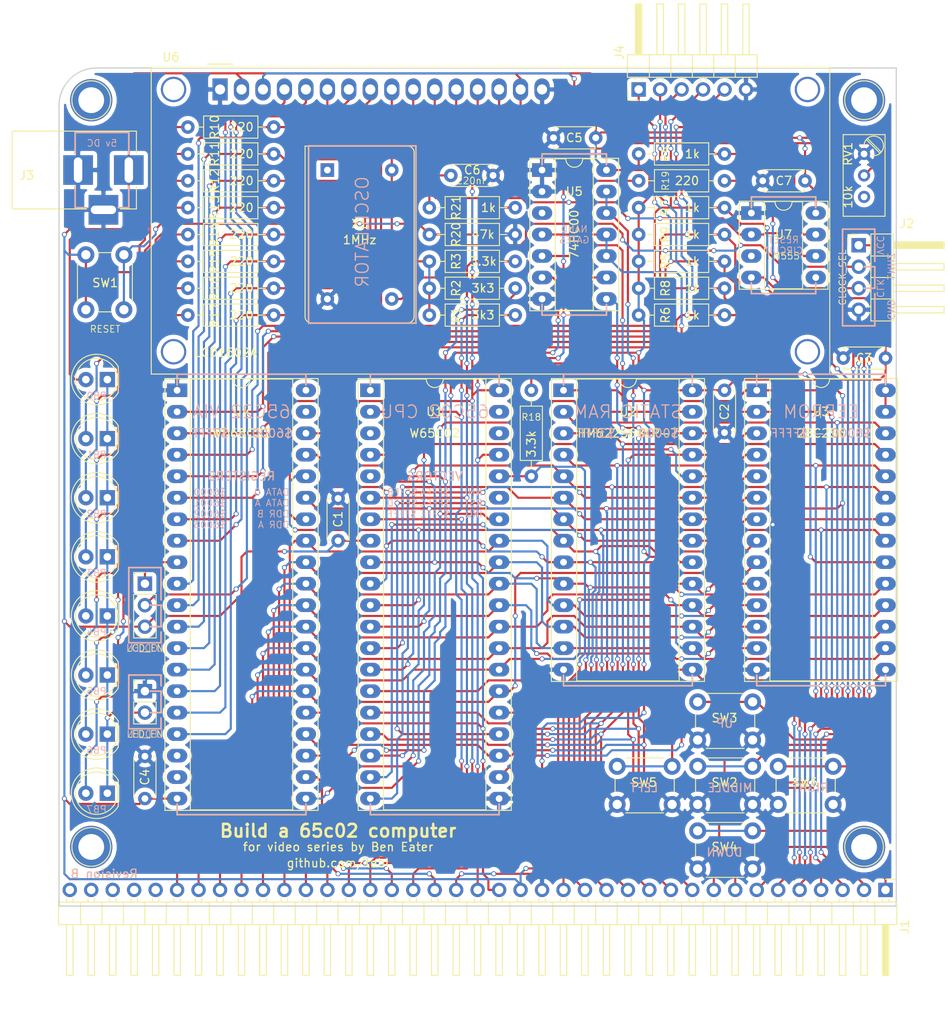
<source format=kicad_pcb>
(kicad_pcb (version 20211014) (generator pcbnew)
  (layers (0 "F.Cu" signal) (31 "B.Cu" signal) (34 "B.Paste" user) (35 "F.Paste" user) (36 "B.SilkS" user "B.Silkscreen") (37 "F.SilkS" user "F.Silkscreen") (38 "B.Mask" user) (39 "F.Mask" user) (44 "Edge.Cuts" user))
  (net 0 "")
  (net 1 "GND")
  (net 2 "VCC")
  (net 3 "/A15")
  (net 4 "/A14")
  (net 5 "/A13")
  (net 6 "/A12")
  (net 7 "/A11")
  (net 8 "/A10")
  (net 9 "/A9")
  (net 10 "/A8")
  (net 11 "/A7")
  (net 12 "/A6")
  (net 13 "/A5")
  (net 14 "/A4")
  (net 15 "/A3")
  (net 16 "/A2")
  (net 17 "/A1")
  (net 18 "/A0")
  (net 19 "/~{IRQ}")
  (net 20 "/~{NMI}")
  (net 21 "/R/~{W}")
  (net 22 "/~{RDY}")
  (net 23 "/SYNC")
  (net 24 "/D0")
  (net 25 "/D1")
  (net 26 "/D2")
  (net 27 "/D3")
  (net 28 "/D4")
  (net 29 "/D5")
  (net 30 "/D6")
  (net 31 "/D7")
  (net 32 "/PB4")
  (net 33 "/PA7")
  (net 34 "/PB5")
  (net 35 "/PA6")
  (net 36 "/PB6")
  (net 37 "/PA5")
  (net 38 "/PB7")
  (net 39 "/PA4")
  (net 40 "/PB3")
  (net 41 "/PA3")
  (net 42 "/PB2")
  (net 43 "/PA2")
  (net 44 "/PB1")
  (net 45 "/PA1")
  (net 46 "/PB0")
  (net 47 "/PA0")
  (net 48 "~{RESET}")
  (net 49 "Net-(D1-Pad1)")
  (net 50 "Net-(D1-Pad2)")
  (net 51 "Net-(D2-Pad2)")
  (net 52 "Net-(D3-Pad2)")
  (net 53 "Net-(D4-Pad2)")
  (net 54 "Net-(D5-Pad2)")
  (net 55 "Net-(D6-Pad2)")
  (net 56 "Net-(D7-Pad2)")
  (net 57 "Net-(D8-Pad2)")
  (net 58 "CLOCK")
  (net 59 "Net-(JP2-Pad2)")
  (net 60 "Net-(RV1-Pad2)")
  (net 61 "~{RAM}")
  (net 62 "~{ROM}")
  (net 63 "~{VIA}")
  (net 64 "Net-(J2-Pad2)")
  (net 65 "/BE")
  (net 66 "Net-(J2-Pad3)")
  (net 67 "Net-(C6-Pad1)")
  (net 68 "Net-(R20-Pad1)")
  (footprint "Pin_Headers:Pin_Header_Angled_1x39_Pitch2.54mm" (layer "F.Cu") (at 198.12 145.415 -90)
    (fp_text reference "J1")
    (fp_text value "Expansion")
  )
  (footprint "Connectors:BARREL_JACK" (layer "F.Cu") (at 108.585 60.325)
    (fp_text reference "J3")
    (fp_text value "BARREL_JACK")
  )
  (footprint "mounting:1pin" (layer "F.Cu") (at 104.14 140.335 90)
    (fp_text reference "M1" hide)
    (fp_text value "Mounting" hide)
  )
  (footprint "mounting:1pin" (layer "F.Cu") (at 195.58 140.335)
    (fp_text reference "M2" hide)
    (fp_text value "Mounting" hide)
  )
  (footprint "mounting:1pin" (layer "F.Cu") (at 195.58 52.07)
    (fp_text reference "M3" hide)
    (fp_text value "Mounting" hide)
  )
  (footprint "mounting:1pin" (layer "F.Cu") (at 104.14 52.07)
    (fp_text reference "M4" hide)
    (fp_text value "Mounting" hide)
  )
  (footprint "Capacitors_THT:C_Disc_D4.7mm_W2.5mm_P5.00mm" (layer "F.Cu") (at 133.35 104.14 90)
    (fp_text reference "C1")
    (fp_text value "100nF")
  )
  (footprint "Capacitors_THT:C_Disc_D4.7mm_W2.5mm_P5.00mm" (layer "F.Cu") (at 179.07 86.36 -90)
    (fp_text reference "C2")
    (fp_text value "100nF")
  )
  (footprint "Capacitors_THT:C_Disc_D4.7mm_W2.5mm_P5.00mm" (layer "F.Cu") (at 198.12 82.55 180)
    (fp_text reference "C3")
    (fp_text value "100nF")
  )
  (footprint "Capacitors_THT:C_Disc_D4.7mm_W2.5mm_P5.00mm" (layer "F.Cu") (at 110.49 134.62 90)
    (fp_text reference "C4")
    (fp_text value "100nF")
  )
  (footprint "Capacitors_THT:C_Disc_D4.7mm_W2.5mm_P5.00mm" (layer "F.Cu") (at 163.83 56.515 180)
    (fp_text reference "C5")
    (fp_text value "100nF")
  )
  (footprint "Pin_Headers:Pin_Header_Straight_1x02_Pitch2.54mm" (layer "F.Cu") (at 110.49 121.92)
    (fp_text reference "JP1")
    (fp_text value "LED_EN")
  )
  (footprint "Resistors_THT:R_Axial_DIN0207_L6.3mm_D2.5mm_P10.16mm_Horizontal" (layer "F.Cu") (at 154.305 77.47 180)
    (fp_text reference "R1")
    (fp_text value "3k3")
  )
  (footprint "Resistors_THT:R_Axial_DIN0207_L6.3mm_D2.5mm_P10.16mm_Horizontal" (layer "F.Cu") (at 154.305 74.295 180)
    (fp_text reference "R2")
    (fp_text value "3k3")
  )
  (footprint "Resistors_THT:R_Axial_DIN0207_L6.3mm_D2.5mm_P10.16mm_Horizontal" (layer "F.Cu") (at 154.305 71.12 180)
    (fp_text reference "R3")
    (fp_text value "3.3k")
  )
  (footprint "Resistors_THT:R_Axial_DIN0207_L6.3mm_D2.5mm_P10.16mm_Horizontal" (layer "F.Cu") (at 168.91 77.47)
    (fp_text reference "R6")
    (fp_text value "1k")
  )
  (footprint "Resistors_THT:R_Axial_DIN0207_L6.3mm_D2.5mm_P10.16mm_Horizontal" (layer "F.Cu") (at 168.91 64.77)
    (fp_text reference "R7")
    (fp_text value "1k")
  )
  (footprint "Resistors_THT:R_Axial_DIN0207_L6.3mm_D2.5mm_P10.16mm_Horizontal" (layer "F.Cu") (at 168.91 67.945)
    (fp_text reference "R9")
    (fp_text value "1k")
  )
  (footprint "Resistors_THT:R_Axial_DIN0207_L6.3mm_D2.5mm_P10.16mm_Horizontal" (layer "F.Cu") (at 115.57 55.245)
    (fp_text reference "R10")
    (fp_text value "220")
  )
  (footprint "Resistors_THT:R_Axial_DIN0207_L6.3mm_D2.5mm_P10.16mm_Horizontal" (layer "F.Cu") (at 115.57 58.42)
    (fp_text reference "R11")
    (fp_text value "220")
  )
  (footprint "Resistors_THT:R_Axial_DIN0207_L6.3mm_D2.5mm_P10.16mm_Horizontal" (layer "F.Cu") (at 115.57 61.595)
    (fp_text reference "R12")
    (fp_text value "220")
  )
  (footprint "Oscillators:Oscillator_DIP-14" (layer "F.Cu") (at 132.08 60.325 -90)
    (fp_text reference "X1")
    (fp_text value "1MHz")
  )
  (footprint "LEDs:LED_D5.0mm" (layer "F.Cu") (at 106.045 85.09 180)
    (fp_text reference "D1")
    (fp_text value "LED")
  )
  (footprint "LEDs:LED_D5.0mm" (layer "F.Cu") (at 106.045 92.075 180)
    (fp_text reference "D2")
    (fp_text value "LED")
  )
  (footprint "LEDs:LED_D5.0mm" (layer "F.Cu") (at 106.045 99.06 180)
    (fp_text reference "D3")
    (fp_text value "LED")
  )
  (footprint "LEDs:LED_D5.0mm" (layer "F.Cu") (at 106.045 106.045 180)
    (fp_text reference "D4")
    (fp_text value "LED")
  )
  (footprint "LEDs:LED_D5.0mm" (layer "F.Cu") (at 106.045 113.03 180)
    (fp_text reference "D5")
    (fp_text value "LED")
  )
  (footprint "LEDs:LED_D5.0mm" (layer "F.Cu") (at 106.045 120.015 180)
    (fp_text reference "D6")
    (fp_text value "LED")
  )
  (footprint "LEDs:LED_D5.0mm" (layer "F.Cu") (at 106.045 127 180)
    (fp_text reference "D7")
    (fp_text value "LED")
  )
  (footprint "LEDs:LED_D5.0mm" (layer "F.Cu") (at 106.045 133.985 180)
    (fp_text reference "D8")
    (fp_text value "LED")
  )
  (footprint "Pin_Headers:Pin_Header_Straight_1x03_Pitch2.54mm" (layer "F.Cu") (at 110.49 109.22)
    (fp_text reference "JP2")
    (fp_text value "LCD_EN")
  )
  (footprint "Resistors_THT:R_Axial_DIN0207_L6.3mm_D2.5mm_P10.16mm_Horizontal" (layer "F.Cu") (at 168.91 58.42)
    (fp_text reference "R4")
    (fp_text value "1k")
  )
  (footprint "Resistors_THT:R_Axial_DIN0207_L6.3mm_D2.5mm_P10.16mm_Horizontal" (layer "F.Cu") (at 168.91 71.12)
    (fp_text reference "R5")
    (fp_text value "1k")
  )
  (footprint "Resistors_THT:R_Axial_DIN0207_L6.3mm_D2.5mm_P10.16mm_Horizontal" (layer "F.Cu") (at 168.91 74.295)
    (fp_text reference "R8")
    (fp_text value "1k")
  )
  (footprint "Resistors_THT:R_Axial_DIN0207_L6.3mm_D2.5mm_P10.16mm_Horizontal" (layer "F.Cu") (at 115.57 64.77)
    (fp_text reference "R13")
    (fp_text value "220")
  )
  (footprint "Resistors_THT:R_Axial_DIN0207_L6.3mm_D2.5mm_P10.16mm_Horizontal" (layer "F.Cu") (at 115.57 67.945)
    (fp_text reference "R14")
    (fp_text value "220")
  )
  (footprint "Resistors_THT:R_Axial_DIN0207_L6.3mm_D2.5mm_P10.16mm_Horizontal" (layer "F.Cu") (at 115.57 71.12)
    (fp_text reference "R15")
    (fp_text value "220")
  )
  (footprint "Resistors_THT:R_Axial_DIN0207_L6.3mm_D2.5mm_P10.16mm_Horizontal" (layer "F.Cu") (at 115.57 74.295)
    (fp_text reference "R16")
    (fp_text value "220")
  )
  (footprint "Resistors_THT:R_Axial_DIN0207_L6.3mm_D2.5mm_P10.16mm_Horizontal" (layer "F.Cu") (at 115.57 77.47)
    (fp_text reference "R17")
    (fp_text value "220")
  )
  (footprint "Potentiometers:Potentiometer_Trimmer_Bourns_3296W" (layer "F.Cu") (at 195.58 58.42 90)
    (fp_text reference "RV1")
    (fp_text value "10k")
  )
  (footprint "Buttons_Switches_THT:SW_PUSH_6mm" (layer "F.Cu") (at 103.505 76.835 90)
    (fp_text reference "SW1")
    (fp_text value "RESET")
  )
  (footprint "Buttons_Switches_THT:SW_PUSH_6mm" (layer "F.Cu") (at 175.895 130.81)
    (fp_text reference "SW2")
    (fp_text value "MIDDLE")
  )
  (footprint "Buttons_Switches_THT:SW_PUSH_6mm" (layer "F.Cu") (at 175.895 123.19)
    (fp_text reference "SW3")
    (fp_text value "UP")
  )
  (footprint "Buttons_Switches_THT:SW_PUSH_6mm" (layer "F.Cu") (at 175.895 138.43)
    (fp_text reference "SW4")
    (fp_text value "DOWN")
  )
  (footprint "Buttons_Switches_THT:SW_PUSH_6mm" (layer "F.Cu") (at 166.37 130.81)
    (fp_text reference "SW5")
    (fp_text value "LEFT")
  )
  (footprint "Buttons_Switches_THT:SW_PUSH_6mm" (layer "F.Cu") (at 185.42 130.81)
    (fp_text reference "SW6")
    (fp_text value "RIGHT")
  )
  (footprint "Housings_DIP:DIP-40_W15.24mm_Socket_LongPads" (layer "F.Cu") (at 137.16 86.36)
    (fp_text reference "U1")
    (fp_text value "W65C02")
  )
  (footprint "Housings_DIP:DIP-28_W15.24mm_Socket_LongPads" (layer "F.Cu") (at 160.02 86.36)
    (fp_text reference "U2")
    (fp_text value "HM62256BLP-7")
  )
  (footprint "Housings_DIP:DIP-28_W15.24mm_Socket_LongPads" (layer "F.Cu") (at 182.88 86.36)
    (fp_text reference "U3")
    (fp_text value "28C256")
  )
  (footprint "Housings_DIP:DIP-40_W15.24mm_Socket_LongPads" (layer "F.Cu") (at 114.3 86.36)
    (fp_text reference "U4")
    (fp_text value "WD65C22")
  )
  (footprint "Housings_DIP:DIP-14_W7.62mm_Socket_LongPads" (layer "F.Cu") (at 157.48 60.325)
    (fp_text reference "U5")
    (fp_text value "74HC00")
  )
  (footprint "Pin_Headers:Pin_Header_Angled_1x04_Pitch2.54mm" (layer "F.Cu") (at 194.945 69.215)
    (fp_text reference "J2")
    (fp_text value "CLOCK_SEL")
  )
  (footprint "Resistors_THT:R_Axial_DIN0207_L6.3mm_D2.5mm_P10.16mm_Horizontal" (layer "F.Cu") (at 156.21 96.52 90)
    (fp_text reference "R18")
    (fp_text value "3.3k")
  )
  (footprint "Resistors_THT:R_Axial_DIN0207_L6.3mm_D2.5mm_P10.16mm_Horizontal" (layer "F.Cu") (at 168.91 61.595)
    (fp_text reference "R19")
    (fp_text value "220")
  )
  (footprint "Pin_Headers:Pin_Header_Angled_1x06_Pitch2.54mm" (layer "F.Cu") (at 168.91 50.8 90)
    (fp_text reference "J4")
    (fp_text value "Control")
  )
  (footprint "Resistors_THT:R_Axial_DIN0207_L6.3mm_D2.5mm_P10.16mm_Horizontal" (layer "F.Cu") (at 144.145 67.945)
    (fp_text reference "R20")
    (fp_text value "47k")
  )
  (footprint "Resistors_THT:R_Axial_DIN0207_L6.3mm_D2.5mm_P10.16mm_Horizontal" (layer "F.Cu") (at 144.145 64.77)
    (fp_text reference "R21")
    (fp_text value "1k")
  )
  (footprint "Housings_DIP:DIP-8_W7.62mm_Socket_LongPads" (layer "F.Cu") (at 182.245 65.405)
    (fp_text reference "U7")
    (fp_text value "LM555")
  )
  (footprint "Capacitors_THT:C_Disc_D4.7mm_W2.5mm_P5.00mm" (layer "F.Cu") (at 188.595 61.595 180)
    (fp_text reference "C7")
    (fp_text value "100nF")
  )
  (footprint "Capacitors_THT:C_Disc_D4.7mm_W2.5mm_P5.00mm" (layer "F.Cu") (at 146.685 60.96)
    (fp_text reference "C6")
    (fp_text value "220nF")
  )
  (footprint "lcd1602a:WC1602A" (layer "F.Cu") (at 119.38 50.8)
    (fp_text reference "U6")
    (fp_text value "RC1602A")
  )
  (gr_line (start 189.865 63.5) (end 182.245 63.5) (layer "B.SilkS") (width 0.2))
  (gr_line (start 182.245 63.5) (end 182.245 64.77) (layer "B.SilkS") (width 0.2))
  (gr_line (start 189.865 64.77) (end 189.865 63.5) (layer "B.SilkS") (width 0.2))
  (gr_line (start 152.4 135.255) (end 152.4 136.525) (layer "B.SilkS") (width 0.2))
  (gr_line (start 114.3 135.255) (end 114.3 136.525) (layer "B.SilkS") (width 0.2))
  (gr_line (start 157.48 59.69) (end 157.48 58.42) (layer "B.SilkS") (width 0.2))
  (gr_line (start 193.04 67.31) (end 196.85 67.31) (layer "B.SilkS") (width 0.2))
  (gr_line (start 152.4 84.455) (end 152.4 85.725) (layer "B.SilkS") (width 0.2))
  (gr_line (start 112.395 111.76) (end 112.395 114.3) (layer "B.SilkS") (width 0.2))
  (gr_line (start 182.88 121.285) (end 198.12 121.285) (layer "B.SilkS") (width 0.2))
  (gr_line (start 112.395 124.46) (end 111.125 124.46) (layer "B.SilkS") (width 0.2))
  (gr_line (start 142.5575 78.4225) (end 129.8575 78.4225) (layer "B.SilkS") (width 0.2))
  (gr_line (start 112.395 114.935) (end 112.395 116.205) (layer "B.SilkS") (width 0.2))
  (gr_line (start 129.54 84.455) (end 129.54 85.725) (layer "B.SilkS") (width 0.2))
  (gr_line (start 137.16 136.525) (end 137.16 135.255) (layer "B.SilkS") (width 0.2))
  (gr_line (start 157.48 76.2) (end 157.48 77.47) (layer "B.SilkS") (width 0.2))
  (gr_line (start 102.235 58.42) (end 102.235 55.88) (layer "B.SilkS") (width 0.2))
  (gr_line (start 102.235 55.88) (end 108.585 55.88) (layer "B.SilkS") (width 0.2))
  (gr_line (start 198.12 121.285) (end 198.12 120.015) (layer "B.SilkS") (width 0.2))
  (gr_line (start 111.125 121.92) (end 112.395 121.92) (layer "B.SilkS") (width 0.2))
  (gr_line (start 112.395 107.315) (end 112.395 111.125) (layer "B.SilkS") (width 0.2))
  (gr_line (start 157.48 58.42) (end 165.1 58.42) (layer "B.SilkS") (width 0.2))
  (gr_line (start 137.16 85.725) (end 137.16 84.455) (layer "B.SilkS") (width 0.2))
  (gr_line (start 193.04 78.74) (end 193.04 67.31) (layer "B.SilkS") (width 0.2))
  (gr_line (start 114.3 84.455) (end 129.54 84.455) (layer "B.SilkS") (width 0.2))
  (gr_line (start 196.85 71.755) (end 196.85 74.295) (layer "B.SilkS") (width 0.2))
  (gr_line (start 108.585 120.015) (end 112.395 120.015) (layer "B.SilkS") (width 0.2))
  (gr_line (start 175.26 121.285) (end 175.26 120.015) (layer "B.SilkS") (width 0.2))
  (gr_line (start 196.85 71.12) (end 196.85 67.31) (layer "B.SilkS") (width 0.2))
  (gr_line (start 198.12 84.455) (end 198.12 85.725) (layer "B.SilkS") (width 0.2))
  (gr_line (start 108.585 64.77) (end 108.585 62.23) (layer "B.SilkS") (width 0.2))
  (gr_line (start 152.4 136.525) (end 137.16 136.525) (layer "B.SilkS") (width 0.2))
  (gr_line (start 112.395 116.205) (end 108.585 116.205) (layer "B.SilkS") (width 0.2))
  (gr_line (start 160.02 121.285) (end 175.26 121.285) (layer "B.SilkS") (width 0.2))
  (gr_line (start 107.315 64.77) (end 108.585 64.77) (layer "B.SilkS") (width 0.2))
  (gr_line (start 195.58 71.755) (end 196.85 71.755) (layer "B.SilkS") (width 0.2))
  (gr_line (start 108.585 116.205) (end 108.585 107.315) (layer "B.SilkS") (width 0.2))
  (gr_line (start 196.85 78.74) (end 193.04 78.74) (layer "B.SilkS") (width 0.2))
  (gr_line (start 160.02 120.015) (end 160.02 121.285) (layer "B.SilkS") (width 0.2))
  (gr_line (start 182.88 120.015) (end 182.88 121.285) (layer "B.SilkS") (width 0.2))
  (gr_line (start 182.88 85.725) (end 182.88 84.455) (layer "B.SilkS") (width 0.2))
  (gr_line (start 129.8575 57.4675) (end 129.8575 78.4225) (layer "B.SilkS") (width 0.2))
  (gr_line (start 165.1 58.42) (end 165.1 59.69) (layer "B.SilkS") (width 0.2))
  (gr_line (start 108.585 126.365) (end 108.585 120.015) (layer "B.SilkS") (width 0.2))
  (gr_line (start 112.395 114.3) (end 111.125 114.3) (layer "B.SilkS") (width 0.2))
  (gr_line (start 157.48 77.47) (end 165.1 77.47) (layer "B.SilkS") (width 0.2))
  (gr_line (start 165.1 77.47) (end 165.1 76.2) (layer "B.SilkS") (width 0.2))
  (gr_line (start 137.16 84.455) (end 152.4 84.455) (layer "B.SilkS") (width 0.2))
  (gr_line (start 112.395 126.365) (end 112.395 125.095) (layer "B.SilkS") (width 0.2))
  (gr_line (start 182.245 74.93) (end 189.865 74.93) (layer "B.SilkS") (width 0.2))
  (gr_line (start 102.235 64.77) (end 102.235 62.23) (layer "B.SilkS") (width 0.2))
  (gr_line (start 111.125 111.76) (end 112.395 111.76) (layer "B.SilkS") (width 0.2))
  (gr_line (start 142.5575 57.4675) (end 142.5575 78.4225) (layer "B.SilkS") (width 0.2))
  (gr_line (start 103.505 64.77) (end 102.235 64.77) (layer "B.SilkS") (width 0.2))
  (gr_line (start 196.85 78.74) (end 196.85 74.93) (layer "B.SilkS") (width 0.2))
  (gr_line (start 112.395 121.285) (end 112.395 120.015) (layer "B.SilkS") (width 0.2))
  (gr_line (start 112.395 121.92) (end 112.395 124.46) (layer "B.SilkS") (width 0.2))
  (gr_line (start 129.8575 57.4675) (end 142.5575 57.4675) (layer "B.SilkS") (width 0.2))
  (gr_line (start 129.54 136.525) (end 129.54 135.255) (layer "B.SilkS") (width 0.2))
  (gr_line (start 175.26 84.455) (end 175.26 85.725) (layer "B.SilkS") (width 0.2))
  (gr_line (start 182.245 73.66) (end 182.245 74.93) (layer "B.SilkS") (width 0.2))
  (gr_line (start 182.88 84.455) (end 198.12 84.455) (layer "B.SilkS") (width 0.2))
  (gr_line (start 112.395 126.365) (end 108.585 126.365) (layer "B.SilkS") (width 0.2))
  (gr_line (start 160.02 85.725) (end 160.02 84.455) (layer "B.SilkS") (width 0.2))
  (gr_line (start 196.85 74.295) (end 195.58 74.295) (layer "B.SilkS") (width 0.2))
  (gr_line (start 189.865 74.93) (end 189.865 73.66) (layer "B.SilkS") (width 0.2))
  (gr_line (start 160.02 84.455) (end 175.26 84.455) (layer "B.SilkS") (width 0.2))
  (gr_line (start 114.3 136.525) (end 129.54 136.525) (layer "B.SilkS") (width 0.2))
  (gr_line (start 114.3 85.725) (end 114.3 84.455) (layer "B.SilkS") (width 0.2))
  (gr_line (start 108.585 107.315) (end 112.395 107.315) (layer "B.SilkS") (width 0.2))
  (gr_line (start 108.585 55.88) (end 108.585 58.42) (layer "B.SilkS") (width 0.2))
  (gr_line (start 199.39 52.705) (end 199.39 48.26) (layer "Edge.Cuts") (width 0.15))
  (gr_line (start 199.39 48.26) (end 194.945 48.26) (layer "Edge.Cuts") (width 0.15))
  (gr_line (start 199.39 147.32) (end 100.33 147.32) (layer "Edge.Cuts") (width 0.15))
  (gr_line (start 199.39 52.705) (end 199.39 147.32) (layer "Edge.Cuts") (width 0.15))
  (gr_line (start 100.33 52.705) (end 100.33 147.32) (layer "Edge.Cuts") (width 0.15))
  (gr_arc (start 100.33 52.705) (mid 101.63191 49.56191) (end 104.775 48.26) (layer "Edge.Cuts") (width 0.15))
  (gr_line (start 104.775 48.26) (end 194.945 48.26) (layer "Edge.Cuts") (width 0.15))
  (gr_text "RESET\nCIRCUIT" (at 186.055 69.215) (layer "B.SilkS") (effects (font (size 0.8 0.8) (thickness 0.1)) (justify mirror)))
  (gr_text "$6000 - $7FFF" (at 121.92 91.44) (layer "B.SilkS") (effects (font (size 1 1)) (justify mirror)))
  (gr_text "LCD_EN" (at 110.49 116.84) (layer "B.SilkS") (effects (font (size 0.8 0.8) (thickness 0.1)) (justify mirror)))
  (gr_text "DATA B\nDATA A\nDDR B\nDDR A" (at 127.635 100.33) (layer "B.SilkS") (effects (font (size 0.8 0.8) (thickness 0.1)) (justify left mirror)))
  (gr_text "$8000 - $FFFF" (at 190.5 91.44) (layer "B.SilkS") (effects (font (size 1 1)) (justify mirror)))
  (gr_text "NAND\nGATES" (at 161.29 67.945) (layer "B.SilkS") (effects (font (size 0.8 0.8) (thickness 0.1)) (justify mirror)))
  (gr_text "PB3" (at 104.775 107.95) (layer "B.SilkS") (effects (font (size 0.8 0.8) (thickness 0.1)) (justify mirror)))
  (gr_text "$FFFB\n$FFFD\n$FFFF" (at 139.065 99.695) (layer "B.SilkS") (effects (font (size 0.8 0.8) (thickness 0.1)) (justify right mirror)))
  (gr_text "PB0" (at 104.775 86.995) (layer "B.SilkS") (effects (font (size 0.8 0.8) (thickness 0.1)) (justify mirror)))
  (gr_text "VECTORS" (at 144.78 96.52) (layer "B.SilkS") (effects (font (size 1 1)) (justify mirror)))
  (gr_text "NMI\nRST\nIRQ\n" (at 150.495 99.695) (layer "B.SilkS") (effects (font (size 0.8 0.8) (thickness 0.1)) (justify left mirror)))
  (gr_text "$FFFA\n$FFFC\n$FFFE\n" (at 144.78 99.695) (layer "B.SilkS") (effects (font (size 0.8 0.8) (thickness 0.1)) (justify mirror)))
  (gr_text "CLK" (at 197.485 74.295 270) (layer "B.SilkS") (effects (font (size 0.8 0.8) (thickness 0.1)) (justify mirror)))
  (gr_text "PB2" (at 104.775 100.965) (layer "B.SilkS") (effects (font (size 0.8 0.8) (thickness 0.1)) (justify mirror)))
  (gr_text "65C02 CPU" (at 144.78 88.9) (layer "B.SilkS") (effects (font (size 1.5 1.5)) (justify mirror)))
  (gr_text "REGISTERS" (at 121.92 96.52) (layer "B.SilkS") (effects (font (size 1 1)) (justify mirror)))
  (gr_text "5v DC" (at 105.41 57.15) (layer "B.SilkS") (effects (font (size 0.8 0.8) (thickness 0.1)) (justify mirror)))
  (gr_text "PB1" (at 104.775 93.98) (layer "B.SilkS") (effects (font (size 0.8 0.8) (thickness 0.1)) (justify mirror)))
  (gr_text "LED_EN" (at 110.49 127) (layer "B.SilkS") (effects (font (size 0.8 0.8) (thickness 0.1)) (justify mirror)))
  (gr_text "PB4" (at 104.775 114.935) (layer "B.SilkS") (effects (font (size 0.8 0.8) (thickness 0.1)) (justify mirror)))
  (gr_text "VCC" (at 197.485 69.215 270) (layer "B.SilkS") (effects (font (size 0.8 0.8) (thickness 0.1)) (justify mirror)))
  (gr_text "PB6" (at 104.775 128.905) (layer "B.SilkS") (effects (font (size 0.8 0.8) (thickness 0.1)) (justify mirror)))
  (gr_text "1MHZ" (at 198.755 71.755 270) (layer "B.SilkS") (effects (font (size 0.8 0.8) (thickness 0.1)) (justify mirror)))
  (gr_text "65C22 VIA" (at 121.92 88.9) (layer "B.SilkS") (effects (font (size 1.5 1.5)) (justify mirror)))
  (gr_text "OSCILLATOR" (at 136.2075 67.6275 90) (layer "B.SilkS") (effects (font (size 1.5 1.5)) (justify mirror)))
  (gr_text "PB5" (at 104.775 121.92) (layer "B.SilkS") (effects (font (size 0.8 0.8) (thickness 0.1)) (justify mirror)))
  (gr_text "PB7" (at 104.775 135.89) (layer "B.SilkS") (effects (font (size 0.8 0.8) (thickness 0.1)) (justify mirror)))
  (gr_text "GND" (at 198.755 76.835 270) (layer "B.SilkS") (effects (font (size 0.8 0.8) (thickness 0.1)) (justify mirror)))
  (gr_text "$6000\n$6001\n$6002\n$6003" (at 116.205 100.33) (layer "B.SilkS") (effects (font (size 0.8 0.8) (thickness 0.1)) (justify right mirror)))
  (gr_text "EEPROM" (at 190.5 88.9) (layer "B.SilkS") (effects (font (size 1.5 1.5)) (justify mirror)))
  (gr_text "$0000 - $3FFF" (at 167.64 91.44) (layer "B.SilkS") (effects (font (size 1 1)) (justify mirror)))
  (gr_text "Revision B" (at 101.6 143.51) (layer "B.SilkS") (effects (font (size 1 1)) (justify right mirror)))
  (gr_text "STATIC RAM" (at 167.64 88.9) (layer "B.SilkS") (effects (font (size 1.5 1.5)) (justify mirror)))
  (gr_text "github.com/tebl" (at 133.35 142.24) (layer "F.SilkS") (effects (font (size 1 1))))
  (gr_text "LCD1602A" (at 116.205 81.915) (layer "F.SilkS") (effects (font (size 1 1)) (justify left)))
  (gr_text "Build a 65c02 computer" (at 133.35 138.43) (layer "F.SilkS") (effects (font (size 1.5 1.5) (thickness 0.3))))
  (gr_text "for video series by Ben Eater" (at 133.35 140.335) (layer "F.SilkS") (effects (font (size 1 1))))
  (segment (start 185.42 101.6) (end 184.785 102.235) (width 0.25) (layer "F.Cu") (net 1))
  (segment (start 198.12 101.6) (end 185.42 101.6) (width 0.25) (layer "F.Cu") (net 1))
  (via (at 184.785 102.235) (size 0.6) (drill 0.4) (layers "F.Cu" "B.Cu") (net 1))
  (segment (start 198.12 85.09) (end 198.12 84.455) (width 0.25) (layer "F.Cu") (net 2))
  (segment (start 197.485 69.215) (end 194.945 69.215) (width 0.25) (layer "F.Cu") (net 2))
  (segment (start 121.285 48.895) (end 121.92 49.53) (width 0.25) (layer "F.Cu") (net 2))
  (segment (start 121.285 48.895) (end 112.395 48.895) (width 0.25) (layer "F.Cu") (net 2))
  (segment (start 108.585 49.53) (end 109.22 48.895) (width 0.25) (layer "F.Cu") (net 2))
  (segment (start 109.22 48.895) (end 112.395 48.895) (width 0.25) (layer "F.Cu") (net 2))
  (segment (start 154.305 48.895) (end 154.94 49.53) (width 0.25) (layer "F.Cu") (net 2))
  (segment (start 154.94 49.53) (end 154.94 50.8) (width 0.25) (layer "F.Cu") (net 2))
  (segment (start 163.195 48.895) (end 163.83 49.53) (width 0.25) (layer "F.Cu") (net 2))
  (segment (start 163.83 49.53) (end 163.83 56.515) (width 0.25) (layer "F.Cu") (net 2))
  (segment (start 107.95 67.31) (end 101.6 67.31) (width 0.25) (layer "F.Cu") (net 2))
  (segment (start 101.6 67.31) (end 100.965 67.945) (width 0.25) (layer "F.Cu") (net 2))
  (segment (start 100.965 113.665) (end 101.6 114.3) (width 0.25) (layer "F.Cu") (net 2))
  (segment (start 101.6 114.3) (end 110.49 114.3) (width 0.25) (layer "F.Cu") (net 2))
  (segment (start 109.855 135.255) (end 101.6 135.255) (width 0.25) (layer "F.Cu") (net 2))
  (segment (start 101.6 135.255) (end 100.965 134.62) (width 0.25) (layer "F.Cu") (net 2))
  (segment (start 122.555 105.41) (end 121.92 106.045) (width 0.25) (layer "F.Cu") (net 2))
  (segment (start 121.92 106.045) (end 121.92 110.49) (width 0.25) (layer "F.Cu") (net 2))
  (segment (start 121.92 110.49) (end 119.38 113.03) (width 0.25) (layer "F.Cu") (net 2))
  (segment (start 119.38 113.03) (end 111.76 113.03) (width 0.25) (layer "F.Cu") (net 2))
  (segment (start 197.485 85.09) (end 198.12 84.455) (width 0.25) (layer "F.Cu") (net 2))
  (segment (start 198.12 84.455) (end 198.12 82.55) (width 0.25) (layer "F.Cu") (net 2))
  (segment (start 198.12 61.595) (end 198.12 68.58) (width 0.25) (layer "F.Cu") (net 2))
  (segment (start 169.545 118.745) (end 169.545 124.46) (width 0.25) (layer "F.Cu") (net 2))
  (segment (start 108.585 66.675) (end 107.95 67.31) (width 0.25) (layer "F.Cu") (net 2))
  (segment (start 189.865 62.865) (end 188.595 61.595) (width 0.25) (layer "F.Cu") (net 2))
  (segment (start 197.485 69.215) (end 198.12 68.58) (width 0.25) (layer "F.Cu") (net 2))
  (segment (start 189.865 65.405) (end 189.865 62.865) (width 0.25) (layer "F.Cu") (net 2))
  (segment (start 121.285 48.895) (end 154.305 48.895) (width 0.25) (layer "F.Cu") (net 2))
  (segment (start 156.845 142.875) (end 155.575 142.875) (width 0.25) (layer "F.Cu") (net 2))
  (segment (start 157.48 130.175) (end 157.48 142.24) (width 0.25) (layer "F.Cu") (net 2))
  (segment (start 198.12 74.93) (end 198.12 69.85) (width 0.25) (layer "F.Cu") (net 2))
  (segment (start 168.91 58.42) (end 168.91 59.69) (width 0.25) (layer "F.Cu") (net 2))
  (segment (start 156.21 83.82) (end 156.845 83.185) (width 0.25) (layer "F.Cu") (net 2))
  (segment (start 157.48 142.24) (end 156.845 142.875) (width 0.25) (layer "F.Cu") (net 2))
  (segment (start 177.165 55.88) (end 177.8 56.515) (width 0.25) (layer "F.Cu") (net 2))
  (segment (start 191.676412 75.470001) (end 190.951422 74.745011) (width 0.25) (layer "F.Cu") (net 2))
  (segment (start 198.12 86.36) (end 198.12 88.9) (width 0.25) (layer "F.Cu") (net 2))
  (segment (start 168.91 74.295) (end 168.91 71.12) (width 0.25) (layer "F.Cu") (net 2))
  (segment (start 190.951422 74.745011) (end 185.415011 74.745011) (width 0.25) (layer "F.Cu") (net 2))
  (segment (start 139.7 70.485) (end 140.335 71.12) (width 0.25) (layer "F.Cu") (net 2))
  (segment (start 154.94 56.515) (end 154.94 50.8) (width 0.25) (layer "F.Cu") (net 2))
  (segment (start 170.18 60.96) (end 170.18 63.5) (width 0.25) (layer "F.Cu") (net 2))
  (segment (start 110.49 134.62) (end 114.3 134.62) (width 0.25) (layer "F.Cu") (net 2))
  (segment (start 168.91 59.69) (end 169.545 60.325) (width 0.25) (layer "F.Cu") (net 2))
  (segment (start 168.91 67.945) (end 168.91 64.77) (width 0.25) (layer "F.Cu") (net 2))
  (segment (start 177.8 56.515) (end 197.485 56.515) (width 0.25) (layer "F.Cu") (net 2))
  (segment (start 175.26 86.36) (end 179.07 86.36) (width 0.25) (layer "F.Cu") (net 2))
  (segment (start 144.145 77.47) (end 144.145 74.295) (width 0.25) (layer "F.Cu") (net 2))
  (segment (start 161.29 81.915) (end 165.735 81.915) (width 0.25) (layer "F.Cu") (net 2))
  (segment (start 111.76 113.03) (end 110.49 114.3) (width 0.25) (layer "F.Cu") (net 2))
  (segment (start 164.465 55.88) (end 177.165 55.88) (width 0.25) (layer "F.Cu") (net 2))
  (segment (start 168.91 67.945) (end 168.91 71.12) (width 0.25) (layer "F.Cu") (net 2))
  (segment (start 198.12 86.36) (end 198.12 85.09) (width 0.25) (layer "F.Cu") (net 2))
  (segment (start 198.12 57.15) (end 198.12 61.595) (width 0.25) (layer "F.Cu") (net 2))
  (segment (start 198.12 74.93) (end 197.579999 75.470001) (width 0.25) (layer "F.Cu") (net 2))
  (segment (start 168.91 81.915) (end 168.91 85.725) (width 0.25) (layer "F.Cu") (net 2))
  (segment (start 139.7 60.325) (end 139.7 70.485) (width 0.25) (layer "F.Cu") (net 2))
  (segment (start 198.12 68.58) (end 198.12 69.85) (width 0.25) (layer "F.Cu") (net 2))
  (segment (start 154.305 57.15) (end 154.94 56.515) (width 0.25) (layer "F.Cu") (net 2))
  (segment (start 103.505 76.835) (end 103.505 70.335) (width 0.25) (layer "F.Cu") (net 2))
  (segment (start 123.825 105.41) (end 122.555 105.41) (width 0.25) (layer "F.Cu") (net 2))
  (segment (start 169.545 86.36) (end 175.26 86.36) (width 0.25) (layer "F.Cu") (net 2))
  (segment (start 183.695 73.025) (end 182.245 73.025) (width 0.25) (layer "F.Cu") (net 2))
  (segment (start 140.335 57.15) (end 154.305 57.15) (width 0.25) (layer "F.Cu") (net 2))
  (segment (start 188.595 61.595) (end 188.595 57.785) (width 0.25) (layer "F.Cu") (net 2))
  (segment (start 180.34 85.09) (end 197.485 85.09) (width 0.25) (layer "F.Cu") (net 2))
  (segment (start 108.585 60.325) (end 108.585 66.675) (width 0.25) (layer "F.Cu") (net 2))
  (segment (start 160.02 83.185) (end 161.29 81.915) (width 0.25) (layer "F.Cu") (net 2))
  (segment (start 121.92 50.8) (end 121.92 49.53) (width 0.25) (layer "F.Cu") (net 2))
  (segment (start 163.83 56.515) (end 164.465 55.88) (width 0.25) (layer "F.Cu") (net 2))
  (segment (start 165.735 81.915) (end 168.91 81.915) (width 0.25) (layer "F.Cu") (net 2))
  (segment (start 140.335 57.15) (end 139.7 57.785) (width 0.25) (layer "F.Cu") (net 2))
  (segment (start 179.07 86.36) (end 180.34 85.09) (width 0.25) (layer "F.Cu") (net 2))
  (segment (start 185.415011 74.745011) (end 183.695 73.025) (width 0.25) (layer "F.Cu") (net 2))
  (segment (start 168.91 85.725) (end 169.545 86.36) (width 0.25) (layer "F.Cu") (net 2))
  (segment (start 127 105.41) (end 123.825 105.41) (width 0.25) (layer "F.Cu") (net 2))
  (segment (start 197.579999 75.470001) (end 191.676412 75.470001) (width 0.25) (layer "F.Cu") (net 2))
  (segment (start 169.545 60.325) (end 170.18 60.96) (width 0.25) (layer "F.Cu") (net 2))
  (segment (start 110.49 134.62) (end 109.855 135.255) (width 0.25) (layer "F.Cu") (net 2))
  (segment (start 156.21 86.36) (end 156.21 83.82) (width 0.25) (layer "F.Cu") (net 2))
  (segment (start 197.485 56.515) (end 198.12 57.15) (width 0.25) (layer "F.Cu") (net 2))
  (segment (start 108.585 60.325) (end 108.585 49.53) (width 0.25) (layer "F.Cu") (net 2))
  (segment (start 140.335 71.12) (end 144.145 71.12) (width 0.25) (layer "F.Cu") (net 2))
  (segment (start 133.35 104.14) (end 137.16 104.14) (width 0.25) (layer "F.Cu") (net 2))
  (segment (start 154.305 48.895) (end 163.195 48.895) (width 0.25) (layer "F.Cu") (net 2))
  (segment (start 139.7 57.785) (end 139.7 60.325) (width 0.25) (layer "F.Cu") (net 2))
  (segment (start 198.12 82.55) (end 198.12 74.93) (width 0.25) (layer "F.Cu") (net 2))
  (segment (start 165.1 60.325) (end 169.545 60.325) (width 0.25) (layer "F.Cu") (net 2))
  (segment (start 156.845 83.185) (end 160.02 83.185) (width 0.25) (layer "F.Cu") (net 2))
  (segment (start 170.18 63.5) (end 168.91 64.77) (width 0.25) (layer "F.Cu") (net 2))
  (via (at 169.545 124.46) (size 0.6) (drill 0.4) (layers "F.Cu" "B.Cu") (net 2))
  (via (at 100.965 67.945) (size 0.6) (drill 0.4) (layers "F.Cu" "B.Cu") (net 2))
  (via (at 100.965 134.62) (size 0.6) (drill 0.4) (layers "F.Cu" "B.Cu") (net 2))
  (via (at 168.91 81.915) (size 0.6) (drill 0.4) (layers "F.Cu" "B.Cu") (net 2))
  (via (at 155.575 142.875) (size 0.6) (drill 0.4) (layers "F.Cu" "B.Cu") (net 2))
  (via (at 187.96 56.515) (size 0.6) (drill 0.4) (layers "F.Cu" "B.Cu") (net 2))
  (via (at 127 105.41) (size 0.6) (drill 0.4) (layers "F.Cu" "B.Cu") (net 2))
  (via (at 188.595 57.785) (size 0.6) (drill 0.4) (layers "F.Cu" "B.Cu") (net 2))
  (via (at 169.545 118.745) (size 0.6) (drill 0.4) (layers "F.Cu" "B.Cu") (net 2))
  (via (at 169.545 86.36) (size 0.6) (drill 0.4) (layers "F.Cu" "B.Cu") (net 2))
  (via (at 157.48 130.175) (size 0.6) (drill 0.4) (layers "F.Cu" "B.Cu") (net 2))
  (via (at 100.965 113.665) (size 0.6) (drill 0.4) (layers "F.Cu" "B.Cu") (net 2))
  (segment (start 100.965 143.51) (end 101.6 144.145) (width 0.25) (layer "B.Cu") (net 2))
  (segment (start 101.6 144.145) (end 153.67 144.145) (width 0.25) (layer "B.Cu") (net 2))
  (segment (start 100.965 134.62) (end 100.965 143.51) (width 0.25) (layer "B.Cu") (net 2))
  (segment (start 127 105.41) (end 132.08 105.41) (width 0.25) (layer "B.Cu") (net 2))
  (segment (start 133.35 104.14) (end 132.08 105.41) (width 0.25) (layer "B.Cu") (net 2))
  (segment (start 163.83 58.42) (end 163.83 56.515) (width 0.25) (layer "B.Cu") (net 2))
  (segment (start 163.83 59.055) (end 165.1 60.325) (width 0.25) (layer "B.Cu") (net 2))
  (segment (start 169.545 106.68) (end 169.545 117.475) (width 0.25) (layer "B.Cu") (net 2))
  (segment (start 100.965 69.85) (end 100.965 113.665) (width 0.25) (layer "B.Cu") (net 2))
  (segment (start 168.91 125.095) (end 162.56 125.095) (width 0.25) (layer "B.Cu") (net 2))
  (segment (start 169.545 90.17) (end 170.18 90.805) (width 0.25) (layer "B.Cu") (net 2))
  (segment (start 161.925 125.73) (end 162.56 125.095) (width 0.25) (layer "B.Cu") (net 2))
  (segment (start 169.545 86.36) (end 169.545 90.17) (width 0.25) (layer "B.Cu") (net 2))
  (segment (start 154.94 144.78) (end 154.94 145.415) (width 0.25) (layer "B.Cu") (net 2))
  (segment (start 163.83 58.42) (end 163.83 59.055) (width 0.25) (layer "B.Cu") (net 2))
  (segment (start 100.965 113.665) (end 100.965 134.62) (width 0.25) (layer "B.Cu") (net 2))
  (segment (start 169.545 117.475) (end 169.545 118.745) (width 0.25) (layer "B.Cu") (net 2))
  (segment (start 100.965 67.945) (end 100.965 69.85) (width 0.25) (layer "B.Cu") (net 2))
  (segment (start 155.575 142.875) (end 154.94 143.51) (width 0.25) (layer "B.Cu") (net 2))
  (segment (start 154.305 144.145) (end 154.94 144.78) (width 0.25) (layer "B.Cu") (net 2))
  (segment (start 170.18 106.045) (end 169.545 106.68) (width 0.25) (layer "B.Cu") (net 2))
  (segment (start 157.48 130.175) (end 157.48 126.365) (width 0.25) (layer "B.Cu") (net 2))
  (segment (start 188.595 57.785) (end 188.595 57.15) (width 0.25) (layer "B.Cu") (net 2))
  (segment (start 168.91 77.47) (end 168.91 74.295) (width 0.25) (layer "B.Cu") (net 2))
  (segment (start 169.545 78.105) (end 168.91 77.47) (width 0.25) (layer "B.Cu") (net 2))
  (segment (start 103.505 70.335) (end 101.45 70.335) (width 0.25) (layer "B.Cu") (net 2))
  (segment (start 188.595 57.15) (end 187.96 56.515) (width 0.25) (layer "B.Cu") (net 2))
  (segment (start 154.94 143.51) (end 154.94 144.78) (width 0.25) (layer "B.Cu") (net 2))
  (segment (start 153.67 144.145) (end 154.305 144.145) (width 0.25) (layer "B.Cu") (net 2))
  (segment (start 170.18 90.805) (end 170.18 106.045) (width 0.25) (layer "B.Cu") (net 2))
  (segment (start 158.115 125.73) (end 161.925 125.73) (width 0.25) (layer "B.Cu") (net 2))
  (segment (start 168.91 125.095) (end 169.545 124.46) (width 0.25) (layer "B.Cu") (net 2))
  (segment (start 169.545 81.28) (end 169.545 78.105) (width 0.25) (layer "B.Cu") (net 2))
  (segment (start 168.91 81.915) (end 169.545 81.28) (width 0.25) (layer "B.Cu") (net 2))
  (segment (start 157.48 126.365) (end 158.115 125.73) (width 0.25) (layer "B.Cu") (net 2))
  (segment (start 144.145 74.295) (end 144.145 71.12) (width 0.25) (layer "B.Cu") (net 2))
  (segment (start 101.45 70.335) (end 100.965 69.85) (width 0.25) (layer "B.Cu") (net 2))
  (segment (start 198.12 144.145) (end 197.485 143.51) (width 0.25) (layer "F.Cu") (net 3))
  (segment (start 197.485 143.51) (end 194.31 143.51) (width 0.25) (layer "F.Cu") (net 3))
  (segment (start 194.31 143.51) (end 192.405 141.605) (width 0.25) (layer "F.Cu") (net 3))
  (segment (start 191.135 140.335) (end 184.785 140.335) (width 0.25) (layer "F.Cu") (net 3))
  (segment (start 184.15 140.97) (end 181.61 140.97) (width 0.25) (layer "F.Cu") (net 3))
  (segment (start 181.61 140.97) (end 180.34 139.7) (width 0.25) (layer "F.Cu") (net 3))
  (segment (start 180.34 139.7) (end 179.07 139.7) (width 0.25) (layer "F.Cu") (net 3))
  (segment (start 178.435 133.985) (end 177.8 133.35) (width 0.25) (layer "F.Cu") (net 3))
  (segment (start 177.8 133.35) (end 170.18 133.35) (width 0.25) (layer "F.Cu") (net 3))
  (segment (start 169.545 133.35) (end 168.91 132.715) (width 0.25) (layer "F.Cu") (net 3))
  (segment (start 168.91 132.715) (end 168.91 127.635) (width 0.25) (layer "F.Cu") (net 3))
  (segment (start 168.91 127.635) (end 168.91 127) (width 0.25) (layer "F.Cu") (net 3))
  (segment (start 168.275 82.55) (end 168.275 86.995) (width 0.25) (layer "F.Cu") (net 3))
  (segment (start 168.91 126.365) (end 168.91 127) (width 0.25) (layer "F.Cu") (net 3))
  (segment (start 192.405 141.605) (end 191.135 140.335) (width 0.25) (layer "F.Cu") (net 3))
  (segment (start 154.305 124.46) (end 154.94 125.095) (width 0.25) (layer "F.Cu") (net 3))
  (segment (start 178.435 139.065) (end 178.435 133.985) (width 0.25) (layer "F.Cu") (net 3))
  (segment (start 198.12 145.415) (end 198.12 144.145) (width 0.25) (layer "F.Cu") (net 3))
  (segment (start 170.18 133.35) (end 169.545 133.35) (width 0.25) (layer "F.Cu") (net 3))
  (segment (start 152.4 124.46) (end 154.305 124.46) (width 0.25) (layer "F.Cu") (net 3))
  (segment (start 155.575 127) (end 157.690736 127) (width 0.25) (layer "F.Cu") (net 3))
  (segment (start 167.64 67.545) (end 167.64 76.2) (width 0.25) (layer "F.Cu") (net 3))
  (segment (start 168.294989 125.749989) (end 168.294989 119.169264) (width 0.25) (layer "F.Cu") (net 3))
  (segment (start 168.294989 119.169264) (end 168.294989 118.745) (width 0.25) (layer "F.Cu") (net 3))
  (segment (start 179.07 139.7) (end 178.435 139.065) (width 0.25) (layer "F.Cu") (net 3))
  (segment (start 154.94 125.095) (end 154.94 126.365) (width 0.25) (layer "F.Cu") (net 3))
  (segment (start 165.5 65.405) (end 167.64 67.545) (width 0.25) (layer "F.Cu") (net 3))
  (segment (start 184.785 140.335) (end 184.15 140.97) (width 0.25) (layer "F.Cu") (net 3))
  (segment (start 157.690736 127) (end 158.115 127) (width 0.25) (layer "F.Cu") (net 3))
  (segment (start 165.1 65.405) (end 165.5 65.405) (width 0.25) (layer "F.Cu") (net 3))
  (segment (start 154.94 126.365) (end 155.575 127) (width 0.25) (layer "F.Cu") (net 3))
  (segment (start 168.91 126.365) (end 168.294989 125.749989) (width 0.25) (layer "F.Cu") (net 3))
  (via (at 168.91 126.365) (size 0.6) (drill 0.4) (layers "F.Cu" "B.Cu") (net 3))
  (via (at 158.115 127) (size 0.6) (drill 0.4) (layers "F.Cu" "B.Cu") (net 3))
  (via (at 168.275 82.55) (size 0.6) (drill 0.4) (layers "F.Cu" "B.Cu") (net 3))
  (via (at 168.275 86.995) (size 0.6) (drill 0.4) (layers "F.Cu" "B.Cu") (net 3))
  (via (at 167.64 76.2) (size 0.6) (drill 0.4) (layers "F.Cu" "B.Cu") (net 3))
  (via (at 168.294989 118.745) (size 0.6) (drill 0.4) (layers "F.Cu" "B.Cu") (net 3))
  (segment (start 167.64 76.2) (end 167.64 81.915) (width 0.25) (layer "B.Cu") (net 3))
  (segment (start 168.91 126.365) (end 163.195 126.365) (width 0.25) (layer "B.Cu") (net 3))
  (segment (start 158.539264 127) (end 158.115 127) (width 0.25) (layer "B.Cu") (net 3))
  (segment (start 163.195 126.365) (end 162.56 127) (width 0.25) (layer "B.Cu") (net 3))
  (segment (start 168.275 94.295008) (end 168.29499 94.314998) (width 0.25) (layer "B.Cu") (net 3))
  (segment (start 167.64 81.915) (end 168.275 82.55) (width 0.25) (layer "B.Cu") (net 3))
  (segment (start 165.1 65.405) (end 165.1 62.865) (width 0.25) (layer "B.Cu") (net 3))
  (segment (start 168.294989 118.320736) (end 168.294989 118.745) (width 0.25) (layer "B.Cu") (net 3))
  (segment (start 168.29499 94.314998) (end 168.294989 118.320736) (width 0.25) (layer "B.Cu") (net 3))
  (segment (start 168.275 86.995) (end 168.275 94.295008) (width 0.25) (layer "B.Cu") (net 3))
  (segment (start 162.56 127) (end 158.539264 127) (width 0.25) (layer "B.Cu") (net 3))
  (segment (start 180.34 101.6) (end 181.61 100.33) (width 0.25) (layer "F.Cu") (net 4))
  (segment (start 181.61 100.33) (end 184.15 100.33) (width 0.25) (layer "F.Cu") (net 4))
  (segment (start 177.165 87.63) (end 180.34 87.63) (width 0.25) (layer "F.Cu") (net 4))
  (segment (start 180.34 87.63) (end 181.61 86.36) (width 0.25) (layer "F.Cu") (net 4))
  (segment (start 181.61 86.36) (end 182.88 86.36) (width 0.25) (layer "F.Cu") (net 4))
  (segment (start 162.56 101.6) (end 161.925 100.965) (width 0.25) (layer "F.Cu") (net 4))
  (segment (start 150.495 99.695) (end 140.97 99.695) (width 0.25) (layer "F.Cu") (net 4))
  (segment (start 140.97 127) (end 152.4 127) (width 0.25) (layer "F.Cu") (net 4))
  (segment (start 140.335 99.695) (end 140.97 99.695) (width 0.25) (layer "F.Cu") (net 4))
  (segment (start 195.58 144.78) (end 194.945 144.145) (width 0.25) (layer "F.Cu") (net 4))
  (segment (start 194.945 144.145) (end 193.675 144.145) (width 0.25) (layer "F.Cu") (net 4))
  (segment (start 193.675 144.145) (end 191.77 142.24) (width 0.25) (layer "F.Cu") (net 4))
  (segment (start 193.04 125.73) (end 193.04 121.285) (width 0.25) (layer "F.Cu") (net 4))
  (segment (start 193.04 86.995) (end 192.405 86.36) (width 0.25) (layer "F.Cu") (net 4))
  (segment (start 192.405 86.36) (end 182.88 86.36) (width 0.25) (layer "F.Cu") (net 4))
  (segment (start 192.405 100.33) (end 193.04 99.695) (width 0.25) (layer "F.Cu") (net 4))
  (segment (start 191.135 127) (end 192.405 127) (width 0.25) (layer "F.Cu") (net 4))
  (segment (start 192.405 127) (end 193.04 126.365) (width 0.25) (layer "F.Cu") (net 4))
  (segment (start 193.04 126.365) (end 193.04 125.73) (width 0.25) (layer "F.Cu") (net 4))
  (segment (start 162.56 70.485) (end 163.83 69.215) (width 0.25) (layer "F.Cu") (net 4))
  (segment (start 163.83 69.215) (end 166.37 69.215) (width 0.25) (layer "F.Cu") (net 4))
  (segment (start 166.37 69.215) (end 167.005 69.85) (width 0.25) (layer "F.Cu") (net 4))
  (segment (start 167.005 69.85) (end 167.005 78.105) (width 0.25) (layer "F.Cu") (net 4))
  (segment (start 166.37 86.36) (end 167.005 86.995) (width 0.25) (layer "F.Cu") (net 4))
  (segment (start 167.64 87.63) (end 177.165 87.63) (width 0.25) (layer "F.Cu") (net 4))
  (segment (start 160.02 86.36) (end 166.37 86.36) (width 0.25) (layer "F.Cu") (net 4))
  (segment (start 195.58 145.415) (end 195.58 144.78) (width 0.25) (layer "F.Cu") (net 4))
  (segment (start 175.26 101.6) (end 180.34 101.6) (width 0.25) (layer "F.Cu") (net 4))
  (segment (start 190.5 140.97) (end 191.77 142.24) (width 0.25) (layer "F.Cu") (net 4))
  (segment (start 140.97 127) (end 140.335 126.365) (width 0.25) (layer "F.Cu") (net 4))
  (segment (start 167.005 86.995) (end 167.64 87.63) (width 0.25) (layer "F.Cu") (net 4))
  (segment (start 184.15 100.33) (end 192.405 100.33) (width 0.25) (layer "F.Cu") (net 4))
  (segment (start 175.26 101.6) (end 162.56 101.6) (width 0.25) (layer "F.Cu") (net 4))
  (segment (start 167.005 83.185) (end 167.005 87.63) (width 0.25) (layer "F.Cu") (net 4))
  (segment (start 157.48 70.485) (end 162.56 70.485) (width 0.25) (layer "F.Cu") (net 4))
  (via (at 190.5 140.97) (size 0.6) (drill 0.4) (layers "F.Cu" "B.Cu") (net 4))
  (via (at 193.04 99.695) (size 0.6) (drill 0.4) (layers "F.Cu" "B.Cu") (net 4))
  (via (at 191.135 127) (size 0.6) (drill 0.4) (layers "F.Cu" "B.Cu") (net 4))
  (via (at 150.495 99.695) (size 0.6) (drill 0.4) (layers "F.Cu" "B.Cu") (net 4))
  (via (at 193.04 121.285) (size 0.6) (drill 0.4) (layers "F.Cu" "B.Cu") (net 4))
  (via (at 140.335 126.365) (size 0.6) (drill 0.4) (layers "F.Cu" "B.Cu") (net 4))
  (via (at 167.005 78.105) (size 0.6) (drill 0.4) (layers "F.Cu" "B.Cu") (net 4))
  (via (at 161.925 100.965) (size 0.6) (drill 0.4) (layers "F.Cu" "B.Cu") (net 4))
  (via (at 193.04 86.995) (size 0.6) (drill 0.4) (layers "F.Cu" "B.Cu") (net 4))
  (via (at 140.335 99.695) (size 0.6) (drill 0.4) (layers "F.Cu" "B.Cu") (net 4))
  (via (at 167.005 83.185) (size 0.6) (drill 0.4) (layers "F.Cu" "B.Cu") (net 4))
  (segment (start 161.925 100.965) (end 161.29 100.33) (width 0.25) (layer "B.Cu") (net 4))
  (segment (start 161.29 100.33) (end 151.13 100.33) (width 0.25) (layer "B.Cu") (net 4))
  (segment (start 151.13 100.33) (end 150.495 99.695) (width 0.25) (layer "B.Cu") (net 4))
  (segment (start 140.335 100.33) (end 140.335 126.365) (width 0.25) (layer "B.Cu") (net 4))
  (segment (start 193.04 121.285) (end 193.04 99.695) (width 0.25) (layer "B.Cu") (net 4))
  (segment (start 193.04 99.695) (end 193.04 86.995) (width 0.25) (layer "B.Cu") (net 4))
  (segment (start 190.5 127.635) (end 190.5 133.985) (width 0.25) (layer "B.Cu") (net 4))
  (segment (start 140.335 100.33) (end 140.335 99.695) (width 0.25) (layer "B.Cu") (net 4))
  (segment (start 167.005 81.915) (end 167.005 83.185) (width 0.25) (layer "B.Cu") (net 4))
  (segment (start 190.5 127.635) (end 191.135 127) (width 0.25) (layer "B.Cu") (net 4))
  (segment (start 190.5 133.985) (end 190.5 140.97) (width 0.25) (layer "B.Cu") (net 4))
  (segment (start 167.005 78.74) (end 167.005 81.915) (width 0.25) (layer "B.Cu") (net 4))
  (segment (start 167.005 78.74) (end 167.005 78.105) (width 0.25) (layer "B.Cu") (net 4))
  (segment (start 196.85 90.17) (end 198.12 91.44) (width 0.25) (layer "F.Cu") (net 5))
  (segment (start 177.165 91.44) (end 178.435 90.17) (width 0.25) (layer "F.Cu") (net 5))
  (segment (start 178.435 90.17) (end 192.405 90.17) (width 0.25) (layer "F.Cu") (net 5))
  (segment (start 130.81 128.27) (end 142.24 128.27) (width 0.25) (layer "F.Cu") (net 5))
  (segment (start 151.765 129.54) (end 152.4 129.54) (width 0.25) (layer "F.Cu") (net 5))
  (segment (start 191.135 142.875) (end 193.04 144.78) (width 0.25) (layer "F.Cu") (net 5))
  (segment (start 190.5 126.365) (end 191.77 126.365) (width 0.25) (layer "F.Cu") (net 5))
  (segment (start 191.77 126.365) (end 192.405 125.73) (width 0.25) (layer "F.Cu") (net 5))
  (segment (start 192.405 125.73) (end 192.405 121.92) (width 0.25) (layer "F.Cu") (net 5))
  (segment (start 192.405 90.17) (end 196.85 90.17) (width 0.25) (layer "F.Cu") (net 5))
  (segment (start 189.865 127) (end 190.5 126.365) (width 0.25) (layer "F.Cu") (net 5))
  (segment (start 169.545 132.08) (end 169.545 128.27) (width 0.25) (layer "F.Cu") (net 5))
  (segment (start 168.91 92.075) (end 169.545 91.44) (width 0.25) (layer "F.Cu") (net 5))
  (segment (start 169.545 91.44) (end 175.26 91.44) (width 0.25) (layer "F.Cu") (net 5))
  (segment (start 178.435 132.715) (end 170.18 132.715) (width 0.25) (layer "F.Cu") (net 5))
  (segment (start 179.07 133.35) (end 189.865 133.35) (width 0.25) (layer "F.Cu") (net 5))
  (segment (start 149.86 128.27) (end 151.13 129.54) (width 0.25) (layer "F.Cu") (net 5))
  (segment (start 169.545 125.73) (end 168.91999 125.10499) (width 0.25) (layer "F.Cu") (net 5))
  (segment (start 168.91999 118.534264) (end 168.91999 118.11) (width 0.25) (layer "F.Cu") (net 5))
  (segment (start 175.26 91.44) (end 177.165 91.44) (width 0.25) (layer "F.Cu") (net 5))
  (segment (start 152.4 129.54) (end 151.13 129.54) (width 0.25) (layer "F.Cu") (net 5))
  (segment (start 142.24 128.27) (end 149.86 128.27) (width 0.25) (layer "F.Cu") (net 5))
  (segment (start 170.18 132.715) (end 169.545 132.08) (width 0.25) (layer "F.Cu") (net 5))
  (segment (start 169.545 128.27) (end 169.545 125.73) (width 0.25) (layer "F.Cu") (net 5))
  (segment (start 154.485 128.905) (end 158.325736 128.905) (width 0.25) (layer "F.Cu") (net 5))
  (segment (start 129.54 127) (end 130.81 128.27) (width 0.25) (layer "F.Cu") (net 5))
  (segment (start 168.91999 125.10499) (end 168.91999 118.534264) (width 0.25) (layer "F.Cu") (net 5))
  (segment (start 191.135 142.875) (end 189.865 141.605) (width 0.25) (layer "F.Cu") (net 5))
  (segment (start 178.435 132.715) (end 179.07 133.35) (width 0.25) (layer "F.Cu") (net 5))
  (segment (start 153.85 129.54) (end 154.485 128.905) (width 0.25) (layer "F.Cu") (net 5))
  (segment (start 152.4 129.54) (end 153.85 129.54) (width 0.25) (layer "F.Cu") (net 5))
  (segment (start 193.04 145.415) (end 193.04 144.78) (width 0.25) (layer "F.Cu") (net 5))
  (segment (start 158.325736 128.905) (end 158.75 128.905) (width 0.25) (layer "F.Cu") (net 5))
  (via (at 189.865 141.605) (size 0.6) (drill 0.4) (layers "F.Cu" "B.Cu") (net 5))
  (via (at 169.545 128.27) (size 0.6) (drill 0.4) (layers "F.Cu" "B.Cu") (net 5))
  (via (at 189.865 127) (size 0.6) (drill 0.4) (layers "F.Cu" "B.Cu") (net 5))
  (via (at 168.91 92.075) (size 0.6) (drill 0.4) (layers "F.Cu" "B.Cu") (net 5))
  (via (at 168.91999 118.11) (size 0.6) (drill 0.4) (layers "F.Cu" "B.Cu") (net 5))
  (via (at 189.865 133.35) (size 0.6) (drill 0.4) (layers "F.Cu" "B.Cu") (net 5))
  (via (at 192.405 121.92) (size 0.6) (drill 0.4) (layers "F.Cu" "B.Cu") (net 5))
  (via (at 158.75 128.905) (size 0.6) (drill 0.4) (layers "F.Cu" "B.Cu") (net 5))
  (via (at 192.405 90.17) (size 0.6) (drill 0.4) (layers "F.Cu" "B.Cu") (net 5))
  (segment (start 189.865 141.605) (end 189.865 133.35) (width 0.25) (layer "B.Cu") (net 5))
  (segment (start 189.865 127) (end 189.865 132.715) (width 0.25) (layer "B.Cu") (net 5))
  (segment (start 192.405 121.92) (end 192.405 90.17) (width 0.25) (layer "B.Cu") (net 5))
  (segment (start 189.865 133.35) (end 189.865 132.715) (width 0.25) (layer "B.Cu") (net 5))
  (segment (start 165.1 128.27) (end 164.465 128.905) (width 0.25) (layer "B.Cu") (net 5))
  (segment (start 159.174264 128.905) (end 158.75 128.905) (width 0.25) (layer "B.Cu") (net 5))
  (segment (start 169.545 128.27) (end 165.1 128.27) (width 0.25) (layer "B.Cu") (net 5))
  (segment (start 164.465 128.905) (end 159.174264 128.905) (width 0.25) (layer "B.Cu") (net 5))
  (segment (start 168.91 118.10001) (end 168.91999 118.11) (width 0.25) (layer "B.Cu") (net 5))
  (segment (start 168.91 92.075) (end 168.91 118.10001) (width 0.25) (layer "B.Cu") (net 5))
  (segment (start 178.435 88.9) (end 177.165 90.17) (width 0.25) (layer "F.Cu") (net 6))
  (segment (start 177.165 90.17) (end 161.29 90.17) (width 0.25) (layer "F.Cu") (net 6))
  (segment (start 161.29 90.17) (end 160.02 88.9) (width 0.25) (layer "F.Cu") (net 6))
  (segment (start 190.5 143.51) (end 189.865 142.875) (width 0.25) (layer "F.Cu") (net 6))
  (segment (start 189.23 142.24) (end 189.23 140.97) (width 0.25) (layer "F.Cu") (net 6))
  (segment (start 189.865 125.73) (end 191.135 125.73) (width 0.25) (layer "F.Cu") (net 6))
  (segment (start 191.135 125.73) (end 191.77 125.095) (width 0.25) (layer "F.Cu") (net 6))
  (segment (start 191.77 125.095) (end 191.77 121.285) (width 0.25) (layer "F.Cu") (net 6))
  (segment (start 191.77 89.535) (end 191.135 88.9) (width 0.25) (layer "F.Cu") (net 6))
  (segment (start 182.88 88.9) (end 191.135 88.9) (width 0.25) (layer "F.Cu") (net 6))
  (segment (start 189.23 126.365) (end 189.865 125.73) (width 0.25) (layer "F.Cu") (net 6))
  (segment (start 189.23 132.715) (end 180.34 132.715) (width 0.25) (layer "F.Cu") (net 6))
  (segment (start 179.705 132.715) (end 179.07 132.08) (width 0.25) (layer "F.Cu") (net 6))
  (segment (start 179.07 132.08) (end 179.07 126.365) (width 0.25) (layer "F.Cu") (net 6))
  (segment (start 178.435 125.73) (end 174.625 125.73) (width 0.25) (layer "F.Cu") (net 6))
  (segment (start 173.99 126.365) (end 173.99 128.27) (width 0.25) (layer "F.Cu") (net 6))
  (segment (start 182.88 88.9) (end 178.435 88.9) (width 0.25) (layer "F.Cu") (net 6))
  (segment (start 190.5 143.51) (end 190.5 145.415) (width 0.25) (layer "F.Cu") (net 6))
  (segment (start 189.865 142.875) (end 189.23 142.24) (width 0.25) (layer "F.Cu") (net 6))
  (segment (start 154.94 129.54) (end 158.115 129.54) (width 0.25) (layer "F.Cu") (net 6))
  (segment (start 152.4 132.08) (end 154.94 129.54) (width 0.25) (layer "F.Cu") (net 6))
  (segment (start 180.34 132.715) (end 179.705 132.715) (width 0.25) (layer "F.Cu") (net 6))
  (segment (start 174.625 125.73) (end 173.99 126.365) (width 0.25) (layer "F.Cu") (net 6))
  (segment (start 179.07 126.365) (end 178.435 125.73) (width 0.25) (layer "F.Cu") (net 6))
  (via (at 158.115 129.54) (size 0.6) (drill 0.4) (layers "F.Cu" "B.Cu") (net 6))
  (via (at 189.23 140.97) (size 0.6) (drill 0.4) (layers "F.Cu" "B.Cu") (net 6))
  (via (at 191.77 121.285) (size 0.6) (drill 0.4) (layers "F.Cu" "B.Cu") (net 6))
  (via (at 173.99 128.27) (size 0.6) (drill 0.4) (layers "F.Cu" "B.Cu") (net 6))
  (via (at 191.77 89.535) (size 0.6) (drill 0.4) (layers "F.Cu" "B.Cu") (net 6))
  (via (at 189.23 126.365) (size 0.6) (drill 0.4) (layers "F.Cu" "B.Cu") (net 6))
  (via (at 189.23 132.715) (size 0.6) (drill 0.4) (layers "F.Cu" "B.Cu") (net 6))
  (segment (start 191.77 121.285) (end 191.77 89.535) (width 0.25) (layer "B.Cu") (net 6))
  (segment (start 189.23 132.715) (end 189.23 140.97) (width 0.25) (layer "B.Cu") (net 6))
  (segment (start 189.23 127) (end 189.23 131.445) (width 0.25) (layer "B.Cu") (net 6))
  (segment (start 158.539264 129.54) (end 158.115 129.54) (width 0.25) (layer "B.Cu") (net 6))
  (segment (start 165.735 128.905) (end 165.1 129.54) (width 0.25) (layer "B.Cu") (net 6))
  (segment (start 165.1 129.54) (end 158.539264 129.54) (width 0.25) (layer "B.Cu") (net 6))
  (segment (start 173.355 128.905) (end 165.735 128.905) (width 0.25) (layer "B.Cu") (net 6))
  (segment (start 173.99 128.27) (end 173.355 128.905) (width 0.25) (layer "B.Cu") (net 6))
  (segment (start 189.23 131.445) (end 189.23 132.715) (width 0.25) (layer "B.Cu") (net 6))
  (segment (start 189.23 127) (end 189.23 126.365) (width 0.25) (layer "B.Cu") (net 6))
  (segment (start 196.85 97.79) (end 191.135 97.79) (width 0.25) (layer "F.Cu") (net 7))
  (segment (start 181.61 97.79) (end 180.34 99.06) (width 0.25) (layer "F.Cu") (net 7))
  (segment (start 180.34 99.06) (end 175.26 99.06) (width 0.25) (layer "F.Cu") (net 7))
  (segment (start 162.56 99.06) (end 161.925 98.425) (width 0.25) (layer "F.Cu") (net 7))
  (segment (start 150.495 98.425) (end 142.24 98.425) (width 0.25) (layer "F.Cu") (net 7))
  (segment (start 187.96 144.78) (end 188.595 144.145) (width 0.25) (layer "F.Cu") (net 7))
  (segment (start 188.595 144.145) (end 188.595 141.605) (width 0.25) (layer "F.Cu") (net 7))
  (segment (start 188.595 125.73) (end 189.23 125.095) (width 0.25) (layer "F.Cu") (net 7))
  (segment (start 189.23 125.095) (end 190.5 125.095) (width 0.25) (layer "F.Cu") (net 7))
  (segment (start 190.5 125.095) (end 191.135 124.46) (width 0.25) (layer "F.Cu") (net 7))
  (segment (start 191.135 124.46) (end 191.135 121.92) (width 0.25) (layer "F.Cu") (net 7))
  (segment (start 191.135 97.79) (end 184.15 97.79) (width 0.25) (layer "F.Cu") (net 7))
  (segment (start 175.26 99.06) (end 162.56 99.06) (width 0.25) (layer "F.Cu") (net 7))
  (segment (start 184.15 97.79) (end 181.61 97.79) (width 0.25) (layer "F.Cu") (net 7))
  (segment (start 188.595 127) (end 188.595 125.73) (width 0.25) (layer "F.Cu") (net 7))
  (segment (start 198.12 99.06) (end 196.85 97.79) (width 0.25) (layer "F.Cu") (net 7))
  (segment (start 142.24 98.425) (end 141.605 98.425) (width 0.25) (layer "F.Cu") (net 7))
  (segment (start 187.96 145.415) (end 187.96 144.78) (width 0.25) (layer "F.Cu") (net 7))
  (via (at 191.135 97.79) (size 0.6) (drill 0.4) (layers "F.Cu" "B.Cu") (net 7))
  (via (at 161.925 98.425) (size 0.6) (drill 0.4) (layers "F.Cu" "B.Cu") (net 7))
  (via (at 188.595 127) (size 0.6) (drill 0.4) (layers "F.Cu" "B.Cu") (net 7))
  (via (at 188.595 141.605) (size 0.6) (drill 0.4) (layers "F.Cu" "B.Cu") (net 7))
  (via (at 191.135 121.92) (size 0.6) (drill 0.4) (layers "F.Cu" "B.Cu") (net 7))
  (via (at 150.495 98.425) (size 0.6) (drill 0.4) (layers "F.Cu" "B.Cu") (net 7))
  (via (at 141.605 98.425) (size 0.6) (drill 0.4) (layers "F.Cu" "B.Cu") (net 7))
  (segment (start 161.925 98.425) (end 161.29 97.79) (width 0.25) (layer "B.Cu") (net 7))
  (segment (start 161.29 97.79) (end 151.13 97.79) (width 0.25) (layer "B.Cu") (net 7))
  (segment (start 141.605 99.06) (end 141.605 100.965) (width 0.25) (layer "B.Cu") (net 7))
  (segment (start 141.605 116.84) (end 140.97 117.475) (width 0.25) (layer "B.Cu") (net 7))
  (segment (start 140.97 117.475) (end 140.97 127) (width 0.25) (layer "B.Cu") (net 7))
  (segment (start 140.97 127) (end 140.335 127.635) (width 0.25) (layer "B.Cu") (net 7))
  (segment (start 140.335 133.985) (end 139.7 134.62) (width 0.25) (layer "B.Cu") (net 7))
  (segment (start 139.7 134.62) (end 137.16 134.62) (width 0.25) (layer "B.Cu") (net 7))
  (segment (start 188.595 141.605) (end 188.595 128.27) (width 0.25) (layer "B.Cu") (net 7))
  (segment (start 188.595 127) (end 188.595 128.27) (width 0.25) (layer "B.Cu") (net 7))
  (segment (start 191.135 121.92) (end 191.135 97.79) (width 0.25) (layer "B.Cu") (net 7))
  (segment (start 141.605 98.425) (end 141.605 99.06) (width 0.25) (layer "B.Cu") (net 7))
  (segment (start 141.605 100.965) (end 141.605 116.84) (width 0.25) (layer "B.Cu") (net 7))
  (segment (start 151.13 97.79) (end 150.495 98.425) (width 0.25) (layer "B.Cu") (net 7))
  (segment (start 140.335 127.635) (end 140.335 133.985) (width 0.25) (layer "B.Cu") (net 7))
  (segment (start 180.34 104.14) (end 181.61 102.87) (width 0.25) (layer "F.Cu") (net 8))
  (segment (start 181.61 102.87) (end 190.5 102.87) (width 0.25) (layer "F.Cu") (net 8))
  (segment (start 196.85 102.87) (end 198.12 104.14) (width 0.25) (layer "F.Cu") (net 8))
  (segment (start 162.56 104.14) (end 161.925 103.505) (width 0.25) (layer "F.Cu") (net 8))
  (segment (start 185.42 144.78) (end 186.055 144.145) (width 0.25) (layer "F.Cu") (net 8))
  (segment (start 186.055 144.145) (end 187.325 144.145) (width 0.25) (layer "F.Cu") (net 8))
  (segment (start 187.325 144.145) (end 187.96 143.51) (width 0.25) (layer "F.Cu") (net 8))
  (segment (start 187.96 143.51) (end 187.96 140.97) (width 0.25) (layer "F.Cu") (net 8))
  (segment (start 187.96 126.365) (end 187.96 125.095) (width 0.25) (layer "F.Cu") (net 8))
  (segment (start 187.96 125.095) (end 188.595 124.46) (width 0.25) (layer "F.Cu") (net 8))
  (segment (start 188.595 124.46) (end 189.865 124.46) (width 0.25) (layer "F.Cu") (net 8))
  (segment (start 189.865 124.46) (end 190.5 123.825) (width 0.25) (layer "F.Cu") (net 8))
  (segment (start 190.5 123.825) (end 190.5 121.285) (width 0.25) (layer "F.Cu") (net 8))
  (segment (start 190.5 102.87) (end 196.85 102.87) (width 0.25) (layer "F.Cu") (net 8))
  (segment (start 175.26 104.14) (end 180.34 104.14) (width 0.25) (layer "F.Cu") (net 8))
  (segment (start 150.495 102.235) (end 139.7 102.235) (width 0.25) (layer "F.Cu") (net 8))
  (segment (start 185.42 145.415) (end 185.42 144.78) (width 0.25) (layer "F.Cu") (net 8))
  (segment (start 175.26 104.14) (end 162.56 104.14) (width 0.25) (layer "F.Cu") (net 8))
  (via (at 187.96 140.97) (size 0.6) (drill 0.4) (layers "F.Cu" "B.Cu") (net 8))
  (via (at 139.7 102.235) (size 0.6) (drill 0.4) (layers "F.Cu" "B.Cu") (net 8))
  (via (at 150.495 102.235) (size 0.6) (drill 0.4) (layers "F.Cu" "B.Cu") (net 8))
  (via (at 161.925 103.505) (size 0.6) (drill 0.4) (layers "F.Cu" "B.Cu") (net 8))
  (via (at 190.5 102.87) (size 0.6) (drill 0.4) (layers "F.Cu" "B.Cu") (net 8))
  (via (at 190.5 121.285) (size 0.6) (drill 0.4) (layers "F.Cu" "B.Cu") (net 8))
  (via (at 187.96 126.365) (size 0.6) (drill 0.4) (layers "F.Cu" "B.Cu") (net 8))
  (segment (start 161.925 103.505) (end 161.29 102.87) (width 0.25) (layer "B.Cu") (net 8))
  (segment (start 161.29 102.87) (end 151.13 102.87) (width 0.25) (layer "B.Cu") (net 8))
  (segment (start 151.13 102.87) (end 150.495 102.235) (width 0.25) (layer "B.Cu") (net 8))
  (segment (start 139.7 102.235) (end 139.7 131.445) (width 0.25) (layer "B.Cu") (net 8))
  (segment (start 139.7 131.445) (end 139.065 132.08) (width 0.25) (layer "B.Cu") (net 8))
  (segment (start 139.065 132.08) (end 137.16 132.08) (width 0.25) (layer "B.Cu") (net 8))
  (segment (start 187.96 140.97) (end 187.96 128.27) (width 0.25) (layer "B.Cu") (net 8))
  (segment (start 190.5 121.285) (end 190.5 102.87) (width 0.25) (layer "B.Cu") (net 8))
  (segment (start 187.96 128.27) (end 187.96 127) (width 0.25) (layer "B.Cu") (net 8))
  (segment (start 187.96 127) (end 187.96 126.365) (width 0.25) (layer "B.Cu") (net 8))
  (segment (start 196.85 95.25) (end 189.865 95.25) (width 0.25) (layer "F.Cu") (net 9))
  (segment (start 179.705 96.52) (end 175.26 96.52) (width 0.25) (layer "F.Cu") (net 9))
  (segment (start 180.34 96.52) (end 179.705 96.52) (width 0.25) (layer "F.Cu") (net 9))
  (segment (start 184.785 143.51) (end 186.69 143.51) (width 0.25) (layer "F.Cu") (net 9))
  (segment (start 186.69 143.51) (end 187.325 142.875) (width 0.25) (layer "F.Cu") (net 9))
  (segment (start 187.325 142.875) (end 187.325 141.605) (width 0.25) (layer "F.Cu") (net 9))
  (segment (start 187.325 125.73) (end 187.325 124.46) (width 0.25) (layer "F.Cu") (net 9))
  (segment (start 187.325 124.46) (end 187.96 123.825) (width 0.25) (layer "F.Cu") (net 9))
  (segment (start 187.96 123.825) (end 189.23 123.825) (width 0.25) (layer "F.Cu") (net 9))
  (segment (start 189.23 123.825) (end 189.865 123.19) (width 0.25) (layer "F.Cu") (net 9))
  (segment (start 189.865 123.19) (end 189.865 121.92) (width 0.25) (layer "F.Cu") (net 9))
  (segment (start 189.865 95.25) (end 184.15 95.25) (width 0.25) (layer "F.Cu") (net 9))
  (segment (start 143.51 93.345) (end 144.145 92.71) (width 0.25) (layer "F.Cu") (net 9))
  (segment (start 144.145 92.71) (end 158.115 92.71) (width 0.25) (layer "F.Cu") (net 9))
  (segment (start 165.735 92.71) (end 166.37 93.345) (width 0.25) (layer "F.Cu") (net 9))
  (segment (start 166.37 93.345) (end 172.72 93.345) (width 0.25) (layer "F.Cu") (net 9))
  (segment (start 198.12 96.52) (end 196.85 95.25) (width 0.25) (layer "F.Cu") (net 9))
  (segment (start 184.15 144.145) (end 184.785 143.51) (width 0.25) (layer "F.Cu") (net 9))
  (segment (start 143.51 94.615) (end 143.51 93.345) (width 0.25) (layer "F.Cu") (net 9))
  (segment (start 137.16 129.54) (end 140.97 129.54) (width 0.25) (layer "F.Cu") (net 9))
  (segment (start 182.88 145.415) (end 184.15 144.145) (width 0.25) (layer "F.Cu") (net 9))
  (segment (start 158.115 92.71) (end 165.735 92.71) (width 0.25) (layer "F.Cu") (net 9))
  (segment (start 181.61 95.25) (end 180.34 96.52) (width 0.25) (layer "F.Cu") (net 9))
  (segment (start 184.15 95.25) (end 181.61 95.25) (width 0.25) (layer "F.Cu") (net 9))
  (via (at 189.865 121.92) (size 0.6) (drill 0.4) (layers "F.Cu" "B.Cu") (net 9))
  (via (at 172.72 93.345) (size 0.6) (drill 0.4) (layers "F.Cu" "B.Cu") (net 9))
  (via (at 187.325 125.73) (size 0.6) (drill 0.4) (layers "F.Cu" "B.Cu") (net 9))
  (via (at 143.51 94.615) (size 0.6) (drill 0.4) (layers "F.Cu" "B.Cu") (net 9))
  (via (at 187.325 141.605) (size 0.6) (drill 0.4) (layers "F.Cu" "B.Cu") (net 9))
  (via (at 140.97 129.54) (size 0.6) (drill 0.4) (layers "F.Cu" "B.Cu") (net 9))
  (via (at 189.865 95.25) (size 0.6) (drill 0.4) (layers "F.Cu" "B.Cu") (net 9))
  (segment (start 187.325 141.605) (end 187.325 128.27) (width 0.25) (layer "B.Cu") (net 9))
  (segment (start 189.865 121.92) (end 189.865 95.25) (width 0.25) (layer "B.Cu") (net 9))
  (segment (start 141.605 128.905) (end 141.605 120.015) (width 0.25) (layer "B.Cu") (net 9))
  (segment (start 141.605 120.015) (end 142.875 118.745) (width 0.25) (layer "B.Cu") (net 9))
  (segment (start 142.875 118.745) (end 142.875 112.395) (width 0.25) (layer "B.Cu") (net 9))
  (segment (start 142.875 112.395) (end 143.51 111.76) (width 0.25) (layer "B.Cu") (net 9))
  (segment (start 143.51 111.76) (end 143.51 110.49) (width 0.25) (layer "B.Cu") (net 9))
  (segment (start 172.72 93.345) (end 173.355 93.98) (width 0.25) (layer "B.Cu") (net 9))
  (segment (start 173.355 93.98) (end 173.355 95.885) (width 0.25) (layer "B.Cu") (net 9))
  (segment (start 173.355 95.885) (end 173.99 96.52) (width 0.25) (layer "B.Cu") (net 9))
  (segment (start 173.99 96.52) (end 175.26 96.52) (width 0.25) (layer "B.Cu") (net 9))
  (segment (start 187.325 126.365) (end 187.325 128.27) (width 0.25) (layer "B.Cu") (net 9))
  (segment (start 187.325 126.365) (end 187.325 125.73) (width 0.25) (layer "B.Cu") (net 9))
  (segment (start 141.605 128.905) (end 140.97 129.54) (width 0.25) (layer "B.Cu") (net 9))
  (segment (start 143.51 94.615) (end 143.51 110.49) (width 0.25) (layer "B.Cu") (net 9))
  (segment (start 180.34 93.98) (end 181.61 92.71) (width 0.25) (layer "F.Cu") (net 10))
  (segment (start 196.85 92.71) (end 198.12 93.98) (width 0.25) (layer "F.Cu") (net 10))
  (segment (start 180.34 140.97) (end 179.705 140.335) (width 0.25) (layer "F.Cu") (net 10))
  (segment (start 179.705 140.335) (end 175.26 140.335) (width 0.25) (layer "F.Cu") (net 10))
  (segment (start 175.26 140.335) (end 174.625 139.7) (width 0.25) (layer "F.Cu") (net 10))
  (segment (start 174.625 139.7) (end 168.91 139.7) (width 0.25) (layer "F.Cu") (net 10))
  (segment (start 168.275 139.065) (end 168.275 131.445) (width 0.25) (layer "F.Cu") (net 10))
  (segment (start 179.705 93.98) (end 180.34 93.98) (width 0.25) (layer "F.Cu") (net 10))
  (segment (start 180.34 145.415) (end 180.34 141.605) (width 0.25) (layer "F.Cu") (net 10))
  (segment (start 168.304988 93.98) (end 167.669988 94.615) (width 0.25) (layer "F.Cu") (net 10))
  (segment (start 137.16 127) (end 138.61 127) (width 0.25) (layer "F.Cu") (net 10))
  (segment (start 167.669978 127.029978) (end 167.669978 118.107278) (width 0.25) (layer "F.Cu") (net 10))
  (segment (start 168.275 131.445) (end 168.275 127.635) (width 0.25) (layer "F.Cu") (net 10))
  (segment (start 157.690736 128.27) (end 158.115 128.27) (width 0.25) (layer "F.Cu") (net 10))
  (segment (start 181.61 92.71) (end 196.85 92.71) (width 0.25) (layer "F.Cu") (net 10))
  (segment (start 175.26 93.98) (end 168.304988 93.98) (width 0.25) (layer "F.Cu") (net 10))
  (segment (start 168.91 139.7) (end 168.275 139.065) (width 0.25) (layer "F.Cu") (net 10))
  (segment (start 151.13 128.27) (end 157.690736 128.27) (width 0.25) (layer "F.Cu") (net 10))
  (segment (start 168.275 127.635) (end 167.669978 127.029978) (width 0.25) (layer "F.Cu") (net 10))
  (segment (start 175.26 93.98) (end 179.705 93.98) (width 0.25) (layer "F.Cu") (net 10))
  (segment (start 150.495 127.635) (end 151.13 128.27) (width 0.25) (layer "F.Cu") (net 10))
  (segment (start 180.34 141.605) (end 180.34 140.97) (width 0.25) (layer "F.Cu") (net 10))
  (segment (start 139.245 127.635) (end 150.495 127.635) (width 0.25) (layer "F.Cu") (net 10))
  (segment (start 138.61 127) (end 139.245 127.635) (width 0.25) (layer "F.Cu") (net 10))
  (via (at 168.275 127.635) (size 0.6) (drill 0.4) (layers "F.Cu" "B.Cu") (net 10))
  (via (at 158.115 128.27) (size 0.6) (drill 0.4) (layers "F.Cu" "B.Cu") (net 10))
  (via (at 167.669978 118.107278) (size 0.6) (drill 0.4) (layers "F.Cu" "B.Cu") (net 10))
  (via (at 167.669988 94.615) (size 0.6) (drill 0.4) (layers "F.Cu" "B.Cu") (net 10))
  (segment (start 163.83 128.27) (end 158.539264 128.27) (width 0.25) (layer "B.Cu") (net 10))
  (segment (start 167.669978 94.61501) (end 167.669988 94.615) (width 0.25) (layer "B.Cu") (net 10))
  (segment (start 164.465 127.635) (end 163.83 128.27) (width 0.25) (layer "B.Cu") (net 10))
  (segment (start 167.669978 118.107278) (end 167.669978 94.61501) (width 0.25) (layer "B.Cu") (net 10))
  (segment (start 168.275 127.635) (end 164.465 127.635) (width 0.25) (layer "B.Cu") (net 10))
  (segment (start 158.539264 128.27) (end 158.115 128.27) (width 0.25) (layer "B.Cu") (net 10))
  (segment (start 181.61 91.44) (end 180.34 92.71) (width 0.25) (layer "F.Cu") (net 11))
  (segment (start 177.165 140.97) (end 174.625 140.97) (width 0.25) (layer "F.Cu") (net 11))
  (segment (start 174.625 140.97) (end 173.99 140.335) (width 0.25) (layer "F.Cu") (net 11))
  (segment (start 173.99 140.335) (end 165.1 140.335) (width 0.25) (layer "F.Cu") (net 11))
  (segment (start 165.1 140.335) (end 164.465 139.7) (width 0.25) (layer "F.Cu") (net 11))
  (segment (start 167.005 92.71) (end 180.34 92.71) (width 0.25) (layer "F.Cu") (net 11))
  (segment (start 164.465 127.635) (end 164.465 127) (width 0.25) (layer "F.Cu") (net 11))
  (segment (start 165.735 91.44) (end 167.005 92.71) (width 0.25) (layer "F.Cu") (net 11))
  (segment (start 149.86 124.46) (end 151.13 125.73) (width 0.25) (layer "F.Cu") (net 11))
  (segment (start 164.465 127) (end 167.044978 124.420022) (width 0.25) (layer "F.Cu") (net 11))
  (segment (start 160.02 91.44) (end 165.735 91.44) (width 0.25) (layer "F.Cu") (net 11))
  (segment (start 158.325736 127.635) (end 158.75 127.635) (width 0.25) (layer "F.Cu") (net 11))
  (segment (start 153.67 125.73) (end 154.305 126.365) (width 0.25) (layer "F.Cu") (net 11))
  (segment (start 167.044978 124.420022) (end 167.044978 118.745048) (width 0.25) (layer "F.Cu") (net 11))
  (segment (start 154.305 127) (end 154.94 127.635) (width 0.25) (layer "F.Cu") (net 11))
  (segment (start 177.8 145.415) (end 177.8 141.605) (width 0.25) (layer "F.Cu") (net 11))
  (segment (start 177.8 141.605) (end 177.165 140.97) (width 0.25) (layer "F.Cu") (net 11))
  (segment (start 164.465 139.7) (end 164.465 127.635) (width 0.25) (layer "F.Cu") (net 11))
  (segment (start 137.16 124.46) (end 149.86 124.46) (width 0.25) (layer "F.Cu") (net 11))
  (segment (start 182.88 91.44) (end 181.61 91.44) (width 0.25) (layer "F.Cu") (net 11))
  (segment (start 151.13 125.73) (end 153.67 125.73) (width 0.25) (layer "F.Cu") (net 11))
  (segment (start 154.94 127.635) (end 158.325736 127.635) (width 0.25) (layer "F.Cu") (net 11))
  (segment (start 154.305 126.365) (end 154.305 127) (width 0.25) (layer "F.Cu") (net 11))
  (via (at 167.005 92.71) (size 0.6) (drill 0.4) (layers "F.Cu" "B.Cu") (net 11))
  (via (at 167.044978 118.745048) (size 0.6) (drill 0.4) (layers "F.Cu" "B.Cu") (net 11))
  (via (at 164.465 127) (size 0.6) (drill 0.4) (layers "F.Cu" "B.Cu") (net 11))
  (via (at 158.75 127.635) (size 0.6) (drill 0.4) (layers "F.Cu" "B.Cu") (net 11))
  (segment (start 163.195 127.635) (end 159.174264 127.635) (width 0.25) (layer "B.Cu") (net 11))
  (segment (start 159.174264 127.635) (end 158.75 127.635) (width 0.25) (layer "B.Cu") (net 11))
  (segment (start 163.83 127) (end 163.195 127.635) (width 0.25) (layer "B.Cu") (net 11))
  (segment (start 167.044978 92.749978) (end 167.044978 118.320784) (width 0.25) (layer "B.Cu") (net 11))
  (segment (start 167.044978 118.320784) (end 167.044978 118.745048) (width 0.25) (layer "B.Cu") (net 11))
  (segment (start 164.465 127) (end 163.83 127) (width 0.25) (layer "B.Cu") (net 11))
  (segment (start 167.005 92.71) (end 167.044978 92.749978) (width 0.25) (layer "B.Cu") (net 11))
  (segment (start 161.29 95.25) (end 166.37 95.25) (width 0.25) (layer "F.Cu") (net 12))
  (segment (start 180.34 95.25) (end 181.61 93.98) (width 0.25) (layer "F.Cu") (net 12))
  (segment (start 173.99 144.145) (end 173.99 142.875) (width 0.25) (layer "F.Cu") (net 12))
  (segment (start 173.99 141.605) (end 173.355 140.97) (width 0.25) (layer "F.Cu") (net 12))
  (segment (start 173.355 140.97) (end 164.465 140.97) (width 0.25) (layer "F.Cu") (net 12))
  (segment (start 164.465 140.97) (end 163.83 140.335) (width 0.25) (layer "F.Cu") (net 12))
  (segment (start 163.83 140.335) (end 163.83 127) (width 0.25) (layer "F.Cu") (net 12))
  (segment (start 163.83 126.365) (end 164.465 125.73) (width 0.25) (layer "F.Cu") (net 12))
  (segment (start 166.37 95.25) (end 176.53 95.25) (width 0.25) (layer "F.Cu") (net 12))
  (segment (start 163.83 127) (end 163.83 126.365) (width 0.25) (layer "F.Cu") (net 12))
  (segment (start 137.16 121.92) (end 149.86 121.92) (width 0.25) (layer "F.Cu") (net 12))
  (segment (start 175.26 145.415) (end 173.99 144.145) (width 0.25) (layer "F.Cu") (net 12))
  (segment (start 164.465 125.73) (end 166.419966 123.775034) (width 0.25) (layer "F.Cu") (net 12))
  (segment (start 176.53 95.25) (end 180.34 95.25) (width 0.25) (layer "F.Cu") (net 12))
  (segment (start 166.419966 123.775034) (end 166.419966 118.125855) (width 0.25) (layer "F.Cu") (net 12))
  (segment (start 151.13 120.65) (end 154.94 120.65) (width 0.25) (layer "F.Cu") (net 12))
  (segment (start 158.75 126.365) (end 156.21 126.365) (width 0.25) (layer "F.Cu") (net 12))
  (segment (start 173.99 142.875) (end 173.99 141.605) (width 0.25) (layer "F.Cu") (net 12))
  (segment (start 160.02 93.98) (end 161.29 95.25) (width 0.25) (layer "F.Cu") (net 12))
  (segment (start 156.21 126.365) (end 155.575 125.73) (width 0.25) (layer "F.Cu") (net 12))
  (segment (start 149.86 121.92) (end 151.13 120.65) (width 0.25) (layer "F.Cu") (net 12))
  (segment (start 154.94 120.65) (end 155.575 121.285) (width 0.25) (layer "F.Cu") (net 12))
  (segment (start 155.575 125.73) (end 155.575 121.285) (width 0.25) (layer "F.Cu") (net 12))
  (segment (start 182.88 93.98) (end 181.61 93.98) (width 0.25) (layer "F.Cu") (net 12))
  (via (at 166.37 95.25) (size 0.6) (drill 0.4) (layers "F.Cu" "B.Cu") (net 12))
  (via (at 164.465 125.73) (size 0.6) (drill 0.4) (layers "F.Cu" "B.Cu") (net 12))
  (via (at 166.419966 118.125855) (size 0.6) (drill 0.4) (layers "F.Cu" "B.Cu") (net 12))
  (via (at 158.75 126.365) (size 0.6) (drill 0.4) (layers "F.Cu" "B.Cu") (net 12))
  (segment (start 166.37 118.075889) (end 166.419966 118.125855) (width 0.25) (layer "B.Cu") (net 12))
  (segment (start 162.179 126.365) (end 162.814 125.73) (width 0.25) (layer "B.Cu") (net 12))
  (segment (start 158.75 126.365) (end 162.179 126.365) (width 0.25) (layer "B.Cu") (net 12))
  (segment (start 164.465 125.73) (end 162.814 125.73) (width 0.25) (layer "B.Cu") (net 12))
  (segment (start 166.37 95.25) (end 166.37 118.075889) (width 0.25) (layer "B.Cu") (net 12))
  (segment (start 161.29 97.79) (end 165.735 97.79) (width 0.25) (layer "F.Cu") (net 13))
  (segment (start 180.34 97.79) (end 181.61 96.52) (width 0.25) (layer "F.Cu") (net 13))
  (segment (start 158.75 95.25) (end 150.495 95.25) (width 0.25) (layer "F.Cu") (net 13))
  (segment (start 142.875 95.25) (end 142.24 95.885) (width 0.25) (layer "F.Cu") (net 13))
  (segment (start 141.605 118.745) (end 140.97 119.38) (width 0.25) (layer "F.Cu") (net 13))
  (segment (start 140.97 119.38) (end 137.16 119.38) (width 0.25) (layer "F.Cu") (net 13))
  (segment (start 165.735 97.79) (end 176.53 97.79) (width 0.25) (layer "F.Cu") (net 13))
  (segment (start 163.195 140.97) (end 163.195 125.73) (width 0.25) (layer "F.Cu") (net 13))
  (segment (start 176.53 97.79) (end 179.705 97.79) (width 0.25) (layer "F.Cu") (net 13))
  (segment (start 168.91 141.605) (end 163.83 141.605) (width 0.25) (layer "F.Cu") (net 13))
  (segment (start 163.83 141.605) (end 163.195 140.97) (width 0.25) (layer "F.Cu") (net 13))
  (segment (start 172.72 145.415) (end 168.91 141.605) (width 0.25) (layer "F.Cu") (net 13))
  (segment (start 179.705 97.79) (end 180.34 97.79) (width 0.25) (layer "F.Cu") (net 13))
  (segment (start 160.02 96.52) (end 158.75 95.25) (width 0.25) (layer "F.Cu") (net 13))
  (segment (start 163.195 125.73) (end 165.794966 123.130034) (width 0.25) (layer "F.Cu") (net 13))
  (segment (start 182.88 96.52) (end 181.61 96.52) (width 0.25) (layer "F.Cu") (net 13))
  (segment (start 165.794966 119.173506) (end 165.794966 118.749242) (width 0.25) (layer "F.Cu") (net 13))
  (segment (start 165.794966 123.130034) (end 165.794966 119.173506) (width 0.25) (layer "F.Cu") (net 13))
  (segment (start 150.495 95.25) (end 142.875 95.25) (width 0.25) (layer "F.Cu") (net 13))
  (segment (start 160.02 96.52) (end 161.29 97.79) (width 0.25) (layer "F.Cu") (net 13))
  (via (at 141.605 118.745) (size 0.6) (drill 0.4) (layers "F.Cu" "B.Cu") (net 13))
  (via (at 165.794966 118.749242) (size 0.6) (drill 0.4) (layers "F.Cu" "B.Cu") (net 13))
  (via (at 165.735 97.79) (size 0.6) (drill 0.4) (layers "F.Cu" "B.Cu") (net 13))
  (via (at 142.24 95.885) (size 0.6) (drill 0.4) (layers "F.Cu" "B.Cu") (net 13))
  (segment (start 142.24 96.52) (end 142.24 117.475) (width 0.25) (layer "B.Cu") (net 13))
  (segment (start 142.24 117.475) (end 141.605 118.11) (width 0.25) (layer "B.Cu") (net 13))
  (segment (start 141.605 118.11) (end 141.605 118.745) (width 0.25) (layer "B.Cu") (net 13))
  (segment (start 142.24 95.885) (end 142.24 96.52) (width 0.25) (layer "B.Cu") (net 13))
  (segment (start 165.794966 118.324978) (end 165.794966 118.749242) (width 0.25) (layer "B.Cu") (net 13))
  (segment (start 165.735 97.79) (end 165.794966 97.849966) (width 0.25) (layer "B.Cu") (net 13))
  (segment (start 165.794966 97.849966) (end 165.794966 118.324978) (width 0.25) (layer "B.Cu") (net 13))
  (segment (start 161.29 100.33) (end 165.1 100.33) (width 0.25) (layer "F.Cu") (net 14))
  (segment (start 181.61 99.06) (end 180.34 100.33) (width 0.25) (layer "F.Cu") (net 14))
  (segment (start 140.97 116.205) (end 140.335 116.84) (width 0.25) (layer "F.Cu") (net 14))
  (segment (start 140.335 116.84) (end 137.16 116.84) (width 0.25) (layer "F.Cu") (net 14))
  (segment (start 165.1 100.33) (end 180.34 100.33) (width 0.25) (layer "F.Cu") (net 14))
  (segment (start 160.02 99.06) (end 161.29 100.33) (width 0.25) (layer "F.Cu") (net 14))
  (segment (start 165.184473 119.063751) (end 165.169955 119.049233) (width 0.25) (layer "F.Cu") (net 14))
  (segment (start 162.56 125.095) (end 165.184473 122.470527) (width 0.25) (layer "F.Cu") (net 14))
  (segment (start 165.169955 119.049233) (end 165.169955 118.564382) (width 0.25) (layer "F.Cu") (net 14))
  (segment (start 154.649996 99.06) (end 153.379996 97.79) (width 0.25) (layer "F.Cu") (net 14))
  (segment (start 163.195 142.24) (end 162.56 141.605) (width 0.25) (layer "F.Cu") (net 14))
  (segment (start 162.56 141.605) (end 162.56 125.095) (width 0.25) (layer "F.Cu") (net 14))
  (segment (start 141.394264 97.79) (end 140.97 97.79) (width 0.25) (layer "F.Cu") (net 14))
  (segment (start 160.02 99.06) (end 154.649996 99.06) (width 0.25) (layer "F.Cu") (net 14))
  (segment (start 170.18 145.415) (end 167.005 142.24) (width 0.25) (layer "F.Cu") (net 14))
  (segment (start 182.88 99.06) (end 181.61 99.06) (width 0.25) (layer "F.Cu") (net 14))
  (segment (start 182.88 99.06) (end 182.245 99.06) (width 0.25) (layer "F.Cu") (net 14))
  (segment (start 165.184473 122.470527) (end 165.184473 119.063751) (width 0.25) (layer "F.Cu") (net 14))
  (segment (start 153.379996 97.79) (end 141.394264 97.79) (width 0.25) (layer "F.Cu") (net 14))
  (segment (start 167.005 142.24) (end 163.195 142.24) (width 0.25) (layer "F.Cu") (net 14))
  (segment (start 165.169955 118.564382) (end 165.169955 118.140118) (width 0.25) (layer "F.Cu") (net 14))
  (via (at 140.97 116.205) (size 0.6) (drill 0.4) (layers "F.Cu" "B.Cu") (net 14))
  (via (at 165.169955 118.140118) (size 0.6) (drill 0.4) (layers "F.Cu" "B.Cu") (net 14))
  (via (at 165.1 100.33) (size 0.6) (drill 0.4) (layers "F.Cu" "B.Cu") (net 14))
  (via (at 140.97 97.79) (size 0.6) (drill 0.4) (layers "F.Cu" "B.Cu") (net 14))
  (segment (start 140.97 98.425) (end 140.97 116.205) (width 0.25) (layer "B.Cu") (net 14))
  (segment (start 140.97 97.79) (end 140.97 98.425) (width 0.25) (layer "B.Cu") (net 14))
  (segment (start 165.169955 117.715854) (end 165.169955 118.140118) (width 0.25) (layer "B.Cu") (net 14))
  (segment (start 165.1 100.33) (end 165.1 100.754264) (width 0.25) (layer "B.Cu") (net 14))
  (segment (start 165.169955 100.824219) (end 165.169955 117.715854) (width 0.25) (layer "B.Cu") (net 14))
  (segment (start 165.1 100.754264) (end 165.169955 100.824219) (width 0.25) (layer "B.Cu") (net 14))
  (segment (start 161.29 102.87) (end 164.465 102.87) (width 0.25) (layer "F.Cu") (net 15))
  (segment (start 180.34 102.87) (end 181.61 101.6) (width 0.25) (layer "F.Cu") (net 15))
  (segment (start 130.81 100.33) (end 144.145 100.33) (width 0.25) (layer "F.Cu") (net 15))
  (segment (start 158.75 100.33) (end 160.02 101.6) (width 0.25) (layer "F.Cu") (net 15))
  (segment (start 164.465 102.87) (end 176.53 102.87) (width 0.25) (layer "F.Cu") (net 15))
  (segment (start 142.875 114.3) (end 143.51 113.665) (width 0.25) (layer "F.Cu") (net 15))
  (segment (start 144.145 100.33) (end 158.75 100.33) (width 0.25) (layer "F.Cu") (net 15))
  (segment (start 167.64 145.415) (end 165.1 142.875) (width 0.25) (layer "F.Cu") (net 15))
  (segment (start 165.1 142.875) (end 162.56 142.875) (width 0.25) (layer "F.Cu") (net 15))
  (segment (start 161.925 142.24) (end 161.925 124.46) (width 0.25) (layer "F.Cu") (net 15))
  (segment (start 182.88 101.6) (end 181.61 101.6) (width 0.25) (layer "F.Cu") (net 15))
  (segment (start 129.54 99.06) (end 130.81 100.33) (width 0.25) (layer "F.Cu") (net 15))
  (segment (start 160.02 101.6) (end 161.29 102.87) (width 0.25) (layer "F.Cu") (net 15))
  (segment (start 176.53 102.87) (end 180.34 102.87) (width 0.25) (layer "F.Cu") (net 15))
  (segment (start 164.544955 121.840045) (end 164.544955 119.22106) (width 0.25) (layer "F.Cu") (net 15))
  (segment (start 142.875 114.3) (end 137.16 114.3) (width 0.25) (layer "F.Cu") (net 15))
  (segment (start 161.925 124.46) (end 164.544955 121.840045) (width 0.25) (layer "F.Cu") (net 15))
  (segment (start 164.544955 119.22106) (end 164.544955 118.796796) (width 0.25) (layer "F.Cu") (net 15))
  (segment (start 162.56 142.875) (end 161.925 142.24) (width 0.25) (layer "F.Cu") (net 15))
  (via (at 143.51 113.665) (size 0.6) (drill 0.4) (layers "F.Cu" "B.Cu") (net 15))
  (via (at 164.465 102.87) (size 0.6) (drill 0.4) (layers "F.Cu" "B.Cu") (net 15))
  (via (at 144.145 100.33) (size 0.6) (drill 0.4) (layers "F.Cu" "B.Cu") (net 15))
  (via (at 164.544955 118.796796) (size 0.6) (drill 0.4) (layers "F.Cu" "B.Cu") (net 15))
  (segment (start 143.51 113.665) (end 143.51 113.03) (width 0.25) (layer "B.Cu") (net 15))
  (segment (start 143.51 113.03) (end 144.145 112.395) (width 0.25) (layer "B.Cu") (net 15))
  (segment (start 144.145 112.395) (end 144.145 111.125) (width 0.25) (layer "B.Cu") (net 15))
  (segment (start 144.145 100.33) (end 144.145 111.125) (width 0.25) (layer "B.Cu") (net 15))
  (segment (start 164.544955 118.372532) (end 164.544955 118.796796) (width 0.25) (layer "B.Cu") (net 15))
  (segment (start 164.719944 103.549208) (end 164.719944 110.324841) (width 0.25) (layer "B.Cu") (net 15))
  (segment (start 164.544955 110.49983) (end 164.544955 118.372532) (width 0.25) (layer "B.Cu") (net 15))
  (segment (start 164.465 103.294264) (end 164.719944 103.549208) (width 0.25) (layer "B.Cu") (net 15))
  (segment (start 164.719944 110.324841) (end 164.544955 110.49983) (width 0.25) (layer "B.Cu") (net 15))
  (segment (start 164.465 102.87) (end 164.465 103.294264) (width 0.25) (layer "B.Cu") (net 15))
  (segment (start 161.29 105.41) (end 163.83 105.41) (width 0.25) (layer "F.Cu") (net 16))
  (segment (start 158.75 102.87) (end 142.875 102.87) (width 0.25) (layer "F.Cu") (net 16))
  (segment (start 142.875 102.87) (end 128.27 102.87) (width 0.25) (layer "F.Cu") (net 16))
  (segment (start 142.875 111.125) (end 142.24 111.76) (width 0.25) (layer "F.Cu") (net 16))
  (segment (start 142.24 111.76) (end 137.16 111.76) (width 0.25) (layer "F.Cu") (net 16))
  (segment (start 170.815 105.41) (end 170.18 104.775) (width 0.25) (layer "F.Cu") (net 16))
  (segment (start 182.88 104.14) (end 181.61 105.41) (width 0.25) (layer "F.Cu") (net 16))
  (segment (start 170.18 104.775) (end 164.465 104.775) (width 0.25) (layer "F.Cu") (net 16))
  (segment (start 160.02 104.14) (end 158.75 102.87) (width 0.25) (layer "F.Cu") (net 16))
  (segment (start 160.02 104.14) (end 161.29 105.41) (width 0.25) (layer "F.Cu") (net 16))
  (segment (start 181.61 105.41) (end 170.815 105.41) (width 0.25) (layer "F.Cu") (net 16))
  (segment (start 163.919944 121.195056) (end 163.919944 118.633452) (width 0.25) (layer "F.Cu") (net 16))
  (segment (start 129.54 96.52) (end 130.175 96.52) (width 0.25) (layer "F.Cu") (net 16))
  (segment (start 161.29 123.825) (end 163.919944 121.195056) (width 0.25) (layer "F.Cu") (net 16))
  (segment (start 164.465 104.775) (end 163.83 105.41) (width 0.25) (layer "F.Cu") (net 16))
  (segment (start 165.1 145.415) (end 163.195 143.51) (width 0.25) (layer "F.Cu") (net 16))
  (segment (start 163.919944 118.633452) (end 163.919944 118.209188) (width 0.25) (layer "F.Cu") (net 16))
  (segment (start 161.29 142.875) (end 161.29 123.825) (width 0.25) (layer "F.Cu") (net 16))
  (segment (start 161.925 143.51) (end 161.29 142.875) (width 0.25) (layer "F.Cu") (net 16))
  (segment (start 163.195 143.51) (end 161.925 143.51) (width 0.25) (layer "F.Cu") (net 16))
  (via (at 142.875 111.125) (size 0.6) (drill 0.4) (layers "F.Cu" "B.Cu") (net 16))
  (via (at 142.875 102.87) (size 0.6) (drill 0.4) (layers "F.Cu" "B.Cu") (net 16))
  (via (at 163.919944 118.209188) (size 0.6) (drill 0.4) (layers "F.Cu" "B.Cu") (net 16))
  (via (at 163.83 105.41) (size 0.6) (drill 0.4) (layers "F.Cu" "B.Cu") (net 16))
  (via (at 128.27 102.87) (size 0.6) (drill 0.4) (layers "F.Cu" "B.Cu") (net 16))
  (segment (start 127.635 102.235) (end 128.27 102.87) (width 0.25) (layer "B.Cu") (net 16))
  (segment (start 127.635 102.235) (end 127.635 97.155) (width 0.25) (layer "B.Cu") (net 16))
  (segment (start 127.635 97.155) (end 128.27 96.52) (width 0.25) (layer "B.Cu") (net 16))
  (segment (start 129.54 96.52) (end 128.27 96.52) (width 0.25) (layer "B.Cu") (net 16))
  (segment (start 142.875 102.87) (end 142.875 111.125) (width 0.25) (layer "B.Cu") (net 16))
  (segment (start 164.260023 110.148351) (end 163.919944 110.48843) (width 0.25) (layer "B.Cu") (net 16))
  (segment (start 164.260023 105.840023) (end 164.260023 110.148351) (width 0.25) (layer "B.Cu") (net 16))
  (segment (start 163.919944 117.784924) (end 163.919944 118.209188) (width 0.25) (layer "B.Cu") (net 16))
  (segment (start 163.919944 110.48843) (end 163.919944 117.784924) (width 0.25) (layer "B.Cu") (net 16))
  (segment (start 163.83 105.41) (end 164.260023 105.840023) (width 0.25) (layer "B.Cu") (net 16))
  (segment (start 181.61 107.95) (end 182.88 106.68) (width 0.25) (layer "F.Cu") (net 17))
  (segment (start 150.495 104.775) (end 149.86 104.14) (width 0.25) (layer "F.Cu") (net 17))
  (segment (start 149.86 104.14) (end 139.7 104.14) (width 0.25) (layer "F.Cu") (net 17))
  (segment (start 139.7 104.14) (end 139.065 104.775) (width 0.25) (layer "F.Cu") (net 17))
  (segment (start 172.085 106.68) (end 173.355 107.95) (width 0.25) (layer "F.Cu") (net 17))
  (segment (start 173.355 107.95) (end 181.61 107.95) (width 0.25) (layer "F.Cu") (net 17))
  (segment (start 158.115 106.68) (end 157.48 106.045) (width 0.25) (layer "F.Cu") (net 17))
  (segment (start 163.195 106.68) (end 172.085 106.68) (width 0.25) (layer "F.Cu") (net 17))
  (segment (start 139.065 98.425) (end 138.43 97.79) (width 0.25) (layer "F.Cu") (net 17))
  (segment (start 138.43 97.79) (end 132.08 97.79) (width 0.25) (layer "F.Cu") (net 17))
  (segment (start 132.08 97.79) (end 131.445 97.155) (width 0.25) (layer "F.Cu") (net 17))
  (segment (start 131.445 97.155) (end 131.445 94.615) (width 0.25) (layer "F.Cu") (net 17))
  (segment (start 131.445 94.615) (end 130.81 93.98) (width 0.25) (layer "F.Cu") (net 17))
  (segment (start 130.81 93.98) (end 129.54 93.98) (width 0.25) (layer "F.Cu") (net 17))
  (segment (start 160.02 106.68) (end 158.115 106.68) (width 0.25) (layer "F.Cu") (net 17))
  (segment (start 163.294944 119.224407) (end 163.294944 118.800143) (width 0.25) (layer "F.Cu") (net 17))
  (segment (start 162.56 145.415) (end 160.655 143.51) (width 0.25) (layer "F.Cu") (net 17))
  (segment (start 160.655 143.51) (end 160.655 123.19) (width 0.25) (layer "F.Cu") (net 17))
  (segment (start 163.294944 120.550056) (end 163.294944 119.224407) (width 0.25) (layer "F.Cu") (net 17))
  (segment (start 160.655 123.19) (end 163.294944 120.550056) (width 0.25) (layer "F.Cu") (net 17))
  (segment (start 160.02 106.68) (end 163.195 106.68) (width 0.25) (layer "F.Cu") (net 17))
  (via (at 139.065 98.425) (size 0.6) (drill 0.4) (layers "F.Cu" "B.Cu") (net 17))
  (via (at 139.065 104.775) (size 0.6) (drill 0.4) (layers "F.Cu" "B.Cu") (net 17))
  (via (at 150.495 104.775) (size 0.6) (drill 0.4) (layers "F.Cu" "B.Cu") (net 17))
  (via (at 157.48 106.045) (size 0.6) (drill 0.4) (layers "F.Cu" "B.Cu") (net 17))
  (via (at 163.294944 118.800143) (size 0.6) (drill 0.4) (layers "F.Cu" "B.Cu") (net 17))
  (via (at 163.195 106.68) (size 0.6) (drill 0.4) (layers "F.Cu" "B.Cu") (net 17))
  (segment (start 139.065 104.775) (end 139.065 108.585) (width 0.25) (layer "B.Cu") (net 17))
  (segment (start 139.065 108.585) (end 138.43 109.22) (width 0.25) (layer "B.Cu") (net 17))
  (segment (start 138.43 109.22) (end 137.16 109.22) (width 0.25) (layer "B.Cu") (net 17))
  (segment (start 151.13 105.41) (end 156.845 105.41) (width 0.25) (layer "B.Cu") (net 17))
  (segment (start 163.294944 117.909186) (end 163.294944 118.375879) (width 0.25) (layer "B.Cu") (net 17))
  (segment (start 150.495 104.775) (end 151.13 105.41) (width 0.25) (layer "B.Cu") (net 17))
  (segment (start 139.065 104.775) (end 139.065 98.425) (width 0.25) (layer "B.Cu") (net 17))
  (segment (start 156.845 105.41) (end 157.48 106.045) (width 0.25) (layer "B.Cu") (net 17))
  (segment (start 163.294944 118.375879) (end 163.294944 118.800143) (width 0.25) (layer "B.Cu") (net 17))
  (segment (start 163.810012 107.295012) (end 163.810012 109.961951) (width 0.25) (layer "B.Cu") (net 17))
  (segment (start 163.460022 117.744108) (end 163.294944 117.909186) (width 0.25) (layer "B.Cu") (net 17))
  (segment (start 163.195 106.68) (end 163.810012 107.295012) (width 0.25) (layer "B.Cu") (net 17))
  (segment (start 163.810012 109.961951) (end 163.460022 110.311941) (width 0.25) (layer "B.Cu") (net 17))
  (segment (start 163.460022 110.311941) (end 163.460022 117.744108) (width 0.25) (layer "B.Cu") (net 17))
  (segment (start 177.165 109.855) (end 177.8 109.22) (width 0.25) (layer "F.Cu") (net 18))
  (segment (start 177.8 109.22) (end 182.88 109.22) (width 0.25) (layer "F.Cu") (net 18))
  (segment (start 149.86 106.68) (end 150.495 107.315) (width 0.25) (layer "F.Cu") (net 18))
  (segment (start 131.445 91.44) (end 132.08 92.075) (width 0.25) (layer "F.Cu") (net 18))
  (segment (start 132.08 92.075) (end 132.08 94.615) (width 0.25) (layer "F.Cu") (net 18))
  (segment (start 132.08 94.615) (end 132.715 95.25) (width 0.25) (layer "F.Cu") (net 18))
  (segment (start 132.715 95.25) (end 138.43 95.25) (width 0.25) (layer "F.Cu") (net 18))
  (segment (start 139.065 95.25) (end 139.7 95.885) (width 0.25) (layer "F.Cu") (net 18))
  (segment (start 139.7 95.885) (end 139.7 96.52) (width 0.25) (layer "F.Cu") (net 18))
  (segment (start 139.7 96.52) (end 140.335 97.155) (width 0.25) (layer "F.Cu") (net 18))
  (segment (start 140.335 97.155) (end 144.145 97.155) (width 0.25) (layer "F.Cu") (net 18))
  (segment (start 144.78 106.68) (end 149.86 106.68) (width 0.25) (layer "F.Cu") (net 18))
  (segment (start 137.16 106.68) (end 144.78 106.68) (width 0.25) (layer "F.Cu") (net 18))
  (segment (start 162.669933 119.905067) (end 162.669933 118.658713) (width 0.25) (layer "F.Cu") (net 18))
  (segment (start 162.56 109.22) (end 163.001949 109.661949) (width 0.25) (layer "F.Cu") (net 18))
  (segment (start 156.845 108.585) (end 159.385 108.585) (width 0.25) (layer "F.Cu") (net 18))
  (segment (start 159.385 108.585) (end 160.02 109.22) (width 0.25) (layer "F.Cu") (net 18))
  (segment (start 173.99 110.49) (end 173.161949 109.661949) (width 0.25) (layer "F.Cu") (net 18))
  (segment (start 138.43 95.25) (end 139.065 95.25) (width 0.25) (layer "F.Cu") (net 18))
  (segment (start 160.02 109.22) (end 162.56 109.22) (width 0.25) (layer "F.Cu") (net 18))
  (segment (start 129.54 91.44) (end 131.445 91.44) (width 0.25) (layer "F.Cu") (net 18))
  (segment (start 163.001949 109.661949) (end 163.18501 109.661949) (width 0.25) (layer "F.Cu") (net 18))
  (segment (start 162.669933 118.658713) (end 162.669933 118.234449) (width 0.25) (layer "F.Cu") (net 18))
  (segment (start 160.02 122.555) (end 162.669933 119.905067) (width 0.25) (layer "F.Cu") (net 18))
  (segment (start 173.161949 109.661949) (end 163.18501 109.661949) (width 0.25) (layer "F.Cu") (net 18))
  (segment (start 160.02 145.415) (end 160.02 122.555) (width 0.25) (layer "F.Cu") (net 18))
  (via (at 162.669933 118.234449) (size 0.6) (drill 0.4) (layers "F.Cu" "B.Cu") (net 18))
  (via (at 173.99 110.49) (size 0.6) (drill 0.4) (layers "F.Cu" "B.Cu") (net 18))
  (via (at 177.165 109.855) (size 0.6) (drill 0.4) (layers "F.Cu" "B.Cu") (net 18))
  (via (at 144.145 97.155) (size 0.6) (drill 0.4) (layers "F.Cu" "B.Cu") (net 18))
  (via (at 163.18501 109.661949) (size 0.6) (drill 0.4) (layers "F.Cu" "B.Cu") (net 18))
  (via (at 156.845 108.585) (size 0.6) (drill 0.4) (layers "F.Cu" "B.Cu") (net 18))
  (via (at 144.78 106.68) (size 0.6) (drill 0.4) (layers "F.Cu" "B.Cu") (net 18))
  (via (at 150.495 107.315) (size 0.6) (drill 0.4) (layers "F.Cu" "B.Cu") (net 18))
  (segment (start 173.99 110.49) (end 176.53 110.49) (width 0.25) (layer "B.Cu") (net 18))
  (segment (start 176.53 110.49) (end 177.165 109.855) (width 0.25) (layer "B.Cu") (net 18))
  (segment (start 150.495 107.315) (end 151.13 107.95) (width 0.25) (layer "B.Cu") (net 18))
  (segment (start 151.13 107.95) (end 153.67 107.95) (width 0.25) (layer "B.Cu") (net 18))
  (segment (start 156.845 108.585) (end 154.305 108.585) (width 0.25) (layer "B.Cu") (net 18))
  (segment (start 154.305 108.585) (end 153.67 107.95) (width 0.25) (layer "B.Cu") (net 18))
  (segment (start 144.145 97.155) (end 144.78 97.79) (width 0.25) (layer "B.Cu") (net 18))
  (segment (start 144.78 97.79) (end 144.78 106.68) (width 0.25) (layer "B.Cu") (net 18))
  (segment (start 162.844932 118.05945) (end 162.669933 118.234449) (width 0.25) (layer "B.Cu") (net 18))
  (segment (start 163.18501 109.661949) (end 163.010011 109.836948) (width 0.25) (layer "B.Cu") (net 18))
  (segment (start 163.010011 117.557708) (end 162.844932 117.722787) (width 0.25) (layer "B.Cu") (net 18))
  (segment (start 162.844932 117.722787) (end 162.844932 118.05945) (width 0.25) (layer "B.Cu") (net 18))
  (segment (start 163.010011 109.836948) (end 163.010011 117.557708) (width 0.25) (layer "B.Cu") (net 18))
  (segment (start 129.54 137.795) (end 130.175 138.43) (width 0.25) (layer "F.Cu") (net 19))
  (segment (start 130.175 138.43) (end 132.08 138.43) (width 0.25) (layer "F.Cu") (net 19))
  (segment (start 132.08 138.43) (end 132.715 139.065) (width 0.25) (layer "F.Cu") (net 19))
  (segment (start 132.715 139.065) (end 132.715 142.875) (width 0.25) (layer "F.Cu") (net 19))
  (segment (start 132.715 142.875) (end 133.35 143.51) (width 0.25) (layer "F.Cu") (net 19))
  (segment (start 144.145 143.51) (end 144.78 144.145) (width 0.25) (layer "F.Cu") (net 19))
  (segment (start 144.78 144.145) (end 144.78 145.415) (width 0.25) (layer "F.Cu") (net 19))
  (segment (start 139.7 93.98) (end 140.335 94.615) (width 0.25) (layer "F.Cu") (net 19))
  (segment (start 140.335 94.615) (end 140.335 95.885) (width 0.25) (layer "F.Cu") (net 19))
  (segment (start 140.335 95.885) (end 140.97 96.52) (width 0.25) (layer "F.Cu") (net 19))
  (segment (start 140.97 96.52) (end 144.78 96.52) (width 0.25) (layer "F.Cu") (net 19))
  (segment (start 146.05 97.155) (end 145.415 96.52) (width 0.25) (layer "F.Cu") (net 19))
  (segment (start 145.415 96.52) (end 144.78 96.52) (width 0.25) (layer "F.Cu") (net 19))
  (segment (start 147.955 76.835) (end 152.4 76.835) (width 0.25) (layer "F.Cu") (net 19))
  (segment (start 152.4 76.835) (end 154.305 74.93) (width 0.25) (layer "F.Cu") (net 19))
  (segment (start 154.305 74.93) (end 154.305 74.295) (width 0.25) (layer "F.Cu") (net 19))
  (segment (start 146.05 86.36) (end 146.05 81.915) (width 0.25) (layer "F.Cu") (net 19))
  (segment (start 142.875 130.175) (end 139.7 133.35) (width 0.25) (layer "F.Cu") (net 19))
  (segment (start 137.16 93.98) (end 139.7 93.98) (width 0.25) (layer "F.Cu") (net 19))
  (segment (start 132.08 133.985) (end 132.715 133.35) (width 0.25) (layer "F.Cu") (net 19))
  (segment (start 129.54 134.62) (end 129.54 137.795) (width 0.25) (layer "F.Cu") (net 19))
  (segment (start 132.715 133.35) (end 139.7 133.35) (width 0.25) (layer "F.Cu") (net 19))
  (via (at 144.145 143.51) (size 0.6) (drill 0.4) (layers "F.Cu" "B.Cu") (net 19))
  (via (at 146.05 86.36) (size 0.6) (drill 0.4) (layers "F.Cu" "B.Cu") (net 19))
  (via (at 146.05 81.915) (size 0.6) (drill 0.4) (layers "F.Cu" "B.Cu") (net 19))
  (via (at 132.08 133.985) (size 0.6) (drill 0.4) (layers "F.Cu" "B.Cu") (net 19))
  (via (at 133.35 143.51) (size 0.6) (drill 0.4) (layers "F.Cu" "B.Cu") (net 19))
  (via (at 142.875 130.175) (size 0.6) (drill 0.4) (layers "F.Cu" "B.Cu") (net 19))
  (via (at 146.05 97.155) (size 0.6) (drill 0.4) (layers "F.Cu" "B.Cu") (net 19))
  (via (at 147.955 76.835) (size 0.6) (drill 0.4) (layers "F.Cu" "B.Cu") (net 19))
  (segment (start 133.35 143.51) (end 144.145 143.51) (width 0.25) (layer "B.Cu") (net 19))
  (segment (start 132.08 133.985) (end 131.445 134.62) (width 0.25) (layer "B.Cu") (net 19))
  (segment (start 131.445 134.62) (end 129.54 134.62) (width 0.25) (layer "B.Cu") (net 19))
  (segment (start 142.875 130.175) (end 142.875 121.285) (width 0.25) (layer "B.Cu") (net 19))
  (segment (start 142.875 121.285) (end 144.145 120.015) (width 0.25) (layer "B.Cu") (net 19))
  (segment (start 144.145 120.015) (end 144.145 115.57) (width 0.25) (layer "B.Cu") (net 19))
  (segment (start 144.145 115.57) (end 144.78 114.935) (width 0.25) (layer "B.Cu") (net 19))
  (segment (start 144.78 114.935) (end 144.78 114.3) (width 0.25) (layer "B.Cu") (net 19))
  (segment (start 144.78 114.3) (end 145.415 113.665) (width 0.25) (layer "B.Cu") (net 19))
  (segment (start 145.415 113.665) (end 145.415 108.585) (width 0.25) (layer "B.Cu") (net 19))
  (segment (start 145.415 108.585) (end 146.05 107.95) (width 0.25) (layer "B.Cu") (net 19))
  (segment (start 146.05 107.95) (end 146.05 97.155) (width 0.25) (layer "B.Cu") (net 19))
  (segment (start 146.05 81.915) (end 147.32 80.645) (width 0.25) (layer "B.Cu") (net 19))
  (segment (start 147.32 80.645) (end 147.32 77.47) (width 0.25) (layer "B.Cu") (net 19))
  (segment (start 147.32 77.47) (end 147.955 76.835) (width 0.25) (layer "B.Cu") (net 19))
  (segment (start 146.05 97.155) (end 146.05 86.36) (width 0.25) (layer "B.Cu") (net 19))
  (segment (start 149.225 130.175) (end 149.225 142.24) (width 0.25) (layer "F.Cu") (net 20))
  (segment (start 149.225 142.24) (end 148.59 142.875) (width 0.25) (layer "F.Cu") (net 20))
  (segment (start 148.59 142.875) (end 142.875 142.875) (width 0.25) (layer "F.Cu") (net 20))
  (segment (start 142.875 142.875) (end 142.24 143.51) (width 0.25) (layer "F.Cu") (net 20))
  (segment (start 142.24 143.51) (end 142.24 145.415) (width 0.25) (layer "F.Cu") (net 20))
  (segment (start 148.59 75.565) (end 148.59 71.755) (width 0.25) (layer "F.Cu") (net 20))
  (segment (start 148.59 84.455) (end 148.59 86.995) (width 0.25) (layer "F.Cu") (net 20))
  (segment (start 154.305 71.12) (end 149.225 71.12) (width 0.25) (layer "F.Cu") (net 20))
  (segment (start 148.59 84.455) (end 148.59 83.185) (width 0.25) (layer "F.Cu") (net 20))
  (segment (start 137.16 99.06) (end 148.59 99.06) (width 0.25) (layer "F.Cu") (net 20))
  (segment (start 148.59 71.755) (end 149.225 71.12) (width 0.25) (layer "F.Cu") (net 20))
  (via (at 148.59 75.565) (size 0.6) (drill 0.4) (layers "F.Cu" "B.Cu") (net 20))
  (via (at 148.59 86.995) (size 0.6) (drill 0.4) (layers "F.Cu" "B.Cu") (net 20))
  (via (at 148.59 83.185) (size 0.6) (drill 0.4) (layers "F.Cu" "B.Cu") (net 20))
  (via (at 149.225 130.175) (size 0.6) (drill 0.4) (layers "F.Cu" "B.Cu") (net 20))
  (via (at 148.59 99.06) (size 0.6) (drill 0.4) (layers "F.Cu" "B.Cu") (net 20))
  (segment (start 148.59 99.06) (end 148.59 109.22) (width 0.25) (layer "B.Cu") (net 20))
  (segment (start 148.59 109.22) (end 149.225 109.855) (width 0.25) (layer "B.Cu") (net 20))
  (segment (start 149.225 109.855) (end 149.225 130.175) (width 0.25) (layer "B.Cu") (net 20))
  (segment (start 148.59 83.185) (end 148.59 75.565) (width 0.25) (layer "B.Cu") (net 20))
  (segment (start 148.59 86.995) (end 148.59 99.06) (width 0.25) (layer "B.Cu") (net 20))
  (segment (start 130.81 132.08) (end 131.445 132.715) (width 0.25) (layer "F.Cu") (net 21))
  (segment (start 131.445 132.715) (end 131.445 136.525) (width 0.25) (layer "F.Cu") (net 21))
  (segment (start 131.445 136.525) (end 133.35 138.43) (width 0.25) (layer "F.Cu") (net 21))
  (segment (start 133.35 138.43) (end 133.35 142.24) (width 0.25) (layer "F.Cu") (net 21))
  (segment (start 133.35 142.24) (end 133.985 142.875) (width 0.25) (layer "F.Cu") (net 21))
  (segment (start 139.065 142.875) (end 139.7 143.51) (width 0.25) (layer "F.Cu") (net 21))
  (segment (start 139.7 143.51) (end 139.7 145.415) (width 0.25) (layer "F.Cu") (net 21))
  (segment (start 131.445 131.445) (end 132.08 130.81) (width 0.25) (layer "F.Cu") (net 21))
  (segment (start 132.08 130.81) (end 140.97 130.81) (width 0.25) (layer "F.Cu") (net 21))
  (segment (start 140.97 130.81) (end 141.605 130.175) (width 0.25) (layer "F.Cu") (net 21))
  (segment (start 145.415 100.965) (end 150.495 100.965) (width 0.25) (layer "F.Cu") (net 21))
  (segment (start 150.495 100.965) (end 151.13 101.6) (width 0.25) (layer "F.Cu") (net 21))
  (segment (start 151.13 101.6) (end 152.4 101.6) (width 0.25) (layer "F.Cu") (net 21))
  (segment (start 162.56 88.9) (end 161.29 87.63) (width 0.25) (layer "F.Cu") (net 21))
  (segment (start 161.29 87.63) (end 158.115 87.63) (width 0.25) (layer "F.Cu") (net 21))
  (segment (start 155.575 90.17) (end 158.115 87.63) (width 0.25) (layer "F.Cu") (net 21))
  (segment (start 146.05 90.17) (end 145.415 90.805) (width 0.25) (layer "F.Cu") (net 21))
  (segment (start 129.54 132.08) (end 130.81 132.08) (width 0.25) (layer "F.Cu") (net 21))
  (segment (start 151.13 90.17) (end 146.05 90.17) (width 0.25) (layer "F.Cu") (net 21))
  (segment (start 151.13 90.17) (end 155.575 90.17) (width 0.25) (layer "F.Cu") (net 21))
  (segment (start 175.26 88.9) (end 162.56 88.9) (width 0.25) (layer "F.Cu") (net 21))
  (segment (start 141.605 130.175) (end 142.24 129.54) (width 0.25) (layer "F.Cu") (net 21))
  (segment (start 131.445 132.715) (end 131.445 131.445) (width 0.25) (layer "F.Cu") (net 21))
  (via (at 133.985 142.875) (size 0.6) (drill 0.4) (layers "F.Cu" "B.Cu") (net 21))
  (via (at 142.24 129.54) (size 0.6) (drill 0.4) (layers "F.Cu" "B.Cu") (net 21))
  (via (at 145.415 100.965) (size 0.6) (drill 0.4) (layers "F.Cu" "B.Cu") (net 21))
  (via (at 145.415 90.805) (size 0.6) (drill 0.4) (layers "F.Cu" "B.Cu") (net 21))
  (via (at 139.065 142.875) (size 0.6) (drill 0.4) (layers "F.Cu" "B.Cu") (net 21))
  (segment (start 133.985 142.875) (end 139.065 142.875) (width 0.25) (layer "B.Cu") (net 21))
  (segment (start 142.24 129.54) (end 142.24 120.65) (width 0.25) (layer "B.Cu") (net 21))
  (segment (start 142.24 120.65) (end 143.51 119.38) (width 0.25) (layer "B.Cu") (net 21))
  (segment (start 143.51 119.38) (end 143.51 114.935) (width 0.25) (layer "B.Cu") (net 21))
  (segment (start 143.51 114.935) (end 144.145 114.3) (width 0.25) (layer "B.Cu") (net 21))
  (segment (start 144.78 107.95) (end 145.415 107.315) (width 0.25) (layer "B.Cu") (net 21))
  (segment (start 145.415 90.805) (end 145.415 92.71) (width 0.25) (layer "B.Cu") (net 21))
  (segment (start 145.415 107.315) (end 145.415 100.965) (width 0.25) (layer "B.Cu") (net 21))
  (segment (start 144.78 113.03) (end 144.145 113.665) (width 0.25) (layer "B.Cu") (net 21))
  (segment (start 144.145 113.665) (end 144.145 114.3) (width 0.25) (layer "B.Cu") (net 21))
  (segment (start 144.78 113.03) (end 144.78 107.95) (width 0.25) (layer "B.Cu") (net 21))
  (segment (start 145.415 92.71) (end 145.415 100.965) (width 0.25) (layer "B.Cu") (net 21))
  (segment (start 137.16 142.24) (end 137.795 141.605) (width 0.25) (layer "F.Cu") (net 22))
  (segment (start 137.795 141.605) (end 146.05 141.605) (width 0.25) (layer "F.Cu") (net 22))
  (segment (start 147.32 141.605) (end 147.955 140.97) (width 0.25) (layer "F.Cu") (net 22))
  (segment (start 147.955 140.97) (end 147.955 130.175) (width 0.25) (layer "F.Cu") (net 22))
  (segment (start 147.32 88.9) (end 137.16 88.9) (width 0.25) (layer "F.Cu") (net 22))
  (segment (start 147.955 89.535) (end 147.32 88.9) (width 0.25) (layer "F.Cu") (net 22))
  (segment (start 149.225 77.47) (end 154.305 77.47) (width 0.25) (layer "F.Cu") (net 22))
  (segment (start 147.955 78.105) (end 148.59 77.47) (width 0.25) (layer "F.Cu") (net 22))
  (segment (start 148.59 77.47) (end 149.225 77.47) (width 0.25) (layer "F.Cu") (net 22))
  (segment (start 137.16 142.875) (end 137.16 142.24) (width 0.25) (layer "F.Cu") (net 22))
  (segment (start 147.955 86.36) (end 147.955 83.82) (width 0.25) (layer "F.Cu") (net 22))
  (segment (start 147.955 83.82) (end 147.955 82.55) (width 0.25) (layer "F.Cu") (net 22))
  (segment (start 137.16 145.415) (end 137.16 142.875) (width 0.25) (layer "F.Cu") (net 22))
  (segment (start 146.05 141.605) (end 147.32 141.605) (width 0.25) (layer "F.Cu") (net 22))
  (via (at 147.955 82.55) (size 0.6) (drill 0.4) (layers "F.Cu" "B.Cu") (net 22))
  (via (at 147.955 78.105) (size 0.6) (drill 0.4) (layers "F.Cu" "B.Cu") (net 22))
  (via (at 147.955 89.535) (size 0.6) (drill 0.4) (layers "F.Cu" "B.Cu") (net 22))
  (via (at 147.955 86.36) (size 0.6) (drill 0.4) (layers "F.Cu" "B.Cu") (net 22))
  (via (at 147.955 130.175) (size 0.6) (drill 0.4) (layers "F.Cu" "B.Cu") (net 22))
  (segment (start 147.955 130.175) (end 147.955 111.125) (width 0.25) (layer "B.Cu") (net 22))
  (segment (start 147.955 111.125) (end 147.32 110.49) (width 0.25) (layer "B.Cu") (net 22))
  (segment (start 147.32 110.49) (end 147.32 100.965) (width 0.25) (layer "B.Cu") (net 22))
  (segment (start 147.32 100.965) (end 147.955 100.33) (width 0.25) (layer "B.Cu") (net 22))
  (segment (start 147.955 100.33) (end 147.955 98.425) (width 0.25) (layer "B.Cu") (net 22))
  (segment (start 147.955 82.55) (end 147.955 78.105) (width 0.25) (layer "B.Cu") (net 22))
  (segment (start 147.955 89.535) (end 147.955 86.36) (width 0.25) (layer "B.Cu") (net 22))
  (segment (start 147.955 98.425) (end 147.955 89.535) (width 0.25) (layer "B.Cu") (net 22))
  (segment (start 148.59 130.81) (end 148.59 141.605) (width 0.25) (layer "F.Cu") (net 23))
  (segment (start 148.59 141.605) (end 147.955 142.24) (width 0.25) (layer "F.Cu") (net 23))
  (segment (start 147.955 142.24) (end 138.43 142.24) (width 0.25) (layer "F.Cu") (net 23))
  (segment (start 135.255 142.24) (end 134.62 142.875) (width 0.25) (layer "F.Cu") (net 23))
  (segment (start 136.525 142.24) (end 135.255 142.24) (width 0.25) (layer "F.Cu") (net 23))
  (segment (start 147.955 101.6) (end 137.16 101.6) (width 0.25) (layer "F.Cu") (net 23))
  (segment (start 134.62 145.415) (end 134.62 142.875) (width 0.25) (layer "F.Cu") (net 23))
  (via (at 138.43 142.24) (size 0.6) (drill 0.4) (layers "F.Cu" "B.Cu") (net 23))
  (via (at 147.955 101.6) (size 0.6) (drill 0.4) (layers "F.Cu" "B.Cu") (net 23))
  (via (at 136.525 142.24) (size 0.6) (drill 0.4) (layers "F.Cu" "B.Cu") (net 23))
  (via (at 148.59 130.81) (size 0.6) (drill 0.4) (layers "F.Cu" "B.Cu") (net 23))
  (segment (start 147.955 101.6) (end 147.955 109.855) (width 0.25) (layer "B.Cu") (net 23))
  (segment (start 147.955 109.855) (end 148.59 110.49) (width 0.25) (layer "B.Cu") (net 23))
  (segment (start 148.59 110.49) (end 148.59 130.81) (width 0.25) (layer "B.Cu") (net 23))
  (segment (start 136.525 142.24) (end 138.43 142.24) (width 0.25) (layer "B.Cu") (net 23))
  (segment (start 130.81 105.41) (end 151.13 105.41) (width 0.25) (layer "F.Cu") (net 24))
  (segment (start 151.13 105.41) (end 152.4 104.14) (width 0.25) (layer "F.Cu") (net 24))
  (segment (start 177.165 112.395) (end 177.8 111.76) (width 0.25) (layer "F.Cu") (net 24))
  (segment (start 177.8 111.76) (end 182.88 111.76) (width 0.25) (layer "F.Cu") (net 24))
  (segment (start 128.905 104.14) (end 128.27 104.14) (width 0.25) (layer "F.Cu") (net 24))
  (segment (start 128.27 104.14) (end 127.635 104.775) (width 0.25) (layer "F.Cu") (net 24))
  (segment (start 127.635 138.43) (end 128.27 139.065) (width 0.25) (layer "F.Cu") (net 24))
  (segment (start 128.27 139.065) (end 131.445 139.065) (width 0.25) (layer "F.Cu") (net 24))
  (segment (start 131.445 139.065) (end 132.08 139.7) (width 0.25) (layer "F.Cu") (net 24))
  (segment (start 132.08 139.7) (end 132.08 145.415) (width 0.25) (layer "F.Cu") (net 24))
  (segment (start 162.56 113.03) (end 161.29 111.76) (width 0.25) (layer "F.Cu") (net 24))
  (segment (start 129.54 104.14) (end 130.81 105.41) (width 0.25) (layer "F.Cu") (net 24))
  (segment (start 160.02 111.76) (end 161.29 111.76) (width 0.25) (layer "F.Cu") (net 24))
  (segment (start 129.54 104.14) (end 128.905 104.14) (width 0.25) (layer "F.Cu") (net 24))
  (segment (start 127.635 104.775) (end 127.635 138.43) (width 0.25) (layer "F.Cu") (net 24))
  (segment (start 173.99 113.03) (end 162.56 113.03) (width 0.25) (layer "F.Cu") (net 24))
  (via (at 177.165 112.395) (size 0.6) (drill 0.4) (layers "F.Cu" "B.Cu") (net 24))
  (via (at 173.99 113.03) (size 0.6) (drill 0.4) (layers "F.Cu" "B.Cu") (net 24))
  (segment (start 173.99 113.03) (end 176.53 113.03) (width 0.25) (layer "B.Cu") (net 24))
  (segment (start 176.53 113.03) (end 177.165 112.395) (width 0.25) (layer "B.Cu") (net 24))
  (segment (start 157.48 104.14) (end 158.115 104.775) (width 0.25) (layer "B.Cu") (net 24))
  (segment (start 158.115 104.775) (end 158.115 111.125) (width 0.25) (layer "B.Cu") (net 24))
  (segment (start 158.115 111.125) (end 158.75 111.76) (width 0.25) (layer "B.Cu") (net 24))
  (segment (start 158.75 111.76) (end 160.02 111.76) (width 0.25) (layer "B.Cu") (net 24))
  (segment (start 152.4 104.14) (end 157.48 104.14) (width 0.25) (layer "B.Cu") (net 24))
  (segment (start 130.81 107.95) (end 151.13 107.95) (width 0.25) (layer "F.Cu") (net 25))
  (segment (start 151.13 107.95) (end 152.4 106.68) (width 0.25) (layer "F.Cu") (net 25))
  (segment (start 177.165 114.935) (end 177.8 114.3) (width 0.25) (layer "F.Cu") (net 25))
  (segment (start 177.8 114.3) (end 182.88 114.3) (width 0.25) (layer "F.Cu") (net 25))
  (segment (start 129.54 140.335) (end 128.905 139.7) (width 0.25) (layer "F.Cu") (net 25))
  (segment (start 128.905 139.7) (end 127.635 139.7) (width 0.25) (layer "F.Cu") (net 25))
  (segment (start 127.635 139.7) (end 127 139.065) (width 0.25) (layer "F.Cu") (net 25))
  (segment (start 127 139.065) (end 127 107.315) (width 0.25) (layer "F.Cu") (net 25))
  (segment (start 173.355 115.57) (end 173.99 115.57) (width 0.25) (layer "F.Cu") (net 25))
  (segment (start 161.29 114.3) (end 162.56 115.57) (width 0.25) (layer "F.Cu") (net 25))
  (segment (start 173.355 115.57) (end 162.56 115.57) (width 0.25) (layer "F.Cu") (net 25))
  (segment (start 160.02 114.3) (end 161.29 114.3) (width 0.25) (layer "F.Cu") (net 25))
  (segment (start 129.54 106.68) (end 130.81 107.95) (width 0.25) (layer "F.Cu") (net 25))
  (segment (start 129.54 145.415) (end 129.54 140.335) (width 0.25) (layer "F.Cu") (net 25))
  (via (at 173.99 115.57) (size 0.6) (drill 0.4) (layers "F.Cu" "B.Cu") (net 25))
  (via (at 177.165 114.935) (size 0.6) (drill 0.4) (layers "F.Cu" "B.Cu") (net 25))
  (via (at 127 107.315) (size 0.6) (drill 0.4) (layers "F.Cu" "B.Cu") (net 25))
  (segment (start 173.99 115.57) (end 176.53 115.57) (width 0.25) (layer "B.Cu") (net 25))
  (segment (start 176.53 115.57) (end 177.165 114.935) (width 0.25) (layer "B.Cu") (net 25))
  (segment (start 127 107.315) (end 127.635 106.68) (width 0.25) (layer "B.Cu") (net 25))
  (segment (start 127.635 106.68) (end 129.54 106.68) (width 0.25) (layer "B.Cu") (net 25))
  (segment (start 156.845 106.68) (end 157.48 107.315) (width 0.25) (layer "B.Cu") (net 25))
  (segment (start 157.48 107.315) (end 157.48 113.665) (width 0.25) (layer "B.Cu") (net 25))
  (segment (start 157.48 113.665) (end 158.115 114.3) (width 0.25) (layer "B.Cu") (net 25))
  (segment (start 158.115 114.3) (end 160.02 114.3) (width 0.25) (layer "B.Cu") (net 25))
  (segment (start 152.4 106.68) (end 156.845 106.68) (width 0.25) (layer "B.Cu") (net 25))
  (segment (start 130.81 110.49) (end 151.13 110.49) (width 0.25) (layer "F.Cu") (net 26))
  (segment (start 151.13 110.49) (end 152.4 109.22) (width 0.25) (layer "F.Cu") (net 26))
  (segment (start 177.165 117.475) (end 177.8 116.84) (width 0.25) (layer "F.Cu") (net 26))
  (segment (start 177.8 116.84) (end 182.88 116.84) (width 0.25) (layer "F.Cu") (net 26))
  (segment (start 126.365 109.855) (end 126.365 139.7) (width 0.25) (layer "F.Cu") (net 26))
  (segment (start 126.365 139.7) (end 127 140.335) (width 0.25) (layer "F.Cu") (net 26))
  (segment (start 127 140.335) (end 127 145.415) (width 0.25) (layer "F.Cu") (net 26))
  (segment (start 172.085 116.84) (end 173.355 118.11) (width 0.25) (layer "F.Cu") (net 26))
  (segment (start 173.355 118.11) (end 173.99 118.11) (width 0.25) (layer "F.Cu") (net 26))
  (segment (start 129.54 109.22) (end 130.81 110.49) (width 0.25) (layer "F.Cu") (net 26))
  (segment (start 160.02 116.84) (end 172.085 116.84) (width 0.25) (layer "F.Cu") (net 26))
  (via (at 173.99 118.11) (size 0.6) (drill 0.4) (layers "F.Cu" "B.Cu") (net 26))
  (via (at 177.165 117.475) (size 0.6) (drill 0.4) (layers "F.Cu" "B.Cu") (net 26))
  (via (at 126.365 109.855) (size 0.6) (drill 0.4) (layers "F.Cu" "B.Cu") (net 26))
  (segment (start 173.99 118.11) (end 176.53 118.11) (width 0.25) (layer "B.Cu") (net 26))
  (segment (start 176.53 118.11) (end 177.165 117.475) (width 0.25) (layer "B.Cu") (net 26))
  (segment (start 127 109.22) (end 126.365 109.855) (width 0.25) (layer "B.Cu") (net 26))
  (segment (start 156.21 109.22) (end 156.845 109.855) (width 0.25) (layer "B.Cu") (net 26))
  (segment (start 156.845 109.855) (end 156.845 116.205) (width 0.25) (layer "B.Cu") (net 26))
  (segment (start 156.845 116.205) (end 157.48 116.84) (width 0.25) (layer "B.Cu") (net 26))
  (segment (start 157.48 116.84) (end 160.02 116.84) (width 0.25) (layer "B.Cu") (net 26))
  (segment (start 129.54 109.22) (end 127 109.22) (width 0.25) (layer "B.Cu") (net 26))
  (segment (start 152.4 109.22) (end 156.21 109.22) (width 0.25) (layer "B.Cu") (net 26))
  (segment (start 176.53 120.65) (end 196.85 120.65) (width 0.25) (layer "F.Cu") (net 27))
  (segment (start 196.85 120.65) (end 198.12 119.38) (width 0.25) (layer "F.Cu") (net 27))
  (segment (start 130.81 113.03) (end 151.13 113.03) (width 0.25) (layer "F.Cu") (net 27))
  (segment (start 151.13 113.03) (end 152.4 111.76) (width 0.25) (layer "F.Cu") (net 27))
  (segment (start 124.46 140.335) (end 125.73 139.065) (width 0.25) (layer "F.Cu") (net 27))
  (segment (start 125.73 139.065) (end 125.73 112.395) (width 0.25) (layer "F.Cu") (net 27))
  (segment (start 172.085 118.11) (end 173.355 119.38) (width 0.25) (layer "F.Cu") (net 27))
  (segment (start 173.355 119.38) (end 175.26 119.38) (width 0.25) (layer "F.Cu") (net 27))
  (segment (start 161.925 117.475) (end 171.45 117.475) (width 0.25) (layer "F.Cu") (net 27))
  (segment (start 171.45 117.475) (end 172.085 118.11) (width 0.25) (layer "F.Cu") (net 27))
  (segment (start 158.115 117.475) (end 158.75 118.11) (width 0.25) (layer "F.Cu") (net 27))
  (segment (start 158.75 118.11) (end 161.29 118.11) (width 0.25) (layer "F.Cu") (net 27))
  (segment (start 124.46 140.97) (end 124.46 140.335) (width 0.25) (layer "F.Cu") (net 27))
  (segment (start 175.26 119.38) (end 176.53 120.65) (width 0.25) (layer "F.Cu") (net 27))
  (segment (start 161.29 118.11) (end 161.925 117.475) (width 0.25) (layer "F.Cu") (net 27))
  (segment (start 124.46 145.415) (end 124.46 140.97) (width 0.25) (layer "F.Cu") (net 27))
  (segment (start 156.845 117.475) (end 158.115 117.475) (width 0.25) (layer "F.Cu") (net 27))
  (segment (start 129.54 111.76) (end 130.81 113.03) (width 0.25) (layer "F.Cu") (net 27))
  (via (at 125.73 112.395) (size 0.6) (drill 0.4) (layers "F.Cu" "B.Cu") (net 27))
  (via (at 156.845 117.475) (size 0.6) (drill 0.4) (layers "F.Cu" "B.Cu") (net 27))
  (segment (start 125.73 112.395) (end 126.365 111.76) (width 0.25) (layer "B.Cu") (net 27))
  (segment (start 126.365 111.76) (end 129.54 111.76) (width 0.25) (layer "B.Cu") (net 27))
  (segment (start 155.575 111.76) (end 156.21 112.395) (width 0.25) (layer "B.Cu") (net 27))
  (segment (start 156.21 112.395) (end 156.21 116.84) (width 0.25) (layer "B.Cu") (net 27))
  (segment (start 152.4 111.76) (end 155.575 111.76) (width 0.25) (layer "B.Cu") (net 27))
  (segment (start 156.21 116.84) (end 156.845 117.475) (width 0.25) (layer "B.Cu") (net 27))
  (segment (start 176.53 118.11) (end 196.85 118.11) (width 0.25) (layer "F.Cu") (net 28))
  (segment (start 196.85 118.11) (end 198.12 116.84) (width 0.25) (layer "F.Cu") (net 28))
  (segment (start 151.13 115.57) (end 130.81 115.57) (width 0.25) (layer "F.Cu") (net 28))
  (segment (start 130.81 115.57) (end 129.54 114.3) (width 0.25) (layer "F.Cu") (net 28))
  (segment (start 125.095 114.935) (end 125.095 138.43) (width 0.25) (layer "F.Cu") (net 28))
  (segment (start 121.92 142.24) (end 121.92 145.415) (width 0.25) (layer "F.Cu") (net 28))
  (segment (start 121.92 140.335) (end 121.92 142.24) (width 0.25) (layer "F.Cu") (net 28))
  (segment (start 124.46 139.065) (end 122.555 139.065) (width 0.25) (layer "F.Cu") (net 28))
  (segment (start 122.555 139.065) (end 121.92 139.7) (width 0.25) (layer "F.Cu") (net 28))
  (segment (start 121.92 139.7) (end 121.92 140.335) (width 0.25) (layer "F.Cu") (net 28))
  (segment (start 156.845 114.3) (end 157.48 113.665) (width 0.25) (layer "F.Cu") (net 28))
  (segment (start 157.48 113.665) (end 157.48 113.03) (width 0.25) (layer "F.Cu") (net 28))
  (segment (start 158.115 112.395) (end 158.115 111.125) (width 0.25) (layer "F.Cu") (net 28))
  (segment (start 158.115 111.125) (end 158.75 110.49) (width 0.25) (layer "F.Cu") (net 28))
  (segment (start 158.75 110.49) (end 161.29 110.49) (width 0.25) (layer "F.Cu") (net 28))
  (segment (start 172.085 110.49) (end 172.72 111.125) (width 0.25) (layer "F.Cu") (net 28))
  (segment (start 175.26 116.84) (end 176.53 118.11) (width 0.25) (layer "F.Cu") (net 28))
  (segment (start 152.4 114.3) (end 156.845 114.3) (width 0.25) (layer "F.Cu") (net 28))
  (segment (start 152.4 114.3) (end 151.13 115.57) (width 0.25) (layer "F.Cu") (net 28))
  (segment (start 125.095 138.43) (end 124.46 139.065) (width 0.25) (layer "F.Cu") (net 28))
  (segment (start 161.29 110.49) (end 172.085 110.49) (width 0.25) (layer "F.Cu") (net 28))
  (segment (start 157.48 113.03) (end 158.115 112.395) (width 0.25) (layer "F.Cu") (net 28))
  (via (at 172.72 111.125) (size 0.6) (drill 0.4) (layers "F.Cu" "B.Cu") (net 28))
  (via (at 125.095 114.935) (size 0.6) (drill 0.4) (layers "F.Cu" "B.Cu") (net 28))
  (segment (start 125.73 114.3) (end 125.095 114.935) (width 0.25) (layer "B.Cu") (net 28))
  (segment (start 173.355 116.205) (end 173.99 116.84) (width 0.25) (layer "B.Cu") (net 28))
  (segment (start 173.99 116.84) (end 175.26 116.84) (width 0.25) (layer "B.Cu") (net 28))
  (segment (start 173.355 113.665) (end 173.355 116.205) (width 0.25) (layer "B.Cu") (net 28))
  (segment (start 172.72 111.125) (end 173.355 111.76) (width 0.25) (layer "B.Cu") (net 28))
  (segment (start 173.355 111.76) (end 173.355 113.665) (width 0.25) (layer "B.Cu") (net 28))
  (segment (start 129.54 114.3) (end 125.73 114.3) (width 0.25) (layer "B.Cu") (net 28))
  (segment (start 176.53 115.57) (end 196.85 115.57) (width 0.25) (layer "F.Cu") (net 29))
  (segment (start 196.85 115.57) (end 198.12 114.3) (width 0.25) (layer "F.Cu") (net 29))
  (segment (start 130.81 118.11) (end 151.13 118.11) (width 0.25) (layer "F.Cu") (net 29))
  (segment (start 151.13 118.11) (end 152.4 116.84) (width 0.25) (layer "F.Cu") (net 29))
  (segment (start 119.38 139.7) (end 119.38 143.51) (width 0.25) (layer "F.Cu") (net 29))
  (segment (start 124.46 137.795) (end 124.46 117.475) (width 0.25) (layer "F.Cu") (net 29))
  (segment (start 123.825 138.43) (end 120.015 138.43) (width 0.25) (layer "F.Cu") (net 29))
  (segment (start 120.015 138.43) (end 119.38 139.065) (width 0.25) (layer "F.Cu") (net 29))
  (segment (start 119.38 139.065) (end 119.38 139.7) (width 0.25) (layer "F.Cu") (net 29))
  (segment (start 157.48 116.84) (end 158.115 116.205) (width 0.25) (layer "F.Cu") (net 29))
  (segment (start 158.115 116.205) (end 158.115 113.665) (width 0.25) (layer "F.Cu") (net 29))
  (segment (start 158.115 113.665) (end 158.75 113.03) (width 0.25) (layer "F.Cu") (net 29))
  (segment (start 158.75 113.03) (end 161.29 113.03) (width 0.25) (layer "F.Cu") (net 29))
  (segment (start 173.355 114.3) (end 175.26 114.3) (width 0.25) (layer "F.Cu") (net 29))
  (segment (start 162.56 114.3) (end 161.29 113.03) (width 0.25) (layer "F.Cu") (net 29))
  (segment (start 175.26 114.3) (end 176.53 115.57) (width 0.25) (layer "F.Cu") (net 29))
  (segment (start 129.54 116.84) (end 130.81 118.11) (width 0.25) (layer "F.Cu") (net 29))
  (segment (start 119.38 145.415) (end 119.38 143.51) (width 0.25) (layer "F.Cu") (net 29))
  (segment (start 173.355 114.3) (end 162.56 114.3) (width 0.25) (layer "F.Cu") (net 29))
  (segment (start 124.46 137.795) (end 123.825 138.43) (width 0.25) (layer "F.Cu") (net 29))
  (segment (start 152.4 116.84) (end 157.48 116.84) (width 0.25) (layer "F.Cu") (net 29))
  (via (at 124.46 117.475) (size 0.6) (drill 0.4) (layers "F.Cu" "B.Cu") (net 29))
  (segment (start 124.46 117.475) (end 125.095 116.84) (width 0.25) (layer "B.Cu") (net 29))
  (segment (start 125.095 116.84) (end 129.54 116.84) (width 0.25) (layer "B.Cu") (net 29))
  (segment (start 176.53 113.03) (end 196.85 113.03) (width 0.25) (layer "F.Cu") (net 30))
  (segment (start 196.85 113.03) (end 198.12 111.76) (width 0.25) (layer "F.Cu") (net 30))
  (segment (start 130.81 120.65) (end 129.54 119.38) (width 0.25) (layer "F.Cu") (net 30))
  (segment (start 123.825 120.015) (end 123.825 137.16) (width 0.25) (layer "F.Cu") (net 30))
  (segment (start 116.84 144.78) (end 116.84 145.415) (width 0.25) (layer "F.Cu") (net 30))
  (segment (start 116.84 139.065) (end 116.84 145.415) (width 0.25) (layer "F.Cu") (net 30))
  (segment (start 116.84 138.43) (end 117.475 137.795) (width 0.25) (layer "F.Cu") (net 30))
  (segment (start 117.475 137.795) (end 123.19 137.795) (width 0.25) (layer "F.Cu") (net 30))
  (segment (start 123.19 137.795) (end 123.825 137.16) (width 0.25) (layer "F.Cu") (net 30))
  (segment (start 142.24 119.38) (end 140.97 120.65) (width 0.25) (layer "F.Cu") (net 30))
  (segment (start 140.97 120.65) (end 130.81 120.65) (width 0.25) (layer "F.Cu") (net 30))
  (segment (start 171.45 111.125) (end 162.56 111.125) (width 0.25) (layer "F.Cu") (net 30))
  (segment (start 153.035 118.745) (end 152.4 119.38) (width 0.25) (layer "F.Cu") (net 30))
  (segment (start 157.48 118.11) (end 153.67 118.11) (width 0.25) (layer "F.Cu") (net 30))
  (segment (start 153.67 118.11) (end 152.4 119.38) (width 0.25) (layer "F.Cu") (net 30))
  (segment (start 152.4 119.38) (end 142.24 119.38) (width 0.25) (layer "F.Cu") (net 30))
  (segment (start 116.84 139.065) (end 116.84 138.43) (width 0.25) (layer "F.Cu") (net 30))
  (segment (start 175.26 111.76) (end 172.085 111.76) (width 0.25) (layer "F.Cu") (net 30))
  (segment (start 162.56 111.125) (end 161.925 111.125) (width 0.25) (layer "F.Cu") (net 30))
  (segment (start 175.26 111.76) (end 176.53 113.03) (width 0.25) (layer "F.Cu") (net 30))
  (segment (start 172.085 111.76) (end 171.45 111.125) (width 0.25) (layer "F.Cu") (net 30))
  (via (at 157.48 118.11) (size 0.6) (drill 0.4) (layers "F.Cu" "B.Cu") (net 30))
  (via (at 161.925 111.125) (size 0.6) (drill 0.4) (layers "F.Cu" "B.Cu") (net 30))
  (via (at 123.825 120.015) (size 0.6) (drill 0.4) (layers "F.Cu" "B.Cu") (net 30))
  (segment (start 124.46 119.38) (end 123.825 120.015) (width 0.25) (layer "B.Cu") (net 30))
  (segment (start 161.232967 118.11) (end 157.904264 118.11) (width 0.25) (layer "B.Cu") (net 30))
  (segment (start 129.54 119.38) (end 124.46 119.38) (width 0.25) (layer "B.Cu") (net 30))
  (segment (start 161.925 117.417967) (end 161.232967 118.11) (width 0.25) (layer "B.Cu") (net 30))
  (segment (start 161.925 111.125) (end 161.925 117.417967) (width 0.25) (layer "B.Cu") (net 30))
  (segment (start 157.904264 118.11) (end 157.48 118.11) (width 0.25) (layer "B.Cu") (net 30))
  (segment (start 176.53 110.49) (end 196.85 110.49) (width 0.25) (layer "F.Cu") (net 31))
  (segment (start 196.85 110.49) (end 198.12 109.22) (width 0.25) (layer "F.Cu") (net 31))
  (segment (start 130.81 123.19) (end 151.13 123.19) (width 0.25) (layer "F.Cu") (net 31))
  (segment (start 151.13 123.19) (end 152.4 121.92) (width 0.25) (layer "F.Cu") (net 31))
  (segment (start 123.19 122.555) (end 123.19 136.525) (width 0.25) (layer "F.Cu") (net 31))
  (segment (start 114.3 144.78) (end 114.3 145.415) (width 0.25) (layer "F.Cu") (net 31))
  (segment (start 114.3 138.43) (end 114.3 145.415) (width 0.25) (layer "F.Cu") (net 31))
  (segment (start 122.555 137.16) (end 114.935 137.16) (width 0.25) (layer "F.Cu") (net 31))
  (segment (start 114.935 137.16) (end 114.3 137.795) (width 0.25) (layer "F.Cu") (net 31))
  (segment (start 114.3 137.795) (end 114.3 138.43) (width 0.25) (layer "F.Cu") (net 31))
  (segment (start 153.67 121.92) (end 154.305 121.285) (width 0.25) (layer "F.Cu") (net 31))
  (segment (start 173.355 109.22) (end 172.085 107.95) (width 0.25) (layer "F.Cu") (net 31))
  (segment (start 172.085 107.95) (end 164.465 107.95) (width 0.25) (layer "F.Cu") (net 31))
  (segment (start 154.94 107.95) (end 154.305 108.585) (width 0.25) (layer "F.Cu") (net 31))
  (segment (start 154.305 108.585) (end 154.305 113.03) (width 0.25) (layer "F.Cu") (net 31))
  (segment (start 163.195 107.95) (end 154.94 107.95) (width 0.25) (layer "F.Cu") (net 31))
  (segment (start 123.19 136.525) (end 122.555 137.16) (width 0.25) (layer "F.Cu") (net 31))
  (segment (start 175.26 109.22) (end 173.355 109.22) (width 0.25) (layer "F.Cu") (net 31))
  (segment (start 164.465 107.95) (end 163.195 107.95) (width 0.25) (layer "F.Cu") (net 31))
  (segment (start 129.54 121.92) (end 130.81 123.19) (width 0.25) (layer "F.Cu") (net 31))
  (segment (start 175.26 109.22) (end 176.53 110.49) (width 0.25) (layer "F.Cu") (net 31))
  (segment (start 152.4 121.92) (end 153.67 121.92) (width 0.25) (layer "F.Cu") (net 31))
  (via (at 154.305 113.03) (size 0.6) (drill 0.4) (layers "F.Cu" "B.Cu") (net 31))
  (via (at 154.305 121.285) (size 0.6) (drill 0.4) (layers "F.Cu" "B.Cu") (net 31))
  (via (at 123.19 122.555) (size 0.6) (drill 0.4) (layers "F.Cu" "B.Cu") (net 31))
  (segment (start 123.825 121.92) (end 123.19 122.555) (width 0.25) (layer "B.Cu") (net 31))
  (segment (start 154.305 113.03) (end 154.305 121.285) (width 0.25) (layer "B.Cu") (net 31))
  (segment (start 129.54 121.92) (end 123.825 121.92) (width 0.25) (layer "B.Cu") (net 31))
  (segment (start 119.38 68.58) (end 120.015 67.945) (width 0.25) (layer "F.Cu") (net 32))
  (segment (start 120.015 67.945) (end 125.73 67.945) (width 0.25) (layer "F.Cu") (net 32))
  (segment (start 136.525 67.31) (end 135.89 67.945) (width 0.25) (layer "F.Cu") (net 32))
  (segment (start 144.78 53.975) (end 144.145 54.61) (width 0.25) (layer "F.Cu") (net 32))
  (segment (start 137.16 54.61) (end 136.525 55.245) (width 0.25) (layer "F.Cu") (net 32))
  (segment (start 144.145 54.61) (end 137.16 54.61) (width 0.25) (layer "F.Cu") (net 32))
  (segment (start 136.525 55.245) (end 136.525 67.31) (width 0.25) (layer "F.Cu") (net 32))
  (segment (start 135.89 67.945) (end 125.73 67.945) (width 0.25) (layer "F.Cu") (net 32))
  (segment (start 144.78 50.8) (end 144.78 53.975) (width 0.25) (layer "F.Cu") (net 32))
  (via (at 119.38 68.58) (size 0.6) (drill 0.4) (layers "F.Cu" "B.Cu") (net 32))
  (segment (start 118.11 119.38) (end 118.745 118.745) (width 0.25) (layer "B.Cu") (net 32))
  (segment (start 118.745 118.745) (end 118.745 114.3) (width 0.25) (layer "B.Cu") (net 32))
  (segment (start 118.745 81.915) (end 119.38 81.28) (width 0.25) (layer "B.Cu") (net 32))
  (segment (start 119.38 81.28) (end 119.38 68.58) (width 0.25) (layer "B.Cu") (net 32))
  (segment (start 118.745 82.55) (end 118.745 81.915) (width 0.25) (layer "B.Cu") (net 32))
  (segment (start 118.745 82.55) (end 118.745 114.3) (width 0.25) (layer "B.Cu") (net 32))
  (segment (start 114.3 119.38) (end 118.11 119.38) (width 0.25) (layer "B.Cu") (net 32))
  (segment (start 110.49 107.315) (end 111.125 106.68) (width 0.25) (layer "F.Cu") (net 33))
  (segment (start 111.125 106.68) (end 114.3 106.68) (width 0.25) (layer "F.Cu") (net 33))
  (segment (start 110.49 109.22) (end 110.49 107.315) (width 0.25) (layer "F.Cu") (net 33))
  (segment (start 120.015 71.755) (end 120.65 71.12) (width 0.25) (layer "F.Cu") (net 34))
  (segment (start 120.65 71.12) (end 125.73 71.12) (width 0.25) (layer "F.Cu") (net 34))
  (segment (start 147.32 54.61) (end 147.32 50.8) (width 0.25) (layer "F.Cu") (net 34))
  (segment (start 137.795 55.245) (end 146.685 55.245) (width 0.25) (layer "F.Cu") (net 34))
  (segment (start 136.525 71.12) (end 137.16 70.485) (width 0.25) (layer "F.Cu") (net 34))
  (segment (start 137.16 55.88) (end 137.795 55.245) (width 0.25) (layer "F.Cu") (net 34))
  (segment (start 137.16 70.485) (end 137.16 55.88) (width 0.25) (layer "F.Cu") (net 34))
  (segment (start 125.73 71.12) (end 136.525 71.12) (width 0.25) (layer "F.Cu") (net 34))
  (segment (start 146.685 55.245) (end 147.32 54.61) (width 0.25) (layer "F.Cu") (net 34))
  (via (at 120.015 71.755) (size 0.6) (drill 0.4) (layers "F.Cu" "B.Cu") (net 34))
  (segment (start 118.745 121.92) (end 119.38 121.285) (width 0.25) (layer "B.Cu") (net 34))
  (segment (start 119.38 121.285) (end 119.38 118.11) (width 0.25) (layer "B.Cu") (net 34))
  (segment (start 119.38 82.55) (end 120.015 81.915) (width 0.25) (layer "B.Cu") (net 34))
  (segment (start 120.015 81.915) (end 120.015 71.755) (width 0.25) (layer "B.Cu") (net 34))
  (segment (start 119.38 83.82) (end 119.38 82.55) (width 0.25) (layer "B.Cu") (net 34))
  (segment (start 114.3 121.92) (end 118.745 121.92) (width 0.25) (layer "B.Cu") (net 34))
  (segment (start 119.38 83.82) (end 119.38 118.11) (width 0.25) (layer "B.Cu") (net 34))
  (segment (start 119.38 104.14) (end 114.3 104.14) (width 0.25) (layer "F.Cu") (net 35))
  (segment (start 120.65 53.975) (end 121.285 53.34) (width 0.25) (layer "F.Cu") (net 35))
  (segment (start 128.55 53.34) (end 129.54 52.35) (width 0.25) (layer "F.Cu") (net 35))
  (segment (start 120.65 55.245) (end 120.65 53.975) (width 0.25) (layer "F.Cu") (net 35))
  (segment (start 119.38 104.14) (end 121.285 102.235) (width 0.25) (layer "F.Cu") (net 35))
  (segment (start 121.285 53.34) (end 128.55 53.34) (width 0.25) (layer "F.Cu") (net 35))
  (segment (start 129.54 52.35) (end 129.54 50.8) (width 0.25) (layer "F.Cu") (net 35))
  (via (at 120.65 55.245) (size 0.6) (drill 0.4) (layers "F.Cu" "B.Cu") (net 35))
  (via (at 121.285 102.235) (size 0.6) (drill 0.4) (layers "F.Cu" "B.Cu") (net 35))
  (segment (start 121.285 102.235) (end 121.92 101.6) (width 0.25) (layer "B.Cu") (net 35))
  (segment (start 122.555 67.945) (end 120.65 66.04) (width 0.25) (layer "B.Cu") (net 35))
  (segment (start 120.65 66.04) (end 120.65 55.669264) (width 0.25) (layer "B.Cu") (net 35))
  (segment (start 121.92 101.6) (end 121.92 85.09) (width 0.25) (layer "B.Cu") (net 35))
  (segment (start 120.65 55.669264) (end 120.65 55.245) (width 0.25) (layer "B.Cu") (net 35))
  (segment (start 122.555 84.455) (end 122.555 67.945) (width 0.25) (layer "B.Cu") (net 35))
  (segment (start 121.92 85.09) (end 122.555 84.455) (width 0.25) (layer "B.Cu") (net 35))
  (segment (start 120.65 74.93) (end 121.285 74.295) (width 0.25) (layer "F.Cu") (net 36))
  (segment (start 121.285 74.295) (end 125.73 74.295) (width 0.25) (layer "F.Cu") (net 36))
  (segment (start 137.795 73.66) (end 137.795 56.515) (width 0.25) (layer "F.Cu") (net 36))
  (segment (start 138.43 55.88) (end 149.225 55.88) (width 0.25) (layer "F.Cu") (net 36))
  (segment (start 125.73 74.295) (end 137.16 74.295) (width 0.25) (layer "F.Cu") (net 36))
  (segment (start 149.86 55.245) (end 149.86 50.8) (width 0.25) (layer "F.Cu") (net 36))
  (segment (start 137.16 74.295) (end 137.795 73.66) (width 0.25) (layer "F.Cu") (net 36))
  (segment (start 137.795 56.515) (end 138.43 55.88) (width 0.25) (layer "F.Cu") (net 36))
  (segment (start 149.225 55.88) (end 149.86 55.245) (width 0.25) (layer "F.Cu") (net 36))
  (via (at 120.65 74.93) (size 0.6) (drill 0.4) (layers "F.Cu" "B.Cu") (net 36))
  (segment (start 119.38 124.46) (end 120.015 123.825) (width 0.25) (layer "B.Cu") (net 36))
  (segment (start 120.015 123.825) (end 120.015 118.745) (width 0.25) (layer "B.Cu") (net 36))
  (segment (start 120.015 83.185) (end 120.65 82.55) (width 0.25) (layer "B.Cu") (net 36))
  (segment (start 120.65 82.55) (end 120.65 74.93) (width 0.25) (layer "B.Cu") (net 36))
  (segment (start 120.015 85.725) (end 120.015 83.185) (width 0.25) (layer "B.Cu") (net 36))
  (segment (start 120.015 85.725) (end 120.015 118.745) (width 0.25) (layer "B.Cu") (net 36))
  (segment (start 114.3 124.46) (end 119.38 124.46) (width 0.25) (layer "B.Cu") (net 36))
  (segment (start 121.285 100.965) (end 120.65 101.6) (width 0.25) (layer "F.Cu") (net 37))
  (segment (start 120.65 101.6) (end 114.3 101.6) (width 0.25) (layer "F.Cu") (net 37))
  (segment (start 120.015 53.34) (end 120.65 52.705) (width 0.25) (layer "F.Cu") (net 37))
  (segment (start 126.645 52.705) (end 127 52.35) (width 0.25) (layer "F.Cu") (net 37))
  (segment (start 127 52.35) (end 127 50.8) (width 0.25) (layer "F.Cu") (net 37))
  (segment (start 120.015 55.88) (end 120.015 53.34) (width 0.25) (layer "F.Cu") (net 37))
  (segment (start 120.65 52.705) (end 126.645 52.705) (width 0.25) (layer "F.Cu") (net 37))
  (via (at 120.015 55.88) (size 0.6) (drill 0.4) (layers "F.Cu" "B.Cu") (net 37))
  (via (at 121.285 100.965) (size 0.6) (drill 0.4) (layers "F.Cu" "B.Cu") (net 37))
  (segment (start 121.285 84.455) (end 121.92 83.82) (width 0.25) (layer "B.Cu") (net 37))
  (segment (start 120.015 56.304264) (end 120.015 55.88) (width 0.25) (layer "B.Cu") (net 37))
  (segment (start 121.92 68.58) (end 120.015 66.675) (width 0.25) (layer "B.Cu") (net 37))
  (segment (start 121.285 100.965) (end 121.285 84.455) (width 0.25) (layer "B.Cu") (net 37))
  (segment (start 120.015 66.675) (end 120.015 56.304264) (width 0.25) (layer "B.Cu") (net 37))
  (segment (start 121.92 83.82) (end 121.92 68.58) (width 0.25) (layer "B.Cu") (net 37))
  (segment (start 121.285 78.105) (end 121.92 77.47) (width 0.25) (layer "F.Cu") (net 38))
  (segment (start 121.92 77.47) (end 125.73 77.47) (width 0.25) (layer "F.Cu") (net 38))
  (segment (start 137.795 77.47) (end 138.43 76.835) (width 0.25) (layer "F.Cu") (net 38))
  (segment (start 139.065 56.515) (end 151.765 56.515) (width 0.25) (layer "F.Cu") (net 38))
  (segment (start 151.765 56.515) (end 152.4 55.88) (width 0.25) (layer "F.Cu") (net 38))
  (segment (start 138.43 76.835) (end 138.43 57.15) (width 0.25) (layer "F.Cu") (net 38))
  (segment (start 152.4 55.88) (end 152.4 50.8) (width 0.25) (layer "F.Cu") (net 38))
  (segment (start 138.43 57.15) (end 139.065 56.515) (width 0.25) (layer "F.Cu") (net 38))
  (segment (start 125.73 77.47) (end 137.795 77.47) (width 0.25) (layer "F.Cu") (net 38))
  (via (at 121.285 78.105) (size 0.6) (drill 0.4) (layers "F.Cu" "B.Cu") (net 38))
  (segment (start 120.015 127) (end 120.65 126.365) (width 0.25) (layer "B.Cu") (net 38))
  (segment (start 120.65 126.365) (end 120.65 119.38) (width 0.25) (layer "B.Cu") (net 38))
  (segment (start 120.65 83.82) (end 121.285 83.185) (width 0.25) (layer "B.Cu") (net 38))
  (segment (start 121.285 83.185) (end 121.285 78.105) (width 0.25) (layer "B.Cu") (net 38))
  (segment (start 114.3 127) (end 120.015 127) (width 0.25) (layer "B.Cu") (net 38))
  (segment (start 120.65 86.36) (end 120.65 83.82) (width 0.25) (layer "B.Cu") (net 38))
  (segment (start 120.65 86.36) (end 120.65 119.38) (width 0.25) (layer "B.Cu") (net 38))
  (segment (start 195.58 128.905) (end 195.58 121.285) (width 0.25) (layer "F.Cu") (net 39))
  (segment (start 193.675 130.81) (end 195.58 128.905) (width 0.25) (layer "F.Cu") (net 39))
  (segment (start 191.92 130.81) (end 193.675 130.81) (width 0.25) (layer "F.Cu") (net 39))
  (segment (start 172.085 67.945) (end 171.45 68.58) (width 0.25) (layer "F.Cu") (net 39))
  (segment (start 171.45 68.58) (end 171.45 78.74) (width 0.25) (layer "F.Cu") (net 39))
  (segment (start 171.45 78.74) (end 170.815 79.375) (width 0.25) (layer "F.Cu") (net 39))
  (segment (start 123.825 98.425) (end 123.19 99.06) (width 0.25) (layer "F.Cu") (net 39))
  (segment (start 191.92 130.81) (end 192.405 130.81) (width 0.25) (layer "F.Cu") (net 39))
  (segment (start 180.34 69.215) (end 180.34 73.023589) (width 0.25) (layer "F.Cu") (net 39))
  (segment (start 195.58 80.01) (end 195.58 83.395736) (width 0.25) (layer "F.Cu") (net 39))
  (segment (start 195.58 83.395736) (end 195.58 83.82) (width 0.25) (layer "F.Cu") (net 39))
  (segment (start 173.779264 55.245) (end 173.355 55.245) (width 0.25) (layer "F.Cu") (net 39))
  (segment (start 159.385 79.375) (end 170.815 79.375) (width 0.25) (layer "F.Cu") (net 39))
  (segment (start 174.625 55.245) (end 173.779264 55.245) (width 0.25) (layer "F.Cu") (net 39))
  (segment (start 181.563033 75.645033) (end 189.945033 75.645033) (width 0.25) (layer "F.Cu") (net 39))
  (segment (start 159.385 79.375) (end 125.095 79.375) (width 0.25) (layer "F.Cu") (net 39))
  (segment (start 114.3 99.06) (end 123.19 99.06) (width 0.25) (layer "F.Cu") (net 39))
  (segment (start 179.07 50.8) (end 174.625 55.245) (width 0.25) (layer "F.Cu") (net 39))
  (segment (start 194.945 79.375) (end 195.58 80.01) (width 0.25) (layer "F.Cu") (net 39))
  (segment (start 193.675 79.375) (end 194.945 79.375) (width 0.25) (layer "F.Cu") (net 39))
  (segment (start 172.085 67.945) (end 174.625 67.945) (width 0.25) (layer "F.Cu") (net 39))
  (segment (start 174.625 67.945) (end 179.07 67.945) (width 0.25) (layer "F.Cu") (net 39))
  (segment (start 180.790011 74.872011) (end 181.563033 75.645033) (width 0.25) (layer "F.Cu") (net 39))
  (segment (start 173.355 58.42) (end 173.355 61.595) (width 0.25) (layer "F.Cu") (net 39))
  (segment (start 180.790011 73.4736) (end 180.790011 74.872011) (width 0.25) (layer "F.Cu") (net 39))
  (segment (start 189.945033 75.645033) (end 193.675 79.375) (width 0.25) (layer "F.Cu") (net 39))
  (segment (start 173.99 62.23) (end 173.99 63.5) (width 0.25) (layer "F.Cu") (net 39))
  (segment (start 185.42 130.81) (end 191.92 130.81) (width 0.25) (layer "F.Cu") (net 39))
  (segment (start 180.34 73.023589) (end 180.790011 73.4736) (width 0.25) (layer "F.Cu") (net 39))
  (segment (start 179.07 67.945) (end 180.34 69.215) (width 0.25) (layer "F.Cu") (net 39))
  (segment (start 173.355 61.595) (end 173.99 62.23) (width 0.25) (layer "F.Cu") (net 39))
  (via (at 125.095 79.375) (size 0.6) (drill 0.4) (layers "F.Cu" "B.Cu") (net 39))
  (via (at 173.355 58.42) (size 0.6) (drill 0.4) (layers "F.Cu" "B.Cu") (net 39))
  (via (at 173.99 63.5) (size 0.6) (drill 0.4) (layers "F.Cu" "B.Cu") (net 39))
  (via (at 195.58 83.82) (size 0.6) (drill 0.4) (layers "F.Cu" "B.Cu") (net 39))
  (via (at 174.625 67.945) (size 0.6) (drill 0.4) (layers "F.Cu" "B.Cu") (net 39))
  (via (at 173.355 55.245) (size 0.6) (drill 0.4) (layers "F.Cu" "B.Cu") (net 39))
  (via (at 123.825 98.425) (size 0.6) (drill 0.4) (layers "F.Cu" "B.Cu") (net 39))
  (via (at 195.58 121.285) (size 0.6) (drill 0.4) (layers "F.Cu" "B.Cu") (net 39))
  (segment (start 195.58 121.285) (end 195.58 120.015) (width 0.25) (layer "B.Cu") (net 39))
  (segment (start 125.095 79.375) (end 124.46 80.01) (width 0.25) (layer "B.Cu") (net 39))
  (segment (start 124.46 80.01) (end 124.46 86.36) (width 0.25) (layer "B.Cu") (net 39))
  (segment (start 124.46 86.36) (end 123.825 86.995) (width 0.25) (layer "B.Cu") (net 39))
  (segment (start 123.825 86.995) (end 123.825 98.425) (width 0.25) (layer "B.Cu") (net 39))
  (segment (start 173.355 58.42) (end 173.355 55.245) (width 0.25) (layer "B.Cu") (net 39))
  (segment (start 173.99 63.5) (end 174.625 64.135) (width 0.25) (layer "B.Cu") (net 39))
  (segment (start 174.625 64.135) (end 174.625 67.945) (width 0.25) (layer "B.Cu") (net 39))
  (segment (start 195.58 87.63) (end 195.58 120.015) (width 0.25) (layer "B.Cu") (net 39))
  (segment (start 195.58 87.63) (end 195.58 84.455) (width 0.25) (layer "B.Cu") (net 39))
  (segment (start 195.58 84.455) (end 195.58 83.82) (width 0.25) (layer "B.Cu") (net 39))
  (segment (start 119.38 64.77) (end 118.745 65.405) (width 0.25) (layer "F.Cu") (net 40))
  (segment (start 142.24 53.34) (end 141.605 53.975) (width 0.25) (layer "F.Cu") (net 40))
  (segment (start 141.605 53.975) (end 136.525 53.975) (width 0.25) (layer "F.Cu") (net 40))
  (segment (start 136.525 53.975) (end 135.89 54.61) (width 0.25) (layer "F.Cu") (net 40))
  (segment (start 135.89 54.61) (end 135.89 57.15) (width 0.25) (layer "F.Cu") (net 40))
  (segment (start 135.89 59.055) (end 135.89 64.135) (width 0.25) (layer "F.Cu") (net 40))
  (segment (start 135.89 64.135) (end 135.255 64.77) (width 0.25) (layer "F.Cu") (net 40))
  (segment (start 135.255 64.77) (end 125.73 64.77) (width 0.25) (layer "F.Cu") (net 40))
  (segment (start 125.73 64.77) (end 119.38 64.77) (width 0.25) (layer "F.Cu") (net 40))
  (segment (start 135.89 59.055) (end 135.89 57.15) (width 0.25) (layer "F.Cu") (net 40))
  (segment (start 142.24 50.8) (end 142.24 53.34) (width 0.25) (layer "F.Cu") (net 40))
  (via (at 118.745 65.405) (size 0.6) (drill 0.4) (layers "F.Cu" "B.Cu") (net 40))
  (segment (start 117.475 116.84) (end 118.11 116.205) (width 0.25) (layer "B.Cu") (net 40))
  (segment (start 118.11 116.205) (end 118.11 109.22) (width 0.25) (layer "B.Cu") (net 40))
  (segment (start 118.745 65.405) (end 118.745 80.645) (width 0.25) (layer "B.Cu") (net 40))
  (segment (start 118.745 80.645) (end 118.11 81.28) (width 0.25) (layer "B.Cu") (net 40))
  (segment (start 117.475 116.84) (end 114.3 116.84) (width 0.25) (layer "B.Cu") (net 40))
  (segment (start 118.11 81.28) (end 118.11 109.22) (width 0.25) (layer "B.Cu") (net 40))
  (segment (start 194.31 127.635) (end 193.675 128.27) (width 0.25) (layer "F.Cu") (net 41))
  (segment (start 193.675 128.27) (end 186.69 128.27) (width 0.25) (layer "F.Cu") (net 41))
  (segment (start 184.15 125.73) (end 184.785 126.365) (width 0.25) (layer "F.Cu") (net 41))
  (segment (start 194.31 121.285) (end 194.31 127.635) (width 0.25) (layer "F.Cu") (net 41))
  (segment (start 172.87 125.58) (end 173.355 125.095) (width 0.25) (layer "F.Cu") (net 41))
  (segment (start 173.355 125.095) (end 183.515 125.095) (width 0.25) (layer "F.Cu") (net 41))
  (segment (start 183.515 125.095) (end 184.15 125.73) (width 0.25) (layer "F.Cu") (net 41))
  (segment (start 179.07 74.295) (end 175.26 74.295) (width 0.25) (layer "F.Cu") (net 41))
  (segment (start 176.53 50.8) (end 175.680001 51.649999) (width 0.25) (layer "F.Cu") (net 41))
  (segment (start 172.72 74.93) (end 173.355 74.295) (width 0.25) (layer "F.Cu") (net 41))
  (segment (start 180.47863 76.835) (end 188.595 76.835) (width 0.25) (layer "F.Cu") (net 41))
  (segment (start 179.07 74.295) (end 179.07 75.42637) (width 0.25) (layer "F.Cu") (net 41))
  (segment (start 188.595 76.835) (end 192.405 80.645) (width 0.25) (layer "F.Cu") (net 41))
  (segment (start 125.095 81.915) (end 126.365 80.645) (width 0.25) (layer "F.Cu") (net 41))
  (segment (start 172.87 130.81) (end 172.87 126.215) (width 0.25) (layer "F.Cu") (net 41))
  (segment (start 126.365 80.645) (end 172.085 80.645) (width 0.25) (layer "F.Cu") (net 41))
  (segment (start 124.46 90.805) (end 125.095 90.17) (width 0.25) (layer "F.Cu") (net 41))
  (segment (start 193.675 80.645) (end 194.31 81.28) (width 0.25) (layer "F.Cu") (net 41))
  (segment (start 194.31 83.395736) (end 194.31 83.82) (width 0.25) (layer "F.Cu") (net 41))
  (segment (start 173.355 62.865) (end 173.355 64.135) (width 0.25) (layer "F.Cu") (net 41))
  (segment (start 172.72 62.23) (end 173.355 62.865) (width 0.25) (layer "F.Cu") (net 41))
  (segment (start 184.785 126.365) (end 186.69 128.27) (width 0.25) (layer "F.Cu") (net 41))
  (segment (start 123.825 96.52) (end 114.3 96.52) (width 0.25) (layer "F.Cu") (net 41))
  (segment (start 194.31 81.28) (end 194.31 83.395736) (width 0.25) (layer "F.Cu") (net 41))
  (segment (start 172.085 80.645) (end 172.72 80.01) (width 0.25) (layer "F.Cu") (net 41))
  (segment (start 172.72 80.01) (end 172.72 74.93) (width 0.25) (layer "F.Cu") (net 41))
  (segment (start 172.87 126.215) (end 172.87 125.58) (width 0.25) (layer "F.Cu") (net 41))
  (segment (start 172.72 57.785) (end 172.72 62.23) (width 0.25) (layer "F.Cu") (net 41))
  (segment (start 125.095 90.17) (end 125.095 81.915) (width 0.25) (layer "F.Cu") (net 41))
  (segment (start 179.07 75.42637) (end 180.47863 76.835) (width 0.25) (layer "F.Cu") (net 41))
  (segment (start 192.405 80.645) (end 193.675 80.645) (width 0.25) (layer "F.Cu") (net 41))
  (segment (start 173.355 74.295) (end 175.26 74.295) (width 0.25) (layer "F.Cu") (net 41))
  (segment (start 124.46 95.885) (end 123.825 96.52) (width 0.25) (layer "F.Cu") (net 41))
  (segment (start 175.680001 51.649999) (end 172.72 54.61) (width 0.25) (layer "F.Cu") (net 41))
  (via (at 194.31 121.285) (size 0.6) (drill 0.4) (layers "F.Cu" "B.Cu") (net 41))
  (via (at 194.31 83.82) (size 0.6) (drill 0.4) (layers "F.Cu" "B.Cu") (net 41))
  (via (at 172.72 54.61) (size 0.6) (drill 0.4) (layers "F.Cu" "B.Cu") (net 41))
  (via (at 172.72 57.785) (size 0.6) (drill 0.4) (layers "F.Cu" "B.Cu") (net 41))
  (via (at 124.46 95.885) (size 0.6) (drill 0.4) (layers "F.Cu" "B.Cu") (net 41))
  (via (at 124.46 90.805) (size 0.6) (drill 0.4) (layers "F.Cu" "B.Cu") (net 41))
  (via (at 173.355 64.135) (size 0.6) (drill 0.4) (layers "F.Cu" "B.Cu") (net 41))
  (via (at 175.26 74.295) (size 0.6) (drill 0.4) (layers "F.Cu" "B.Cu") (net 41))
  (segment (start 194.31 121.285) (end 194.31 119.38) (width 0.25) (layer "B.Cu") (net 41))
  (segment (start 194.31 119.38) (end 194.31 86.995) (width 0.25) (layer "B.Cu") (net 41))
  (segment (start 124.46 90.805) (end 124.46 95.885) (width 0.25) (layer "B.Cu") (net 41))
  (segment (start 172.72 57.785) (end 172.72 54.61) (width 0.25) (layer "B.Cu") (net 41))
  (segment (start 194.31 86.995) (end 194.31 83.82) (width 0.25) (layer "B.Cu") (net 41))
  (segment (start 173.99 64.77) (end 173.99 70.485) (width 0.25) (layer "B.Cu") (net 41))
  (segment (start 173.355 64.135) (end 173.99 64.77) (width 0.25) (layer "B.Cu") (net 41))
  (segment (start 166.37 130.81) (end 172.87 130.81) (width 0.25) (layer "B.Cu") (net 41))
  (segment (start 175.26 71.755) (end 175.26 74.295) (width 0.25) (layer "B.Cu") (net 41))
  (segment (start 173.99 70.485) (end 175.26 71.755) (width 0.25) (layer "B.Cu") (net 41))
  (segment (start 118.11 62.23) (end 118.745 61.595) (width 0.25) (layer "F.Cu") (net 42))
  (segment (start 118.745 61.595) (end 125.73 61.595) (width 0.25) (layer "F.Cu") (net 42))
  (segment (start 134.62 61.595) (end 135.255 60.96) (width 0.25) (layer "F.Cu") (net 42))
  (segment (start 135.255 60.96) (end 135.255 59.69) (width 0.25) (layer "F.Cu") (net 42))
  (segment (start 135.255 56.515) (end 135.255 53.975) (width 0.25) (layer "F.Cu") (net 42))
  (segment (start 135.255 53.975) (end 135.89 53.34) (width 0.25) (layer "F.Cu") (net 42))
  (segment (start 135.89 53.34) (end 139.065 53.34) (width 0.25) (layer "F.Cu") (net 42))
  (segment (start 139.065 53.34) (end 139.7 52.705) (width 0.25) (layer "F.Cu") (net 42))
  (segment (start 139.7 52.705) (end 139.7 50.8) (width 0.25) (layer "F.Cu") (net 42))
  (segment (start 135.255 56.515) (end 135.255 59.69) (width 0.25) (layer "F.Cu") (net 42))
  (segment (start 125.73 61.595) (end 134.62 61.595) (width 0.25) (layer "F.Cu") (net 42))
  (via (at 118.11 62.23) (size 0.6) (drill 0.4) (layers "F.Cu" "B.Cu") (net 42))
  (segment (start 116.84 114.3) (end 117.475 113.665) (width 0.25) (layer "B.Cu") (net 42))
  (segment (start 117.475 113.665) (end 117.475 108.585) (width 0.25) (layer "B.Cu") (net 42))
  (segment (start 117.475 80.645) (end 118.11 80.01) (width 0.25) (layer "B.Cu") (net 42))
  (segment (start 118.11 80.01) (end 118.11 62.23) (width 0.25) (layer "B.Cu") (net 42))
  (segment (start 117.475 108.585) (end 117.475 80.645) (width 0.25) (layer "B.Cu") (net 42))
  (segment (start 114.3 114.3) (end 116.84 114.3) (width 0.25) (layer "B.Cu") (net 42))
  (segment (start 192.405 138.43) (end 193.675 137.16) (width 0.25) (layer "F.Cu") (net 43))
  (segment (start 196.215 121.92) (end 196.215 129.54) (width 0.25) (layer "F.Cu") (net 43))
  (segment (start 196.215 129.54) (end 193.675 132.08) (width 0.25) (layer "F.Cu") (net 43))
  (segment (start 193.675 132.08) (end 193.675 137.16) (width 0.25) (layer "F.Cu") (net 43))
  (segment (start 122.555 93.98) (end 123.19 93.345) (width 0.25) (layer "F.Cu") (net 43))
  (segment (start 123.825 79.375) (end 124.46 78.74) (width 0.25) (layer "F.Cu") (net 43))
  (segment (start 124.46 78.74) (end 128.27 78.74) (width 0.25) (layer "F.Cu") (net 43))
  (segment (start 170.18 78.74) (end 170.815 78.105) (width 0.25) (layer "F.Cu") (net 43))
  (segment (start 170.815 78.105) (end 170.815 65.405) (width 0.25) (layer "F.Cu") (net 43))
  (segment (start 170.815 65.405) (end 171.45 64.77) (width 0.25) (layer "F.Cu") (net 43))
  (segment (start 114.3 93.98) (end 122.555 93.98) (width 0.25) (layer "F.Cu") (net 43))
  (segment (start 173.99 50.8) (end 173.140001 51.649999) (width 0.25) (layer "F.Cu") (net 43))
  (segment (start 194.31 78.74) (end 190.765022 75.195022) (width 0.25) (layer "F.Cu") (net 43))
  (segment (start 172.72 63.5) (end 172.72 64.77) (width 0.25) (layer "F.Cu") (net 43))
  (segment (start 179.07 64.77) (end 180.975 66.675) (width 0.25) (layer "F.Cu") (net 43))
  (segment (start 180.975 66.675) (end 183.628763 66.675) (width 0.25) (layer "F.Cu") (net 43))
  (segment (start 195.58 78.74) (end 194.31 78.74) (width 0.25) (layer "F.Cu") (net 43))
  (segment (start 196.215 83.185) (end 196.215 79.375) (width 0.25) (layer "F.Cu") (net 43))
  (segment (start 171.45 64.77) (end 172.72 64.77) (width 0.25) (layer "F.Cu") (net 43))
  (segment (start 184.15 74.363898) (end 184.115551 74.329449) (width 0.25) (layer "F.Cu") (net 43))
  (segment (start 172.085 52.703589) (end 172.085 54.820736) (width 0.25) (layer "F.Cu") (net 43))
  (segment (start 183.628763 66.675) (end 183.81874 66.864977) (width 0.25) (layer "F.Cu") (net 43))
  (segment (start 190.765022 75.195022) (end 184.981124 75.195022) (width 0.25) (layer "F.Cu") (net 43))
  (segment (start 172.085 58.42) (end 172.085 62.865) (width 0.25) (layer "F.Cu") (net 43))
  (segment (start 184.981124 75.195022) (end 184.15 74.363898) (width 0.25) (layer "F.Cu") (net 43))
  (segment (start 172.085 62.865) (end 172.72 63.5) (width 0.25) (layer "F.Cu") (net 43))
  (segment (start 173.13859 51.649999) (end 172.085 52.703589) (width 0.25) (layer "F.Cu") (net 43))
  (segment (start 173.140001 51.649999) (end 173.13859 51.649999) (width 0.25) (layer "F.Cu") (net 43))
  (segment (start 182.395 138.43) (end 192.405 138.43) (width 0.25) (layer "F.Cu") (net 43))
  (segment (start 183.81874 66.864977) (end 184.118739 67.164976) (width 0.25) (layer "F.Cu") (net 43))
  (segment (start 172.085 54.820736) (end 172.085 55.245) (width 0.25) (layer "F.Cu") (net 43))
  (segment (start 172.72 64.77) (end 179.07 64.77) (width 0.25) (layer "F.Cu") (net 43))
  (segment (start 128.27 78.74) (end 170.18 78.74) (width 0.25) (layer "F.Cu") (net 43))
  (segment (start 196.215 79.375) (end 195.58 78.74) (width 0.25) (layer "F.Cu") (net 43))
  (via (at 172.085 58.42) (size 0.6) (drill 0.4) (layers "F.Cu" "B.Cu") (net 43))
  (via (at 196.215 121.92) (size 0.6) (drill 0.4) (layers "F.Cu" "B.Cu") (net 43))
  (via (at 184.115551 74.329449) (size 0.6) (drill 0.4) (layers "F.Cu" "B.Cu") (net 43))
  (via (at 196.215 83.185) (size 0.6) (drill 0.4) (layers "F.Cu" "B.Cu") (net 43))
  (via (at 172.085 55.245) (size 0.6) (drill 0.4) (layers "F.Cu" "B.Cu") (net 43))
  (via (at 123.825 79.375) (size 0.6) (drill 0.4) (layers "F.Cu" "B.Cu") (net 43))
  (via (at 123.19 93.345) (size 0.6) (drill 0.4) (layers "F.Cu" "B.Cu") (net 43))
  (via (at 184.118739 67.164976) (size 0.6) (drill 0.4) (layers "F.Cu" "B.Cu") (net 43))
  (segment (start 196.215 121.285) (end 196.215 118.745) (width 0.25) (layer "B.Cu") (net 43))
  (segment (start 123.19 93.345) (end 123.19 86.36) (width 0.25) (layer "B.Cu") (net 43))
  (segment (start 123.19 86.36) (end 123.825 85.725) (width 0.25) (layer "B.Cu") (net 43))
  (segment (start 123.825 85.725) (end 123.825 79.375) (width 0.25) (layer "B.Cu") (net 43))
  (segment (start 196.215 85.09) (end 196.215 83.185) (width 0.25) (layer "B.Cu") (net 43))
  (segment (start 172.085 58.42) (end 172.085 55.245) (width 0.25) (layer "B.Cu") (net 43))
  (segment (start 184.118739 67.164976) (end 184.118739 74.326261) (width 0.25) (layer "B.Cu") (net 43))
  (segment (start 184.118739 74.326261) (end 184.115551 74.329449) (width 0.25) (layer "B.Cu") (net 43))
  (segment (start 196.215 88.265) (end 196.215 118.745) (width 0.25) (layer "B.Cu") (net 43))
  (segment (start 196.215 121.285) (end 196.215 121.92) (width 0.25) (layer "B.Cu") (net 43))
  (segment (start 175.895 138.43) (end 182.395 138.43) (width 0.25) (layer "B.Cu") (net 43))
  (segment (start 196.215 88.265) (end 196.215 85.09) (width 0.25) (layer "B.Cu") (net 43))
  (segment (start 117.475 59.055) (end 118.11 58.42) (width 0.25) (layer "F.Cu") (net 44))
  (segment (start 118.11 58.42) (end 125.73 58.42) (width 0.25) (layer "F.Cu") (net 44))
  (segment (start 126.365 58.42) (end 127 59.055) (width 0.25) (layer "F.Cu") (net 44))
  (segment (start 127 59.055) (end 133.985 59.055) (width 0.25) (layer "F.Cu") (net 44))
  (segment (start 134.62 57.15) (end 134.62 53.975) (width 0.25) (layer "F.Cu") (net 44))
  (segment (start 135.89 52.705) (end 136.525 52.705) (width 0.25) (layer "F.Cu") (net 44))
  (segment (start 136.525 52.705) (end 137.16 52.07) (width 0.25) (layer "F.Cu") (net 44))
  (segment (start 137.16 52.07) (end 137.16 50.8) (width 0.25) (layer "F.Cu") (net 44))
  (segment (start 135.255 52.705) (end 134.62 53.34) (width 0.25) (layer "F.Cu") (net 44))
  (segment (start 134.62 53.34) (end 134.62 53.975) (width 0.25) (layer "F.Cu") (net 44))
  (segment (start 133.985 59.055) (end 134.62 58.42) (width 0.25) (layer "F.Cu") (net 44))
  (segment (start 134.62 58.42) (end 134.62 57.15) (width 0.25) (layer "F.Cu") (net 44))
  (segment (start 125.73 58.42) (end 126.365 58.42) (width 0.25) (layer "F.Cu") (net 44))
  (segment (start 135.89 52.705) (end 135.255 52.705) (width 0.25) (layer "F.Cu") (net 44))
  (via (at 117.475 59.055) (size 0.6) (drill 0.4) (layers "F.Cu" "B.Cu") (net 44))
  (segment (start 116.205 111.76) (end 116.84 111.125) (width 0.25) (layer "B.Cu") (net 44))
  (segment (start 116.84 111.125) (end 116.84 107.315) (width 0.25) (layer "B.Cu") (net 44))
  (segment (start 116.84 80.01) (end 117.475 79.375) (width 0.25) (layer "B.Cu") (net 44))
  (segment (start 117.475 79.375) (end 117.475 59.055) (width 0.25) (layer "B.Cu") (net 44))
  (segment (start 116.84 107.315) (end 116.84 80.01) (width 0.25) (layer "B.Cu") (net 44))
  (segment (start 114.3 111.76) (end 116.205 111.76) (width 0.25) (layer "B.Cu") (net 44))
  (segment (start 182.88 123.19) (end 187.325 127.635) (width 0.25) (layer "F.Cu") (net 45))
  (segment (start 187.325 127.635) (end 193.04 127.635) (width 0.25) (layer "F.Cu") (net 45))
  (segment (start 193.04 127.635) (end 193.675 127) (width 0.25) (layer "F.Cu") (net 45))
  (segment (start 193.675 121.92) (end 193.675 127) (width 0.25) (layer "F.Cu") (net 45))
  (segment (start 172.72 81.28) (end 173.355 80.645) (width 0.25) (layer "F.Cu") (net 45))
  (segment (start 173.99 77.47) (end 174.625 77.47) (width 0.25) (layer "F.Cu") (net 45))
  (segment (start 173.355 78.105) (end 173.99 77.47) (width 0.25) (layer "F.Cu") (net 45))
  (segment (start 192.405 83.82) (end 191.77 83.185) (width 0.25) (layer "F.Cu") (net 45))
  (segment (start 191.77 83.185) (end 191.77 81.28) (width 0.25) (layer "F.Cu") (net 45))
  (segment (start 171.45 63.5) (end 172.085 64.135) (width 0.25) (layer "F.Cu") (net 45))
  (segment (start 182.395 123.19) (end 182.88 123.19) (width 0.25) (layer "F.Cu") (net 45))
  (segment (start 173.355 80.645) (end 173.355 78.105) (width 0.25) (layer "F.Cu") (net 45))
  (segment (start 125.73 82.55) (end 127 81.28) (width 0.25) (layer "F.Cu") (net 45))
  (segment (start 114.3 91.44) (end 125.095 91.44) (width 0.25) (layer "F.Cu") (net 45))
  (segment (start 191.77 81.28) (end 187.96 77.47) (width 0.25) (layer "F.Cu") (net 45))
  (segment (start 171.45 57.785) (end 171.45 63.5) (width 0.25) (layer "F.Cu") (net 45))
  (segment (start 171.45 50.8) (end 171.45 54.61) (width 0.25) (layer "F.Cu") (net 45))
  (segment (start 187.96 77.47) (end 179.07 77.47) (width 0.25) (layer "F.Cu") (net 45))
  (segment (start 125.095 91.44) (end 125.73 90.805) (width 0.25) (layer "F.Cu") (net 45))
  (segment (start 174.625 77.47) (end 179.07 77.47) (width 0.25) (layer "F.Cu") (net 45))
  (segment (start 175.895 123.19) (end 182.395 123.19) (width 0.25) (layer "F.Cu") (net 45))
  (segment (start 127 81.28) (end 172.72 81.28) (width 0.25) (layer "F.Cu") (net 45))
  (segment (start 125.73 90.805) (end 125.73 82.55) (width 0.25) (layer "F.Cu") (net 45))
  (via (at 174.625 77.47) (size 0.6) (drill 0.4) (layers "F.Cu" "B.Cu") (net 45))
  (via (at 172.085 64.135) (size 0.6) (drill 0.4) (layers "F.Cu" "B.Cu") (net 45))
  (via (at 193.675 121.92) (size 0.6) (drill 0.4) (layers "F.Cu" "B.Cu") (net 45))
  (via (at 192.405 83.82) (size 0.6) (drill 0.4) (layers "F.Cu" "B.Cu") (net 45))
  (via (at 171.45 57.785) (size 0.6) (drill 0.4) (layers "F.Cu" "B.Cu") (net 45))
  (via (at 171.45 54.61) (size 0.6) (drill 0.4) (layers "F.Cu" "B.Cu") (net 45))
  (segment (start 193.675 121.92) (end 193.675 118.745) (width 0.25) (layer "B.Cu") (net 45))
  (segment (start 193.675 85.09) (end 192.405 83.82) (width 0.25) (layer "B.Cu") (net 45))
  (segment (start 173.355 65.405) (end 172.085 64.135) (width 0.25) (layer "B.Cu") (net 45))
  (segment (start 171.45 57.785) (end 171.45 54.61) (width 0.25) (layer "B.Cu") (net 45))
  (segment (start 193.675 86.995) (end 193.675 118.745) (width 0.25) (layer "B.Cu") (net 45))
  (segment (start 193.675 86.995) (end 193.675 85.09) (width 0.25) (layer "B.Cu") (net 45))
  (segment (start 173.355 65.405) (end 173.355 71.12) (width 0.25) (layer "B.Cu") (net 45))
  (segment (start 174.625 77.47) (end 174.625 72.39) (width 0.25) (layer "B.Cu") (net 45))
  (segment (start 173.355 71.12) (end 174.625 72.39) (width 0.25) (layer "B.Cu") (net 45))
  (segment (start 133.985 52.705) (end 134.62 52.07) (width 0.25) (layer "F.Cu") (net 46))
  (segment (start 134.62 52.07) (end 134.62 50.8) (width 0.25) (layer "F.Cu") (net 46))
  (segment (start 133.35 55.245) (end 133.985 54.61) (width 0.25) (layer "F.Cu") (net 46))
  (segment (start 133.985 54.61) (end 133.985 52.705) (width 0.25) (layer "F.Cu") (net 46))
  (segment (start 125.73 55.245) (end 133.35 55.245) (width 0.25) (layer "F.Cu") (net 46))
  (segment (start 117.052136 56.515) (end 116.84 56.727136) (width 0.25) (layer "F.Cu") (net 46))
  (segment (start 123.19 55.245) (end 121.92 56.515) (width 0.25) (layer "F.Cu") (net 46))
  (segment (start 125.73 55.245) (end 123.19 55.245) (width 0.25) (layer "F.Cu") (net 46))
  (segment (start 121.92 56.515) (end 117.052136 56.515) (width 0.25) (layer "F.Cu") (net 46))
  (segment (start 116.84 56.727136) (end 116.84 57.150008) (width 0.25) (layer "F.Cu") (net 46))
  (via (at 116.84 57.150008) (size 0.6) (drill 0.4) (layers "F.Cu" "B.Cu") (net 46))
  (segment (start 116.84 78.74) (end 116.84 57.574272) (width 0.25) (layer "B.Cu") (net 46))
  (segment (start 114.3 109.22) (end 115.75 109.22) (width 0.25) (layer "B.Cu") (net 46))
  (segment (start 115.75 109.22) (end 116.205 108.765) (width 0.25) (layer "B.Cu") (net 46))
  (segment (start 116.205 108.765) (end 116.205 79.375) (width 0.25) (layer "B.Cu") (net 46))
  (segment (start 116.84 57.574272) (end 116.84 57.150008) (width 0.25) (layer "B.Cu") (net 46))
  (segment (start 116.205 79.375) (end 116.84 78.74) (width 0.25) (layer "B.Cu") (net 46))
  (segment (start 182.395 130.66) (end 184.15 128.905) (width 0.25) (layer "F.Cu") (net 47))
  (segment (start 194.945 128.27) (end 194.945 121.92) (width 0.25) (layer "F.Cu") (net 47))
  (segment (start 194.31 128.905) (end 194.945 128.27) (width 0.25) (layer "F.Cu") (net 47))
  (segment (start 172.72 71.12) (end 172.085 71.755) (width 0.25) (layer "F.Cu") (net 47))
  (segment (start 172.085 71.755) (end 172.085 79.375) (width 0.25) (layer "F.Cu") (net 47))
  (segment (start 172.085 79.375) (end 171.45 80.01) (width 0.25) (layer "F.Cu") (net 47))
  (segment (start 124.46 88.265) (end 123.825 88.9) (width 0.25) (layer "F.Cu") (net 47))
  (segment (start 123.825 88.9) (end 114.3 88.9) (width 0.25) (layer "F.Cu") (net 47))
  (segment (start 124.46 88.265) (end 124.46 81.28) (width 0.25) (layer "F.Cu") (net 47))
  (segment (start 179.07 72.629999) (end 180.34 73.66) (width 0.25) (layer "F.Cu") (net 47))
  (segment (start 124.46 81.28) (end 125.73 80.01) (width 0.25) (layer "F.Cu") (net 47))
  (segment (start 180.34 75.494276) (end 181.045724 76.2) (width 0.25) (layer "F.Cu") (net 47))
  (segment (start 194.31 80.01) (end 194.945 80.645) (width 0.25) (layer "F.Cu") (net 47))
  (segment (start 160.02 80.01) (end 171.45 80.01) (width 0.25) (layer "F.Cu") (net 47))
  (segment (start 179.07 71.12) (end 179.07 72.629999) (width 0.25) (layer "F.Cu") (net 47))
  (segment (start 160.02 80.01) (end 125.73 80.01) (width 0.25) (layer "F.Cu") (net 47))
  (segment (start 194.945 80.645) (end 194.945 82.760736) (width 0.25) (layer "F.Cu") (net 47))
  (segment (start 194.945 82.760736) (end 194.945 83.185) (width 0.25) (layer "F.Cu") (net 47))
  (segment (start 180.34 73.66) (end 180.34 75.494276) (width 0.25) (layer "F.Cu") (net 47))
  (segment (start 170.515001 54.945001) (end 170.815 55.245) (width 0.25) (layer "F.Cu") (net 47))
  (segment (start 189.23 76.2) (end 193.04 80.01) (width 0.25) (layer "F.Cu") (net 47))
  (segment (start 182.395 130.81) (end 182.395 130.66) (width 0.25) (layer "F.Cu") (net 47))
  (segment (start 181.045724 76.2) (end 189.23 76.2) (width 0.25) (layer "F.Cu") (net 47))
  (segment (start 168.91 53.34) (end 170.515001 54.945001) (width 0.25) (layer "F.Cu") (net 47))
  (segment (start 170.815 64.135) (end 170.815 58.42) (width 0.25) (layer "F.Cu") (net 47))
  (segment (start 179.07 71.12) (end 172.72 71.12) (width 0.25) (layer "F.Cu") (net 47))
  (segment (start 168.91 50.8) (end 168.91 53.34) (width 0.25) (layer "F.Cu") (net 47))
  (segment (start 184.15 128.905) (end 194.31 128.905) (width 0.25) (layer "F.Cu") (net 47))
  (segment (start 193.04 80.01) (end 194.31 80.01) (width 0.25) (layer "F.Cu") (net 47))
  (via (at 124.46 88.265) (size 0.6) (drill 0.4) (layers "F.Cu" "B.Cu") (net 47))
  (via (at 125.73 80.01) (size 0.6) (drill 0.4) (layers "F.Cu" "B.Cu") (net 47))
  (via (at 170.815 55.245) (size 0.6) (drill 0.4) (layers "F.Cu" "B.Cu") (net 47))
  (via (at 170.815 64.135) (size 0.6) (drill 0.4) (layers "F.Cu" "B.Cu") (net 47))
  (via (at 194.945 83.185) (size 0.6) (drill 0.4) (layers "F.Cu" "B.Cu") (net 47))
  (via (at 170.815 58.42) (size 0.6) (drill 0.4) (layers "F.Cu" "B.Cu") (net 47))
  (via (at 172.72 71.12) (size 0.6) (drill 0.4) (layers "F.Cu" "B.Cu") (net 47))
  (via (at 194.945 121.92) (size 0.6) (drill 0.4) (layers "F.Cu" "B.Cu") (net 47))
  (segment (start 194.945 121.92) (end 194.945 119.38) (width 0.25) (layer "B.Cu") (net 47))
  (segment (start 175.895 130.81) (end 182.395 130.81) (width 0.25) (layer "B.Cu") (net 47))
  (segment (start 172.72 71.12) (end 172.72 66.04) (width 0.25) (layer "B.Cu") (net 47))
  (segment (start 194.945 86.995) (end 194.945 119.38) (width 0.25) (layer "B.Cu") (net 47))
  (segment (start 170.815 58.42) (end 170.815 55.245) (width 0.25) (layer "B.Cu") (net 47))
  (segment (start 194.945 83.82) (end 194.945 83.185) (width 0.25) (layer "B.Cu") (net 47))
  (segment (start 172.72 66.04) (end 170.815 64.135) (width 0.25) (layer "B.Cu") (net 47))
  (segment (start 194.945 86.995) (end 194.945 83.82) (width 0.25) (layer "B.Cu") (net 47))
  (segment (start 128.27 101.6) (end 127.635 100.965) (width 0.25) (layer "F.Cu") (net 48))
  (segment (start 127.635 100.965) (end 127.635 88.265) (width 0.25) (layer "F.Cu") (net 48))
  (segment (start 127.635 88.265) (end 128.27 87.63) (width 0.25) (layer "F.Cu") (net 48))
  (segment (start 128.27 87.63) (end 149.225 87.63) (width 0.25) (layer "F.Cu") (net 48))
  (segment (start 149.86 86.36) (end 149.225 86.995) (width 0.25) (layer "F.Cu") (net 48))
  (segment (start 149.225 86.995) (end 149.225 83.185) (width 0.25) (layer "F.Cu") (net 48))
  (segment (start 149.225 76.2) (end 149.225 72.39) (width 0.25) (layer "F.Cu") (net 48))
  (segment (start 187.96 63.5) (end 187.325 62.865) (width 0.25) (layer "F.Cu") (net 48))
  (segment (start 187.96 67.49) (end 187.96 63.5) (width 0.25) (layer "F.Cu") (net 48))
  (segment (start 149.225 87.63) (end 149.225 86.995) (width 0.25) (layer "F.Cu") (net 48))
  (segment (start 149.86 58.42) (end 149.225 59.055) (width 0.25) (layer "F.Cu") (net 48))
  (segment (start 152.4 86.36) (end 149.86 86.36) (width 0.25) (layer "F.Cu") (net 48))
  (segment (start 166.6875 57.15) (end 165.4175 58.42) (width 0.25) (layer "F.Cu") (net 48))
  (segment (start 149.86 145.415) (end 149.86 130.81) (width 0.25) (layer "F.Cu") (net 48))
  (segment (start 177.927 58.42) (end 176.657 57.15) (width 0.25) (layer "F.Cu") (net 48))
  (segment (start 149.225 83.185) (end 149.225 82.55) (width 0.25) (layer "F.Cu") (net 48))
  (segment (start 186.69 58.42) (end 179.07 58.42) (width 0.25) (layer "F.Cu") (net 48))
  (segment (start 187.325 62.865) (end 187.325 59.055) (width 0.25) (layer "F.Cu") (net 48))
  (segment (start 187.325 59.055) (end 186.69 58.42) (width 0.25) (layer "F.Cu") (net 48))
  (segment (start 179.07 58.42) (end 177.927 58.42) (width 0.25) (layer "F.Cu") (net 48))
  (segment (start 176.657 57.15) (end 166.6875 57.15) (width 0.25) (layer "F.Cu") (net 48))
  (segment (start 129.54 101.6) (end 128.27 101.6) (width 0.25) (layer "F.Cu") (net 48))
  (segment (start 165.4175 58.42) (end 149.86 58.42) (width 0.25) (layer "F.Cu") (net 48))
  (segment (start 149.225 59.055) (end 149.225 62.865) (width 0.25) (layer "F.Cu") (net 48))
  (segment (start 188.415 67.945) (end 187.96 67.49) (width 0.25) (layer "F.Cu") (net 48))
  (segment (start 189.865 67.945) (end 188.415 67.945) (width 0.25) (layer "F.Cu") (net 48))
  (via (at 149.86 130.81) (size 0.6) (drill 0.4) (layers "F.Cu" "B.Cu") (net 48))
  (via (at 149.225 87.63) (size 0.6) (drill 0.4) (layers "F.Cu" "B.Cu") (net 48))
  (via (at 149.225 72.39) (size 0.6) (drill 0.4) (layers "F.Cu" "B.Cu") (net 48))
  (via (at 149.225 82.55) (size 0.6) (drill 0.4) (layers "F.Cu" "B.Cu") (net 48))
  (via (at 149.225 62.865) (size 0.6) (drill 0.4) (layers "F.Cu" "B.Cu") (net 48))
  (via (at 149.225 76.2) (size 0.6) (drill 0.4) (layers "F.Cu" "B.Cu") (net 48))
  (segment (start 149.86 130.81) (end 149.86 109.22) (width 0.25) (layer "B.Cu") (net 48))
  (segment (start 149.86 109.22) (end 149.225 108.585) (width 0.25) (layer "B.Cu") (net 48))
  (segment (start 149.225 108.585) (end 149.225 93.98) (width 0.25) (layer "B.Cu") (net 48))
  (segment (start 149.225 82.55) (end 149.225 76.2) (width 0.25) (layer "B.Cu") (net 48))
  (segment (start 149.225 62.865) (end 149.225 72.39) (width 0.25) (layer "B.Cu") (net 48))
  (segment (start 149.225 93.98) (end 149.225 87.63) (width 0.25) (layer "B.Cu") (net 48))
  (segment (start 106.68 124.46) (end 106.045 125.095) (width 0.25) (layer "F.Cu") (net 49))
  (segment (start 110.49 124.46) (end 106.68 124.46) (width 0.25) (layer "F.Cu") (net 49))
  (via (at 106.045 125.095) (size 0.6) (drill 0.4) (layers "F.Cu" "B.Cu") (net 49))
  (segment (start 106.045 125.095) (end 106.045 120.015) (width 0.25) (layer "B.Cu") (net 49))
  (segment (start 106.045 106.045) (end 106.045 99.06) (width 0.25) (layer "B.Cu") (net 49))
  (segment (start 106.045 127) (end 106.045 125.095) (width 0.25) (layer "B.Cu") (net 49))
  (segment (start 106.045 113.03) (end 106.045 106.045) (width 0.25) (layer "B.Cu") (net 49))
  (segment (start 106.045 92.075) (end 106.045 85.09) (width 0.25) (layer "B.Cu") (net 49))
  (segment (start 106.045 120.015) (end 106.045 113.03) (width 0.25) (layer "B.Cu") (net 49))
  (segment (start 106.045 99.06) (end 106.045 92.075) (width 0.25) (layer "B.Cu") (net 49))
  (segment (start 106.045 133.985) (end 106.045 127) (width 0.25) (layer "B.Cu") (net 49))
  (segment (start 111.76 55.245) (end 111.125 55.88) (width 0.25) (layer "F.Cu") (net 50))
  (segment (start 111.125 55.88) (end 111.125 62.23) (width 0.25) (layer "F.Cu") (net 50))
  (segment (start 110.49 62.865) (end 111.125 62.23) (width 0.25) (layer "F.Cu") (net 50))
  (segment (start 109.855 63.5) (end 110.49 62.865) (width 0.25) (layer "F.Cu") (net 50))
  (segment (start 106.045 67.945) (end 108.585 67.945) (width 0.25) (layer "F.Cu") (net 50))
  (segment (start 108.585 67.945) (end 109.22 67.31) (width 0.25) (layer "F.Cu") (net 50))
  (segment (start 109.22 67.31) (end 109.22 64.135) (width 0.25) (layer "F.Cu") (net 50))
  (segment (start 109.22 64.135) (end 109.855 63.5) (width 0.25) (layer "F.Cu") (net 50))
  (segment (start 102.235 67.945) (end 101.6 68.58) (width 0.25) (layer "F.Cu") (net 50))
  (segment (start 101.6 68.58) (end 101.6 84.455) (width 0.25) (layer "F.Cu") (net 50))
  (segment (start 101.6 84.455) (end 102.235 85.09) (width 0.25) (layer "F.Cu") (net 50))
  (segment (start 102.235 85.09) (end 103.505 85.09) (width 0.25) (layer "F.Cu") (net 50))
  (segment (start 106.045 67.945) (end 102.235 67.945) (width 0.25) (layer "F.Cu") (net 50))
  (segment (start 115.57 55.245) (end 111.76 55.245) (width 0.25) (layer "F.Cu") (net 50))
  (segment (start 112.395 58.42) (end 111.76 59.055) (width 0.25) (layer "F.Cu") (net 51))
  (segment (start 111.76 62.865) (end 111.125 63.5) (width 0.25) (layer "F.Cu") (net 51))
  (segment (start 110.49 64.135) (end 111.125 63.5) (width 0.25) (layer "F.Cu") (net 51))
  (segment (start 106.68 68.58) (end 109.22 68.58) (width 0.25) (layer "F.Cu") (net 51))
  (segment (start 109.22 68.58) (end 109.855 67.945) (width 0.25) (layer "F.Cu") (net 51))
  (segment (start 109.855 67.945) (end 109.855 64.77) (width 0.25) (layer "F.Cu") (net 51))
  (segment (start 109.855 64.77) (end 110.49 64.135) (width 0.25) (layer "F.Cu") (net 51))
  (segment (start 106.045 68.58) (end 105.41 69.215) (width 0.25) (layer "F.Cu") (net 51))
  (segment (start 105.41 69.215) (end 105.41 82.55) (width 0.25) (layer "F.Cu") (net 51))
  (segment (start 105.41 82.55) (end 104.775 83.185) (width 0.25) (layer "F.Cu") (net 51))
  (segment (start 106.68 68.58) (end 106.045 68.58) (width 0.25) (layer "F.Cu") (net 51))
  (segment (start 112.395 58.42) (end 115.57 58.42) (width 0.25) (layer "F.Cu") (net 51))
  (segment (start 111.76 59.055) (end 111.76 62.865) (width 0.25) (layer "F.Cu") (net 51))
  (via (at 104.775 83.185) (size 0.6) (drill 0.4) (layers "F.Cu" "B.Cu") (net 51))
  (segment (start 103.505 87.63) (end 104.775 86.36) (width 0.25) (layer "B.Cu") (net 51))
  (segment (start 104.775 86.36) (end 104.775 83.185) (width 0.25) (layer "B.Cu") (net 51))
  (segment (start 103.505 92.075) (end 103.505 87.63) (width 0.25) (layer "B.Cu") (net 51))
  (segment (start 104.775 87.63) (end 105.41 86.995) (width 0.25) (layer "F.Cu") (net 52))
  (segment (start 105.41 86.995) (end 106.68 86.995) (width 0.25) (layer "F.Cu") (net 52))
  (segment (start 111.125 64.77) (end 112.395 63.5) (width 0.25) (layer "F.Cu") (net 52))
  (segment (start 112.395 63.5) (end 112.395 62.23) (width 0.25) (layer "F.Cu") (net 52))
  (segment (start 112.395 62.23) (end 113.03 61.595) (width 0.25) (layer "F.Cu") (net 52))
  (segment (start 113.03 61.595) (end 115.57 61.595) (width 0.25) (layer "F.Cu") (net 52))
  (segment (start 109.855 69.215) (end 110.49 68.58) (width 0.25) (layer "F.Cu") (net 52))
  (segment (start 110.49 68.58) (end 110.49 65.405) (width 0.25) (layer "F.Cu") (net 52))
  (segment (start 110.49 65.405) (end 111.125 64.77) (width 0.25) (layer "F.Cu") (net 52))
  (segment (start 107.315 86.36) (end 107.315 83.82) (width 0.25) (layer "F.Cu") (net 52))
  (segment (start 109.855 71.755) (end 109.855 69.215) (width 0.25) (layer "F.Cu") (net 52))
  (segment (start 109.22 72.39) (end 106.68 72.39) (width 0.25) (layer "F.Cu") (net 52))
  (segment (start 106.68 72.39) (end 106.045 73.025) (width 0.25) (layer "F.Cu") (net 52))
  (segment (start 106.045 73.025) (end 106.045 82.55) (width 0.25) (layer "F.Cu") (net 52))
  (segment (start 106.045 82.55) (end 107.315 83.82) (width 0.25) (layer "F.Cu") (net 52))
  (segment (start 106.68 86.995) (end 107.315 86.36) (width 0.25) (layer "F.Cu") (net 52))
  (segment (start 109.855 71.755) (end 109.22 72.39) (width 0.25) (layer "F.Cu") (net 52))
  (via (at 104.775 87.63) (size 0.6) (drill 0.4) (layers "F.Cu" "B.Cu") (net 52))
  (segment (start 103.505 94.615) (end 104.775 93.345) (width 0.25) (layer "B.Cu") (net 52))
  (segment (start 104.775 93.345) (end 104.775 87.63) (width 0.25) (layer "B.Cu") (net 52))
  (segment (start 103.505 99.06) (end 103.505 94.615) (width 0.25) (layer "B.Cu") (net 52))
  (segment (start 112.395 64.77) (end 111.125 66.04) (width 0.25) (layer "F.Cu") (net 53))
  (segment (start 111.125 66.04) (end 111.125 69.215) (width 0.25) (layer "F.Cu") (net 53))
  (segment (start 111.125 69.215) (end 110.49 69.85) (width 0.25) (layer "F.Cu") (net 53))
  (segment (start 110.49 69.85) (end 110.49 72.39) (width 0.25) (layer "F.Cu") (net 53))
  (segment (start 107.95 86.995) (end 107.95 80.01) (width 0.25) (layer "F.Cu") (net 53))
  (segment (start 107.315 87.63) (end 107.315 93.345) (width 0.25) (layer "F.Cu") (net 53))
  (segment (start 107.315 93.345) (end 106.68 93.98) (width 0.25) (layer "F.Cu") (net 53))
  (segment (start 105.41 93.98) (end 104.775 94.615) (width 0.25) (layer "F.Cu") (net 53))
  (segment (start 107.95 79.375) (end 109.855 77.47) (width 0.25) (layer "F.Cu") (net 53))
  (segment (start 109.855 77.47) (end 109.855 73.025) (width 0.25) (layer "F.Cu") (net 53))
  (segment (start 109.855 73.025) (end 110.49 72.39) (width 0.25) (layer "F.Cu") (net 53))
  (segment (start 115.57 64.77) (end 112.395 64.77) (width 0.25) (layer "F.Cu") (net 53))
  (segment (start 106.68 93.98) (end 105.41 93.98) (width 0.25) (layer "F.Cu") (net 53))
  (segment (start 107.95 80.01) (end 107.95 79.375) (width 0.25) (layer "F.Cu") (net 53))
  (segment (start 107.95 86.995) (end 107.315 87.63) (width 0.25) (layer "F.Cu") (net 53))
  (via (at 104.775 94.615) (size 0.6) (drill 0.4) (layers "F.Cu" "B.Cu") (net 53))
  (segment (start 103.505 101.6) (end 104.775 100.33) (width 0.25) (layer "B.Cu") (net 53))
  (segment (start 104.775 100.33) (end 104.775 94.615) (width 0.25) (layer "B.Cu") (net 53))
  (segment (start 103.505 106.045) (end 103.505 101.6) (width 0.25) (layer "B.Cu") (net 53))
  (segment (start 104.775 101.6) (end 105.41 100.965) (width 0.25) (layer "F.Cu") (net 54))
  (segment (start 105.41 100.965) (end 106.68 100.965) (width 0.25) (layer "F.Cu") (net 54))
  (segment (start 106.68 100.965) (end 107.315 100.33) (width 0.25) (layer "F.Cu") (net 54))
  (segment (start 107.315 100.33) (end 107.315 94.615) (width 0.25) (layer "F.Cu") (net 54))
  (segment (start 107.315 94.615) (end 107.95 93.98) (width 0.25) (layer "F.Cu") (net 54))
  (segment (start 107.95 93.98) (end 107.95 88.265) (width 0.25) (layer "F.Cu") (net 54))
  (segment (start 107.95 88.265) (end 108.585 87.63) (width 0.25) (layer "F.Cu") (net 54))
  (segment (start 108.585 87.63) (end 108.585 85.725) (width 0.25) (layer "F.Cu") (net 54))
  (segment (start 111.125 70.485) (end 111.76 69.85) (width 0.25) (layer "F.Cu") (net 54))
  (segment (start 111.76 69.85) (end 111.76 68.58) (width 0.25) (layer "F.Cu") (net 54))
  (segment (start 111.76 68.58) (end 112.395 67.945) (width 0.25) (layer "F.Cu") (net 54))
  (segment (start 112.395 67.945) (end 115.57 67.945) (width 0.25) (layer "F.Cu") (net 54))
  (segment (start 108.585 80.01) (end 110.49 78.105) (width 0.25) (layer "F.Cu") (net 54))
  (segment (start 110.49 78.105) (end 110.49 73.66) (width 0.25) (layer "F.Cu") (net 54))
  (segment (start 110.49 73.66) (end 111.125 73.025) (width 0.25) (layer "F.Cu") (net 54))
  (segment (start 111.125 73.025) (end 111.125 70.485) (width 0.25) (layer "F.Cu") (net 54))
  (segment (start 108.585 85.725) (end 108.585 80.645) (width 0.25) (layer "F.Cu") (net 54))
  (segment (start 108.585 80.645) (end 108.585 80.01) (width 0.25) (layer "F.Cu") (net 54))
  (via (at 104.775 101.6) (size 0.6) (drill 0.4) (layers "F.Cu" "B.Cu") (net 54))
  (segment (start 103.505 108.585) (end 104.775 107.315) (width 0.25) (layer "B.Cu") (net 54))
  (segment (start 104.775 107.315) (end 104.775 101.6) (width 0.25) (layer "B.Cu") (net 54))
  (segment (start 103.505 113.03) (end 103.505 108.585) (width 0.25) (layer "B.Cu") (net 54))
  (segment (start 112.395 71.12) (end 111.76 71.755) (width 0.25) (layer "F.Cu") (net 55))
  (segment (start 111.76 71.755) (end 111.76 73.66) (width 0.25) (layer "F.Cu") (net 55))
  (segment (start 109.22 81.28) (end 109.22 88.265) (width 0.25) (layer "F.Cu") (net 55))
  (segment (start 109.22 88.265) (end 108.585 88.9) (width 0.25) (layer "F.Cu") (net 55))
  (segment (start 108.585 88.9) (end 108.585 94.615) (width 0.25) (layer "F.Cu") (net 55))
  (segment (start 108.585 94.615) (end 107.95 95.25) (width 0.25) (layer "F.Cu") (net 55))
  (segment (start 107.95 95.25) (end 107.95 100.965) (width 0.25) (layer "F.Cu") (net 55))
  (segment (start 107.95 100.965) (end 107.315 101.6) (width 0.25) (layer "F.Cu") (net 55))
  (segment (start 107.315 101.6) (end 107.315 107.315) (width 0.25) (layer "F.Cu") (net 55))
  (segment (start 107.315 107.315) (end 106.68 107.95) (width 0.25) (layer "F.Cu") (net 55))
  (segment (start 106.68 107.95) (end 105.41 107.95) (width 0.25) (layer "F.Cu") (net 55))
  (segment (start 105.41 107.95) (end 104.775 108.585) (width 0.25) (layer "F.Cu") (net 55))
  (segment (start 104.775 108.585) (end 104.775 111.125) (width 0.25) (layer "F.Cu") (net 55))
  (segment (start 111.125 74.295) (end 111.125 78.74) (width 0.25) (layer "F.Cu") (net 55))
  (segment (start 111.125 78.74) (end 109.22 80.645) (width 0.25) (layer "F.Cu") (net 55))
  (segment (start 109.22 80.645) (end 109.22 81.28) (width 0.25) (layer "F.Cu") (net 55))
  (segment (start 115.57 71.12) (end 112.395 71.12) (width 0.25) (layer "F.Cu") (net 55))
  (segment (start 111.76 73.66) (end 111.125 74.295) (width 0.25) (layer "F.Cu") (net 55))
  (via (at 104.775 111.125) (size 0.6) (drill 0.4) (layers "F.Cu" "B.Cu") (net 55))
  (segment (start 104.775 114.3) (end 103.505 115.57) (width 0.25) (layer "B.Cu") (net 55))
  (segment (start 103.505 120.015) (end 103.505 115.57) (width 0.25) (layer "B.Cu") (net 55))
  (segment (start 104.775 111.125) (end 104.775 114.3) (width 0.25) (layer "B.Cu") (net 55))
  (segment (start 109.855 81.915) (end 109.855 87.63) (width 0.25) (layer "F.Cu") (net 56))
  (segment (start 109.855 81.28) (end 111.76 79.375) (width 0.25) (layer "F.Cu") (net 56))
  (segment (start 111.76 79.375) (end 111.76 74.93) (width 0.25) (layer "F.Cu") (net 56))
  (segment (start 111.76 74.93) (end 112.395 74.295) (width 0.25) (layer "F.Cu") (net 56))
  (segment (start 112.395 74.295) (end 113.03 74.295) (width 0.25) (layer "F.Cu") (net 56))
  (segment (start 109.855 88.9) (end 109.22 89.535) (width 0.25) (layer "F.Cu") (net 56))
  (segment (start 109.22 95.25) (end 108.585 95.885) (width 0.25) (layer "F.Cu") (net 56))
  (segment (start 108.585 95.885) (end 108.585 97.79) (width 0.25) (layer "F.Cu") (net 56))
  (segment (start 108.585 101.6) (end 107.95 102.235) (width 0.25) (layer "F.Cu") (net 56))
  (segment (start 107.95 102.235) (end 107.95 107.95) (width 0.25) (layer "F.Cu") (net 56))
  (segment (start 107.95 107.95) (end 107.315 108.585) (width 0.25) (layer "F.Cu") (net 56))
  (segment (start 107.315 108.585) (end 107.315 111.125) (width 0.25) (layer "F.Cu") (net 56))
  (segment (start 105.41 115.57) (end 104.775 116.205) (width 0.25) (layer "F.Cu") (net 56))
  (segment (start 106.68 114.935) (end 106.045 115.57) (width 0.25) (layer "F.Cu") (net 56))
  (segment (start 106.045 115.57) (end 105.41 115.57) (width 0.25) (layer "F.Cu") (net 56))
  (segment (start 109.22 89.535) (end 109.22 95.25) (width 0.25) (layer "F.Cu") (net 56))
  (segment (start 109.855 87.63) (end 109.855 88.9) (width 0.25) (layer "F.Cu") (net 56))
  (segment (start 109.855 81.915) (end 109.855 81.28) (width 0.25) (layer "F.Cu") (net 56))
  (segment (start 115.57 74.295) (end 113.03 74.295) (width 0.25) (layer "F.Cu") (net 56))
  (segment (start 108.585 97.79) (end 108.585 101.6) (width 0.25) (layer "F.Cu") (net 56))
  (via (at 107.315 111.125) (size 0.6) (drill 0.4) (layers "F.Cu" "B.Cu") (net 56))
  (via (at 104.775 116.205) (size 0.6) (drill 0.4) (layers "F.Cu" "B.Cu") (net 56))
  (via (at 106.68 114.935) (size 0.6) (drill 0.4) (layers "F.Cu" "B.Cu") (net 56))
  (segment (start 107.315 111.125) (end 107.315 114.3) (width 0.25) (layer "B.Cu") (net 56))
  (segment (start 104.775 116.205) (end 104.775 121.285) (width 0.25) (layer "B.Cu") (net 56))
  (segment (start 104.775 121.285) (end 103.505 122.555) (width 0.25) (layer "B.Cu") (net 56))
  (segment (start 103.505 122.555) (end 103.505 127) (width 0.25) (layer "B.Cu") (net 56))
  (segment (start 107.315 114.3) (end 106.68 114.935) (width 0.25) (layer "B.Cu") (net 56))
  (segment (start 113.03 77.47) (end 112.395 78.105) (width 0.25) (layer "F.Cu") (net 57))
  (segment (start 112.395 78.105) (end 112.395 80.01) (width 0.25) (layer "F.Cu") (net 57))
  (segment (start 112.395 80.01) (end 110.49 81.915) (width 0.25) (layer "F.Cu") (net 57))
  (segment (start 110.49 81.915) (end 110.49 85.09) (width 0.25) (layer "F.Cu") (net 57))
  (segment (start 110.49 89.535) (end 109.855 90.17) (width 0.25) (layer "F.Cu") (net 57))
  (segment (start 109.855 95.885) (end 109.22 96.52) (width 0.25) (layer "F.Cu") (net 57))
  (segment (start 109.22 96.52) (end 109.22 100.965) (width 0.25) (layer "F.Cu") (net 57))
  (segment (start 104.775 123.19) (end 105.41 122.555) (width 0.25) (layer "F.Cu") (net 57))
  (segment (start 105.41 122.555) (end 106.68 122.555) (width 0.25) (layer "F.Cu") (net 57))
  (segment (start 107.95 113.665) (end 107.95 109.22) (width 0.25) (layer "F.Cu") (net 57))
  (segment (start 107.95 109.22) (end 108.585 108.585) (width 0.25) (layer "F.Cu") (net 57))
  (segment (start 108.585 108.585) (end 108.585 102.87) (width 0.25) (layer "F.Cu") (net 57))
  (segment (start 108.585 102.87) (end 109.22 102.235) (width 0.25) (layer "F.Cu") (net 57))
  (segment (start 109.22 102.235) (end 109.22 100.965) (width 0.25) (layer "F.Cu") (net 57))
  (segment (start 107.315 121.92) (end 107.315 115.57) (width 0.25) (layer "F.Cu") (net 57))
  (segment (start 110.49 85.09) (end 110.49 89.535) (width 0.25) (layer "F.Cu") (net 57))
  (segment (start 109.855 90.17) (end 109.855 95.885) (width 0.25) (layer "F.Cu") (net 57))
  (segment (start 106.68 122.555) (end 107.315 121.92) (width 0.25) (layer "F.Cu") (net 57))
  (segment (start 113.03 77.47) (end 115.57 77.47) (width 0.25) (layer "F.Cu") (net 57))
  (via (at 104.775 123.19) (size 0.6) (drill 0.4) (layers "F.Cu" "B.Cu") (net 57))
  (via (at 107.95 113.665) (size 0.6) (drill 0.4) (layers "F.Cu" "B.Cu") (net 57))
  (via (at 107.315 115.57) (size 0.6) (drill 0.4) (layers "F.Cu" "B.Cu") (net 57))
  (segment (start 103.505 129.54) (end 104.775 128.27) (width 0.25) (layer "B.Cu") (net 57))
  (segment (start 104.775 128.27) (end 104.775 123.19) (width 0.25) (layer "B.Cu") (net 57))
  (segment (start 107.315 115.57) (end 107.95 114.935) (width 0.25) (layer "B.Cu") (net 57))
  (segment (start 107.95 114.935) (end 107.95 113.665) (width 0.25) (layer "B.Cu") (net 57))
  (segment (start 103.505 133.985) (end 103.505 129.54) (width 0.25) (layer "B.Cu") (net 57))
  (segment (start 134.62 124.46) (end 135.89 125.73) (width 0.25) (layer "F.Cu") (net 58))
  (segment (start 135.89 125.73) (end 149.225 125.73) (width 0.25) (layer "F.Cu") (net 58))
  (segment (start 149.86 94.615) (end 150.495 93.98) (width 0.25) (layer "F.Cu") (net 58))
  (segment (start 150.495 93.98) (end 152.4 93.98) (width 0.25) (layer "F.Cu") (net 58))
  (segment (start 150.495 126.365) (end 149.86 125.73) (width 0.25) (layer "F.Cu") (net 58))
  (segment (start 160.655 73.025) (end 160.02 73.66) (width 0.25) (layer "F.Cu") (net 58))
  (segment (start 160.02 73.66) (end 160.02 77.47) (width 0.25) (layer "F.Cu") (net 58))
  (segment (start 159.385 82.55) (end 150.495 82.55) (width 0.25) (layer "F.Cu") (net 58))
  (segment (start 150.495 82.55) (end 149.86 83.185) (width 0.25) (layer "F.Cu") (net 58))
  (segment (start 149.86 83.185) (end 149.86 85.725) (width 0.25) (layer "F.Cu") (net 58))
  (segment (start 150.495 143.51) (end 151.13 144.145) (width 0.25) (layer "F.Cu") (net 58))
  (segment (start 150.495 130.175) (end 150.495 143.51) (width 0.25) (layer "F.Cu") (net 58))
  (segment (start 160.02 73.66) (end 160.02 71.12) (width 0.25) (layer "F.Cu") (net 58))
  (segment (start 160.655 61.595) (end 168.91 61.595) (width 0.25) (layer "F.Cu") (net 58))
  (segment (start 129.54 124.46) (end 134.62 124.46) (width 0.25) (layer "F.Cu") (net 58))
  (segment (start 165.1 73.025) (end 160.655 73.025) (width 0.25) (layer "F.Cu") (net 58))
  (segment (start 160.02 63.5) (end 160.02 62.23) (width 0.25) (layer "F.Cu") (net 58))
  (segment (start 151.197919 145.415) (end 151.13 145.347081) (width 0.25) (layer "F.Cu") (net 58))
  (segment (start 160.02 62.23) (end 160.655 61.595) (width 0.25) (layer "F.Cu") (net 58))
  (segment (start 149.225 125.73) (end 149.86 125.73) (width 0.25) (layer "F.Cu") (net 58))
  (segment (start 151.13 145.347081) (end 151.13 144.145) (width 0.25) (layer "F.Cu") (net 58))
  (segment (start 152.4 145.415) (end 151.197919 145.415) (width 0.25) (layer "F.Cu") (net 58))
  (via (at 150.495 126.365) (size 0.6) (drill 0.4) (layers "F.Cu" "B.Cu") (net 58))
  (via (at 160.02 63.5) (size 0.6) (drill 0.4) (layers "F.Cu" "B.Cu") (net 58))
  (via (at 150.495 130.175) (size 0.6) (drill 0.4) (layers "F.Cu" "B.Cu") (net 58))
  (via (at 149.86 94.615) (size 0.6) (drill 0.4) (layers "F.Cu" "B.Cu") (net 58))
  (via (at 160.02 77.47) (size 0.6) (drill 0.4) (layers "F.Cu" "B.Cu") (net 58))
  (via (at 159.385 82.55) (size 0.6) (drill 0.4) (layers "F.Cu" "B.Cu") (net 58))
  (via (at 149.86 85.725) (size 0.6) (drill 0.4) (layers "F.Cu" "B.Cu") (net 58))
  (via (at 160.02 71.12) (size 0.6) (drill 0.4) (layers "F.Cu" "B.Cu") (net 58))
  (segment (start 150.495 125.095) (end 150.495 108.585) (width 0.25) (layer "B.Cu") (net 58))
  (segment (start 150.495 108.585) (end 149.86 107.95) (width 0.25) (layer "B.Cu") (net 58))
  (segment (start 149.86 107.95) (end 149.86 95.25) (width 0.25) (layer "B.Cu") (net 58))
  (segment (start 149.86 95.25) (end 149.86 94.615) (width 0.25) (layer "B.Cu") (net 58))
  (segment (start 150.495 130.175) (end 150.495 126.365) (width 0.25) (layer "B.Cu") (net 58))
  (segment (start 160.02 77.47) (end 160.02 81.915) (width 0.25) (layer "B.Cu") (net 58))
  (segment (start 160.02 81.915) (end 159.385 82.55) (width 0.25) (layer "B.Cu") (net 58))
  (segment (start 149.86 85.725) (end 149.86 94.615) (width 0.25) (layer "B.Cu") (net 58))
  (segment (start 150.495 126.365) (end 150.495 125.095) (width 0.25) (layer "B.Cu") (net 58))
  (segment (start 160.02 71.12) (end 160.02 66.04) (width 0.25) (layer "B.Cu") (net 58))
  (segment (start 160.02 66.04) (end 160.02 63.5) (width 0.25) (layer "B.Cu") (net 58))
  (segment (start 111.76 110.49) (end 110.49 111.76) (width 0.25) (layer "F.Cu") (net 59))
  (segment (start 121.285 109.855) (end 120.65 110.49) (width 0.25) (layer "F.Cu") (net 59))
  (segment (start 120.65 110.49) (end 111.76 110.49) (width 0.25) (layer "F.Cu") (net 59))
  (segment (start 121.285 54.61) (end 121.92 53.975) (width 0.25) (layer "F.Cu") (net 59))
  (segment (start 131.445 53.975) (end 132.08 53.34) (width 0.25) (layer "F.Cu") (net 59))
  (segment (start 121.92 53.975) (end 131.445 53.975) (width 0.25) (layer "F.Cu") (net 59))
  (segment (start 121.285 55.88) (end 121.285 54.61) (width 0.25) (layer "F.Cu") (net 59))
  (segment (start 132.08 53.34) (end 132.08 50.8) (width 0.25) (layer "F.Cu") (net 59))
  (via (at 121.285 55.88) (size 0.6) (drill 0.4) (layers "F.Cu" "B.Cu") (net 59))
  (via (at 121.285 109.855) (size 0.6) (drill 0.4) (layers "F.Cu" "B.Cu") (net 59))
  (segment (start 121.285 65.405) (end 123.19 67.31) (width 0.25) (layer "B.Cu") (net 59))
  (segment (start 122.555 85.725) (end 123.19 85.09) (width 0.25) (layer "B.Cu") (net 59))
  (segment (start 121.285 109.855) (end 122.555 108.585) (width 0.25) (layer "B.Cu") (net 59))
  (segment (start 122.555 108.585) (end 122.555 85.725) (width 0.25) (layer "B.Cu") (net 59))
  (segment (start 123.19 85.09) (end 123.19 67.31) (width 0.25) (layer "B.Cu") (net 59))
  (segment (start 121.285 55.88) (end 121.285 65.405) (width 0.25) (layer "B.Cu") (net 59))
  (segment (start 161.925 57.785) (end 165.098589 57.785) (width 0.25) (layer "F.Cu") (net 60))
  (segment (start 166.368589 56.515) (end 176.91752 56.515) (width 0.25) (layer "F.Cu") (net 60))
  (segment (start 197.485 59.055) (end 196.299999 60.240001) (width 0.25) (layer "F.Cu") (net 60))
  (segment (start 197.485 57.785) (end 197.485 59.055) (width 0.25) (layer "F.Cu") (net 60))
  (segment (start 177.55252 57.15) (end 196.85 57.15) (width 0.25) (layer "F.Cu") (net 60))
  (segment (start 165.098589 57.785) (end 166.368589 56.515) (width 0.25) (layer "F.Cu") (net 60))
  (segment (start 196.85 57.15) (end 197.485 57.785) (width 0.25) (layer "F.Cu") (net 60))
  (segment (start 161.29 51.435) (end 161.29 57.15) (width 0.25) (layer "F.Cu") (net 60))
  (segment (start 176.91752 56.515) (end 177.55252 57.15) (width 0.25) (layer "F.Cu") (net 60))
  (segment (start 161.29 51.435) (end 161.29 49.53) (width 0.25) (layer "F.Cu") (net 60))
  (segment (start 161.29 57.15) (end 161.925 57.785) (width 0.25) (layer "F.Cu") (net 60))
  (segment (start 196.299999 60.240001) (end 195.58 60.96) (width 0.25) (layer "F.Cu") (net 60))
  (via (at 161.29 49.53) (size 0.6) (drill 0.4) (layers "F.Cu" "B.Cu") (net 60))
  (segment (start 124.46 50.8) (end 124.46 49.25) (width 0.25) (layer "B.Cu") (net 60))
  (segment (start 124.815 48.895) (end 158.75 48.895) (width 0.25) (layer "B.Cu") (net 60))
  (segment (start 161.29 49.53) (end 160.655 48.895) (width 0.25) (layer "B.Cu") (net 60))
  (segment (start 124.46 49.25) (end 124.815 48.895) (width 0.25) (layer "B.Cu") (net 60))
  (segment (start 160.655 48.895) (end 158.75 48.895) (width 0.25) (layer "B.Cu") (net 60))
  (segment (start 168.91 90.805) (end 167.005 90.805) (width 0.25) (layer "F.Cu") (net 61))
  (segment (start 175.26 106.68) (end 173.81 106.68) (width 0.25) (layer "F.Cu") (net 61))
  (segment (start 173.81 106.68) (end 173.355 106.045) (width 0.25) (layer "F.Cu") (net 61))
  (segment (start 166.37 82.55) (end 166.37 85.725) (width 0.25) (layer "F.Cu") (net 61))
  (segment (start 169.545 105.410026) (end 170.179974 106.045) (width 0.25) (layer "F.Cu") (net 61))
  (segment (start 170.179974 106.045) (end 173.355 106.045) (width 0.25) (layer "F.Cu") (net 61))
  (via (at 167.005 90.805) (size 0.6) (drill 0.4) (layers "F.Cu" "B.Cu") (net 61))
  (via (at 166.37 85.725) (size 0.6) (drill 0.4) (layers "F.Cu" "B.Cu") (net 61))
  (via (at 168.91 90.805) (size 0.6) (drill 0.4) (layers "F.Cu" "B.Cu") (net 61))
  (via (at 169.545 105.410026) (size 0.6) (drill 0.4) (layers "F.Cu" "B.Cu") (net 61))
  (via (at 166.37 82.55) (size 0.6) (drill 0.4) (layers "F.Cu" "B.Cu") (net 61))
  (segment (start 167.005 90.805) (end 166.37 90.17) (width 0.25) (layer "B.Cu") (net 61))
  (segment (start 166.37 90.17) (end 166.37 85.725) (width 0.25) (layer "B.Cu") (net 61))
  (segment (start 166.37 76.2) (end 165.735 75.565) (width 0.25) (layer "B.Cu") (net 61))
  (segment (start 165.735 75.565) (end 165.1 75.565) (width 0.25) (layer "B.Cu") (net 61))
  (segment (start 168.91 90.805) (end 169.545 91.44) (width 0.25) (layer "B.Cu") (net 61))
  (segment (start 169.545 91.44) (end 169.545 105.410026) (width 0.25) (layer "B.Cu") (net 61))
  (segment (start 166.37 82.55) (end 166.37 76.2) (width 0.25) (layer "B.Cu") (net 61))
  (segment (start 174.625 84.455) (end 173.99 83.82) (width 0.25) (layer "F.Cu") (net 62))
  (segment (start 173.99 83.82) (end 173.99 78.74) (width 0.25) (layer "F.Cu") (net 62))
  (segment (start 189.23 106.045) (end 189.865 106.68) (width 0.25) (layer "F.Cu") (net 62))
  (segment (start 189.865 106.68) (end 192.405 106.68) (width 0.25) (layer "F.Cu") (net 62))
  (segment (start 188.595 84.455) (end 187.96 84.455) (width 0.25) (layer "F.Cu") (net 62))
  (segment (start 165.1 67.945) (end 157.48 67.945) (width 0.25) (layer "F.Cu") (net 62))
  (segment (start 198.12 106.68) (end 192.405 106.68) (width 0.25) (layer "F.Cu") (net 62))
  (segment (start 187.96 84.455) (end 174.625 84.455) (width 0.25) (layer "F.Cu") (net 62))
  (via (at 173.99 78.74) (size 0.6) (drill 0.4) (layers "F.Cu" "B.Cu") (net 62))
  (via (at 188.595 84.455) (size 0.6) (drill 0.4) (layers "F.Cu" "B.Cu") (net 62))
  (via (at 189.23 106.045) (size 0.6) (drill 0.4) (layers "F.Cu" "B.Cu") (net 62))
  (segment (start 167.005 72.39) (end 173.355 72.39) (width 0.25) (layer "B.Cu") (net 62))
  (segment (start 173.355 72.39) (end 173.99 73.025) (width 0.25) (layer "B.Cu") (net 62))
  (segment (start 173.99 73.025) (end 173.99 78.74) (width 0.25) (layer "B.Cu") (net 62))
  (segment (start 189.23 103.505) (end 189.23 85.725) (width 0.25) (layer "B.Cu") (net 62))
  (segment (start 189.23 85.09) (end 188.595 84.455) (width 0.25) (layer "B.Cu") (net 62))
  (segment (start 189.23 103.505) (end 189.23 106.045) (width 0.25) (layer "B.Cu") (net 62))
  (segment (start 165.1 70.485) (end 165.1 67.945) (width 0.25) (layer "B.Cu") (net 62))
  (segment (start 189.23 85.725) (end 189.23 85.09) (width 0.25) (layer "B.Cu") (net 62))
  (segment (start 167.005 72.39) (end 165.1 70.485) (width 0.25) (layer "B.Cu") (net 62))
  (segment (start 134.62 129.54) (end 135.255 128.905) (width 0.25) (layer "F.Cu") (net 63))
  (segment (start 139.065 128.905) (end 140.335 128.905) (width 0.25) (layer "F.Cu") (net 63))
  (segment (start 146.685 82.55) (end 147.32 81.915) (width 0.25) (layer "F.Cu") (net 63))
  (segment (start 147.32 81.915) (end 158.75 81.915) (width 0.25) (layer "F.Cu") (net 63))
  (segment (start 159.385 78.105) (end 159.385 73.66) (width 0.25) (layer "F.Cu") (net 63))
  (segment (start 159.385 73.66) (end 158.75 73.025) (width 0.25) (layer "F.Cu") (net 63))
  (segment (start 158.75 73.025) (end 157.48 73.025) (width 0.25) (layer "F.Cu") (net 63))
  (segment (start 140.335 128.905) (end 143.51 128.905) (width 0.25) (layer "F.Cu") (net 63))
  (segment (start 146.685 86.995) (end 146.685 82.55) (width 0.25) (layer "F.Cu") (net 63))
  (segment (start 129.54 129.54) (end 134.62 129.54) (width 0.25) (layer "F.Cu") (net 63))
  (via (at 135.255 128.905) (size 0.6) (drill 0.4) (layers "F.Cu" "B.Cu") (net 63))
  (via (at 146.685 86.995) (size 0.6) (drill 0.4) (layers "F.Cu" "B.Cu") (net 63))
  (via (at 143.51 128.905) (size 0.6) (drill 0.4) (layers "F.Cu" "B.Cu") (net 63))
  (via (at 139.065 128.905) (size 0.6) (drill 0.4) (layers "F.Cu" "B.Cu") (net 63))
  (via (at 158.75 81.915) (size 0.6) (drill 0.4) (layers "F.Cu" "B.Cu") (net 63))
  (via (at 159.385 78.105) (size 0.6) (drill 0.4) (layers "F.Cu" "B.Cu") (net 63))
  (segment (start 135.255 128.905) (end 135.89 128.27) (width 0.25) (layer "B.Cu") (net 63))
  (segment (start 135.89 128.27) (end 138.43 128.27) (width 0.25) (layer "B.Cu") (net 63))
  (segment (start 143.51 128.905) (end 143.51 121.92) (width 0.25) (layer "B.Cu") (net 63))
  (segment (start 143.51 121.92) (end 144.78 120.65) (width 0.25) (layer "B.Cu") (net 63))
  (segment (start 144.78 120.65) (end 144.78 116.205) (width 0.25) (layer "B.Cu") (net 63))
  (segment (start 144.78 116.205) (end 145.415 115.57) (width 0.25) (layer "B.Cu") (net 63))
  (segment (start 145.415 115.57) (end 145.415 114.935) (width 0.25) (layer "B.Cu") (net 63))
  (segment (start 145.415 114.935) (end 146.05 114.3) (width 0.25) (layer "B.Cu") (net 63))
  (segment (start 146.05 114.3) (end 146.05 109.22) (width 0.25) (layer "B.Cu") (net 63))
  (segment (start 146.05 109.22) (end 146.685 108.585) (width 0.25) (layer "B.Cu") (net 63))
  (segment (start 146.685 108.585) (end 146.685 86.995) (width 0.25) (layer "B.Cu") (net 63))
  (segment (start 158.75 81.915) (end 159.385 81.28) (width 0.25) (layer "B.Cu") (net 63))
  (segment (start 159.385 81.28) (end 159.385 78.105) (width 0.25) (layer "B.Cu") (net 63))
  (segment (start 138.43 128.27) (end 139.065 128.905) (width 0.25) (layer "B.Cu") (net 63))
  (segment (start 148.59 69.215) (end 154.94 69.215) (width 0.25) (layer "F.Cu") (net 64))
  (segment (start 147.955 72.39) (end 147.955 69.85) (width 0.25) (layer "F.Cu") (net 64))
  (segment (start 172.085 69.85) (end 172.72 69.85) (width 0.25) (layer "F.Cu") (net 64))
  (segment (start 139.7 75.565) (end 140.83137 75.565) (width 0.25) (layer "F.Cu") (net 64))
  (segment (start 185.886952 71.755) (end 183.346952 69.215) (width 0.25) (layer "F.Cu") (net 64))
  (segment (start 147.955 69.85) (end 148.59 69.215) (width 0.25) (layer "F.Cu") (net 64))
  (segment (start 147.32 73.025) (end 147.955 72.39) (width 0.25) (layer "F.Cu") (net 64))
  (segment (start 156.21 66.675) (end 161.925 66.675) (width 0.25) (layer "F.Cu") (net 64))
  (segment (start 140.83137 75.565) (end 141.605 74.79137) (width 0.25) (layer "F.Cu") (net 64))
  (segment (start 155.575 67.31) (end 156.21 66.675) (width 0.25) (layer "F.Cu") (net 64))
  (segment (start 161.925 66.675) (end 165.821004 66.675) (width 0.25) (layer "F.Cu") (net 64))
  (segment (start 141.605 73.66) (end 142.24 73.025) (width 0.25) (layer "F.Cu") (net 64))
  (segment (start 194.945 71.755) (end 185.886952 71.755) (width 0.25) (layer "F.Cu") (net 64))
  (segment (start 181.399264 69.215) (end 180.975 69.215) (width 0.25) (layer "F.Cu") (net 64))
  (segment (start 141.605 74.79137) (end 141.605 73.66) (width 0.25) (layer "F.Cu") (net 64))
  (segment (start 183.346952 69.215) (end 181.399264 69.215) (width 0.25) (layer "F.Cu") (net 64))
  (segment (start 167.005 67.858996) (end 167.005 68.58) (width 0.25) (layer "F.Cu") (net 64))
  (segment (start 172.72 69.85) (end 177.8 69.85) (width 0.25) (layer "F.Cu") (net 64))
  (segment (start 142.24 73.025) (end 147.32 73.025) (width 0.25) (layer "F.Cu") (net 64))
  (segment (start 154.94 69.215) (end 155.575 68.58) (width 0.25) (layer "F.Cu") (net 64))
  (segment (start 155.575 68.58) (end 155.575 67.31) (width 0.25) (layer "F.Cu") (net 64))
  (segment (start 165.821004 66.675) (end 167.005 67.858996) (width 0.25) (layer "F.Cu") (net 64))
  (via (at 177.8 69.85) (size 0.6) (drill 0.4) (layers "F.Cu" "B.Cu") (net 64))
  (via (at 172.085 69.85) (size 0.6) (drill 0.4) (layers "F.Cu" "B.Cu") (net 64))
  (via (at 167.005 68.58) (size 0.6) (drill 0.4) (layers "F.Cu" "B.Cu") (net 64))
  (via (at 180.975 69.215) (size 0.6) (drill 0.4) (layers "F.Cu" "B.Cu") (net 64))
  (segment (start 180.675001 69.514999) (end 180.975 69.215) (width 0.25) (layer "B.Cu") (net 64))
  (segment (start 168.275 69.85) (end 172.085 69.85) (width 0.25) (layer "B.Cu") (net 64))
  (segment (start 167.005 68.58) (end 168.275 69.85) (width 0.25) (layer "B.Cu") (net 64))
  (segment (start 177.8 69.85) (end 180.34 69.85) (width 0.25) (layer "B.Cu") (net 64))
  (segment (start 180.34 69.85) (end 180.675001 69.514999) (width 0.25) (layer "B.Cu") (net 64))
  (segment (start 158.75 143.51) (end 151.765 143.51) (width 0.25) (layer "F.Cu") (net 65))
  (segment (start 159.385 142.875) (end 158.75 143.51) (width 0.25) (layer "F.Cu") (net 65))
  (segment (start 161.925 118.745) (end 161.925 119.466004) (width 0.25) (layer "F.Cu") (net 65))
  (segment (start 159.385 122.006004) (end 159.385 125.73) (width 0.25) (layer "F.Cu") (net 65))
  (segment (start 159.385 125.73) (end 159.385 142.875) (width 0.25) (layer "F.Cu") (net 65))
  (segment (start 161.925 119.466004) (end 159.385 122.006004) (width 0.25) (layer "F.Cu") (net 65))
  (segment (start 147.32 144.145) (end 147.32 145.415) (width 0.25) (layer "F.Cu") (net 65))
  (segment (start 152.4 96.52) (end 156.21 96.52) (width 0.25) (layer "F.Cu") (net 65))
  (segment (start 147.955 143.51) (end 147.32 144.145) (width 0.25) (layer "F.Cu") (net 65))
  (via (at 161.925 118.745) (size 0.6) (drill 0.4) (layers "F.Cu" "B.Cu") (net 65))
  (via (at 151.765 143.51) (size 0.6) (drill 0.4) (layers "F.Cu" "B.Cu") (net 65))
  (via (at 147.955 143.51) (size 0.6) (drill 0.4) (layers "F.Cu" "B.Cu") (net 65))
  (segment (start 162.56 95.885) (end 162.56 117.371308) (width 0.25) (layer "B.Cu") (net 65))
  (segment (start 161.925 118.079368) (end 161.925 118.320736) (width 0.25) (layer "B.Cu") (net 65))
  (segment (start 161.925 118.320736) (end 161.925 118.745) (width 0.25) (layer "B.Cu") (net 65))
  (segment (start 156.21 96.52) (end 157.33501 95.39499) (width 0.25) (layer "B.Cu") (net 65))
  (segment (start 162.394921 117.536387) (end 162.394921 117.609447) (width 0.25) (layer "B.Cu") (net 65))
  (segment (start 162.56 117.371308) (end 162.394921 117.536387) (width 0.25) (layer "B.Cu") (net 65))
  (segment (start 157.33501 95.39499) (end 162.06999 95.39499) (width 0.25) (layer "B.Cu") (net 65))
  (segment (start 162.06999 95.39499) (end 162.56 95.885) (width 0.25) (layer "B.Cu") (net 65))
  (segment (start 162.394921 117.609447) (end 161.925 118.079368) (width 0.25) (layer "B.Cu") (net 65))
  (segment (start 151.765 143.51) (end 147.955 143.51) (width 0.25) (layer "B.Cu") (net 65))
  (segment (start 186.055 74.295) (end 194.945 74.295) (width 0.25) (layer "F.Cu") (net 66))
  (segment (start 179.07 61.595) (end 181.61 61.595) (width 0.25) (layer "F.Cu") (net 66))
  (segment (start 181.61 61.595) (end 184.785 64.77) (width 0.25) (layer "F.Cu") (net 66))
  (segment (start 184.785 73.025) (end 186.055 74.295) (width 0.25) (layer "F.Cu") (net 66))
  (segment (start 184.785 64.77) (end 184.785 66.675) (width 0.25) (layer "F.Cu") (net 66))
  (via (at 184.785 66.675) (size 0.6) (drill 0.4) (layers "F.Cu" "B.Cu") (net 66))
  (via (at 184.785 73.025) (size 0.6) (drill 0.4) (layers "F.Cu" "B.Cu") (net 66))
  (segment (start 184.785 66.675) (end 184.785 73.025) (width 0.25) (layer "B.Cu") (net 66))
  (segment (start 167.005 64.77) (end 166.37 64.135) (width 0.25) (layer "F.Cu") (net 67))
  (segment (start 180.795 67.945) (end 178.89 66.04) (width 0.25) (layer "F.Cu") (net 67))
  (segment (start 144.924999 63.644999) (end 144.145 62.865) (width 0.25) (layer "F.Cu") (net 67))
  (segment (start 155.575 64.135) (end 155.084999 63.644999) (width 0.25) (layer "F.Cu") (net 67))
  (segment (start 167.64 66.04) (end 167.005 65.405) (width 0.25) (layer "F.Cu") (net 67))
  (segment (start 187.96 70.03) (end 187.96 68.58) (width 0.25) (layer "F.Cu") (net 67))
  (segment (start 144.145 62.865) (end 144.145 61.595) (width 0.25) (layer "F.Cu") (net 67))
  (segment (start 160.655 64.135) (end 155.575 64.135) (width 0.25) (layer "F.Cu") (net 67))
  (segment (start 189.865 70.485) (end 188.415 70.485) (width 0.25) (layer "F.Cu") (net 67))
  (segment (start 146.685 60.96) (end 144.78 60.96) (width 0.25) (layer "F.Cu") (net 67))
  (segment (start 144.145 64.77) (end 144.145 62.865) (width 0.25) (layer "F.Cu") (net 67))
  (segment (start 167.005 65.405) (end 167.005 64.77) (width 0.25) (layer "F.Cu") (net 67))
  (segment (start 155.084999 63.644999) (end 145.270001 63.644999) (width 0.25) (layer "F.Cu") (net 67))
  (segment (start 183.695 67.945) (end 182.245 67.945) (width 0.25) (layer "F.Cu") (net 67))
  (segment (start 166.37 64.135) (end 160.655 64.135) (width 0.25) (layer "F.Cu") (net 67))
  (segment (start 183.850014 67.789986) (end 183.695 67.945) (width 0.25) (layer "F.Cu") (net 67))
  (segment (start 187.96 68.58) (end 187.169986 67.789986) (width 0.25) (layer "F.Cu") (net 67))
  (segment (start 145.270001 63.644999) (end 144.924999 63.644999) (width 0.25) (layer "F.Cu") (net 67))
  (segment (start 188.415 70.485) (end 187.96 70.03) (width 0.25) (layer "F.Cu") (net 67))
  (segment (start 187.169986 67.789986) (end 183.850014 67.789986) (width 0.25) (layer "F.Cu") (net 67))
  (segment (start 178.89 66.04) (end 171.45 66.04) (width 0.25) (layer "F.Cu") (net 67))
  (segment (start 144.78 60.96) (end 144.145 61.595) (width 0.25) (layer "F.Cu") (net 67))
  (segment (start 182.245 67.945) (end 180.795 67.945) (width 0.25) (layer "F.Cu") (net 67))
  (via (at 171.45 66.04) (size 0.6) (drill 0.4) (layers "F.Cu" "B.Cu") (net 67))
  (via (at 160.655 64.135) (size 0.6) (drill 0.4) (layers "F.Cu" "B.Cu") (net 67))
  (via (at 167.64 66.04) (size 0.6) (drill 0.4) (layers "F.Cu" "B.Cu") (net 67))
  (segment (start 171.45 66.04) (end 167.64 66.04) (width 0.25) (layer "B.Cu") (net 67))
  (segment (start 112.395 66.675) (end 116.205 66.675) (width 0.25) (layer "F.Cu") (net 68))
  (segment (start 152.4 65.405) (end 153.035 64.77) (width 0.25) (layer "F.Cu") (net 68))
  (segment (start 151.765 67.945) (end 152.4 67.31) (width 0.25) (layer "F.Cu") (net 68))
  (segment (start 153.035 64.77) (end 154.305 64.77) (width 0.25) (layer "F.Cu") (net 68))
  (segment (start 140.335 66.675) (end 142.875 66.675) (width 0.25) (layer "F.Cu") (net 68))
  (segment (start 116.205 66.675) (end 135.89 66.675) (width 0.25) (layer "F.Cu") (net 68))
  (segment (start 144.145 67.945) (end 151.765 67.945) (width 0.25) (layer "F.Cu") (net 68))
  (segment (start 142.875 66.675) (end 144.145 67.945) (width 0.25) (layer "F.Cu") (net 68))
  (segment (start 152.4 67.31) (end 152.4 65.405) (width 0.25) (layer "F.Cu") (net 68))
  (segment (start 111.76 67.31) (end 112.395 66.675) (width 0.25) (layer "F.Cu") (net 68))
  (via (at 140.335 66.675) (size 0.6) (drill 0.4) (layers "F.Cu" "B.Cu") (net 68))
  (via (at 111.76 67.31) (size 0.6) (drill 0.4) (layers "F.Cu" "B.Cu") (net 68))
  (via (at 135.89 66.675) (size 0.6) (drill 0.4) (layers "F.Cu" "B.Cu") (net 68))
  (segment (start 108.005 70.335) (end 109.004999 69.335001) (width 0.25) (layer "B.Cu") (net 68))
  (segment (start 111.76 67.945) (end 111.76 67.31) (width 0.25) (layer "B.Cu") (net 68))
  (segment (start 135.89 66.675) (end 140.335 66.675) (width 0.25) (layer "B.Cu") (net 68))
  (segment (start 109.004999 69.335001) (end 110.369999 69.335001) (width 0.25) (layer "B.Cu") (net 68))
  (segment (start 110.369999 69.335001) (end 111.76 67.945) (width 0.25) (layer "B.Cu") (net 68))
  (segment (start 108.005 76.835) (end 108.005 70.335) (width 0.25) (layer "B.Cu") (net 68))
  (zone (net 1) (net_name "GND") (layer "B.Cu") (connect_pads (clearance 0.508)) (min_thickness 0.254) (fill yes (thermal_gap 0.508) (thermal_bridge_width 0.508))
    (polygon (pts (xy 93.345 43.815) (xy 204.47 43.815) (xy 204.47 161.29) (xy 93.345 161.29)))
  )
)
</source>
